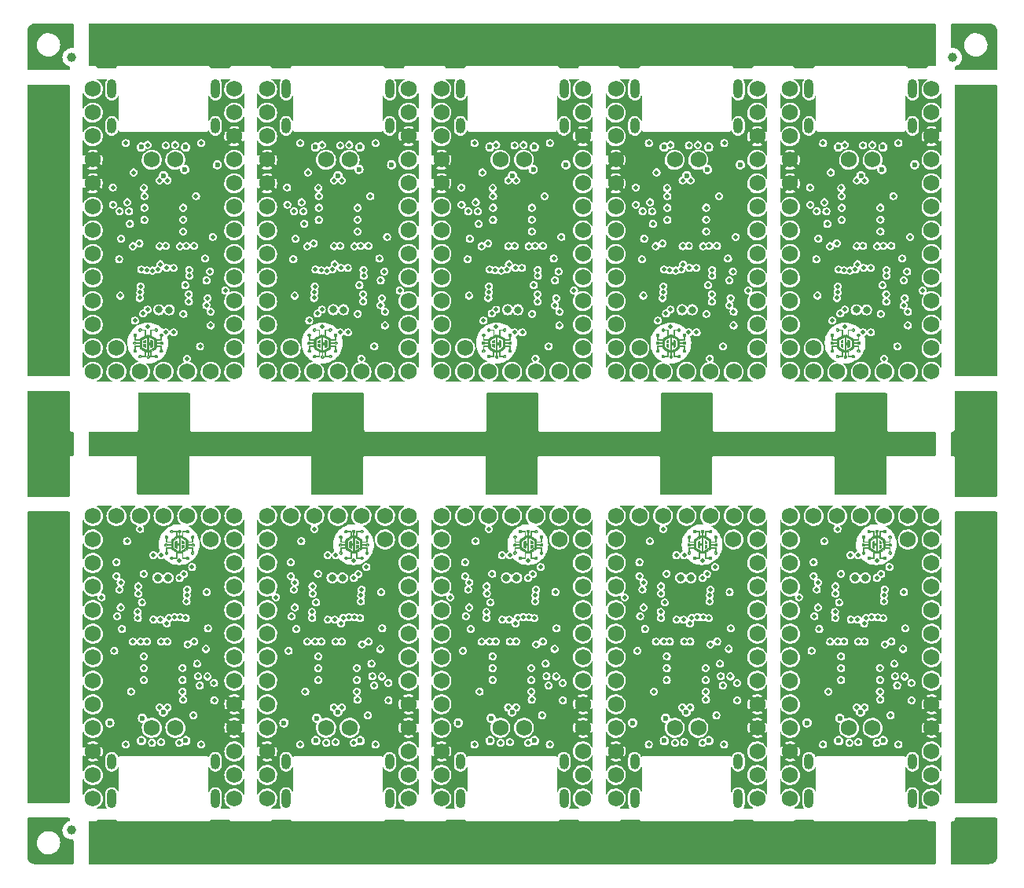
<source format=gbl>
G04 #@! TF.GenerationSoftware,KiCad,Pcbnew,(6.0.7)*
G04 #@! TF.CreationDate,2022-09-20T21:43:31+02:00*
G04 #@! TF.ProjectId,helios-panel,68656c69-6f73-42d7-9061-6e656c2e6b69,rev1.0*
G04 #@! TF.SameCoordinates,Original*
G04 #@! TF.FileFunction,Copper,L4,Bot*
G04 #@! TF.FilePolarity,Positive*
%FSLAX46Y46*%
G04 Gerber Fmt 4.6, Leading zero omitted, Abs format (unit mm)*
G04 Created by KiCad (PCBNEW (6.0.7)) date 2022-09-20 21:43:31*
%MOMM*%
%LPD*%
G01*
G04 APERTURE LIST*
G04 #@! TA.AperFunction,EtchedComponent*
%ADD10C,0.002393*%
G04 #@! TD*
G04 #@! TA.AperFunction,EtchedComponent*
%ADD11C,0.000120*%
G04 #@! TD*
G04 #@! TA.AperFunction,ComponentPad*
%ADD12O,1.000000X1.700000*%
G04 #@! TD*
G04 #@! TA.AperFunction,ComponentPad*
%ADD13O,1.000000X2.100000*%
G04 #@! TD*
G04 #@! TA.AperFunction,ComponentPad*
%ADD14C,1.752600*%
G04 #@! TD*
G04 #@! TA.AperFunction,SMDPad,CuDef*
%ADD15C,1.000000*%
G04 #@! TD*
G04 #@! TA.AperFunction,SMDPad,CuDef*
%ADD16C,0.800000*%
G04 #@! TD*
G04 #@! TA.AperFunction,ViaPad*
%ADD17C,0.460000*%
G04 #@! TD*
G04 #@! TA.AperFunction,ViaPad*
%ADD18C,0.600000*%
G04 #@! TD*
G04 APERTURE END LIST*
D10*
G04 #@! TO.C,REF\u002A\u002A*
X91393617Y34311483D02*
X91388877Y34312511D01*
X91366553Y35069557D02*
X91372653Y35072278D01*
X92387464Y35084946D02*
X92388729Y35081613D01*
X91597475Y33959969D02*
X91600330Y33960012D01*
X91636477Y33974458D02*
X91638581Y33976420D01*
X91649120Y33990582D02*
X91649120Y33990582D01*
X91756112Y35377373D02*
X91756112Y35377373D01*
X91430461Y34323285D02*
X91428982Y34321299D01*
X91024646Y35083723D02*
X91022405Y35078872D01*
X91423384Y34316016D02*
X91421094Y34314555D01*
X91802671Y33959481D02*
X91799418Y33959891D01*
X91388828Y35077822D02*
X91393548Y35078869D01*
X91594611Y33960065D02*
X91597475Y33959969D01*
X91647560Y35403069D02*
X91645890Y35405532D01*
X91781263Y33966458D02*
X91778547Y33968189D01*
X91658701Y34789641D02*
X91658701Y34789641D01*
X91588584Y35429472D02*
X91585761Y35428954D01*
X91653106Y33998991D02*
X91654210Y34002107D01*
X91634286Y33972614D02*
X91636477Y33974458D01*
X91766341Y35409809D02*
X91768368Y35412390D01*
X91763148Y33984700D02*
X91761571Y33987624D01*
X92390936Y35074583D02*
X92391885Y35070872D01*
X91773457Y33972147D02*
X91771102Y33974364D01*
X92381242Y35097226D02*
X92382978Y35094300D01*
X91974089Y34605427D02*
X91974089Y34605427D01*
X91405989Y34310505D02*
X91402162Y34310502D01*
X91371260Y34077505D02*
X91371260Y34077505D01*
X91051181Y34270691D02*
X91058417Y34263454D01*
X91642512Y33980691D02*
X91644329Y33982997D01*
X91812644Y33959531D02*
X91809293Y33959296D01*
X91435423Y34333903D02*
X91433881Y34329608D01*
X91775942Y33970087D02*
X91773457Y33972147D01*
X91659001Y35359455D02*
X91658795Y35363308D01*
X91656849Y35378206D02*
X91656081Y35381743D01*
X91582951Y35428294D02*
X91580160Y35427492D01*
X92342174Y35132551D02*
X92349617Y35127785D01*
X91007167Y34419618D02*
X91007167Y34419618D01*
X91793033Y35428460D02*
X91796376Y35429342D01*
X91431412Y35065287D02*
X91433527Y35061029D01*
X91431763Y34325347D02*
X91430461Y34323285D01*
X91653106Y35391720D02*
X91651890Y35394795D01*
X91569275Y33967455D02*
X91569275Y33967455D01*
X91656849Y34012220D02*
X91657504Y34015801D01*
X91032094Y34296757D02*
X91037982Y34287319D01*
X91037912Y35105389D02*
X91034993Y35101375D01*
X91435086Y35056717D02*
X91436177Y35052527D01*
X91770554Y35414829D02*
X91772893Y35417117D01*
X91829452Y33964194D02*
X91826113Y33962779D01*
X91437531Y34789641D02*
X91658701Y34789641D01*
X91805965Y33959281D02*
X91802671Y33959481D01*
X91757845Y35391627D02*
X91758794Y35394949D01*
X91569275Y35422828D02*
X91569275Y35422828D01*
X91633850Y35417983D02*
X91631552Y35419658D01*
X91402162Y34310502D02*
X91398042Y34310821D01*
X91372653Y35072278D02*
X91378391Y35074548D01*
X91032204Y35097210D02*
X91029548Y35092884D01*
X91762787Y35404237D02*
X91764479Y35407089D01*
X91037982Y34287319D02*
X91044357Y34278638D01*
X91758970Y33993844D02*
X91757965Y33997129D01*
X91766814Y33979250D02*
X91764899Y33981907D01*
X92338980Y34248163D02*
X91832763Y33965860D01*
X91360880Y35304803D02*
X91082221Y35144513D01*
X91594249Y35430090D02*
X91591415Y35429850D01*
X91011259Y34356119D02*
X91014153Y34342546D01*
X91974089Y34295213D02*
X91974089Y34295213D01*
X92396468Y35024893D02*
X92396468Y35024893D01*
X91783653Y35424660D02*
X91786665Y35426113D01*
X91650561Y35397725D02*
X91649120Y35400499D01*
X92338980Y34248163D02*
X92338980Y34248163D01*
X91010857Y35039142D02*
X91009828Y35032549D01*
X91591415Y35429850D02*
X91588584Y35429472D01*
X91642243Y35410130D02*
X91640274Y35412264D01*
X91007731Y35011222D02*
X91007370Y35003572D01*
X91830192Y35427487D02*
X91834253Y35426085D01*
X91569275Y33967455D02*
X91571990Y33966037D01*
X91398042Y34310821D02*
X91393617Y34311483D01*
X91814456Y35430605D02*
X91818302Y35430187D01*
X91611056Y35428693D02*
X91608303Y35429256D01*
X91423104Y35074547D02*
X91425155Y35072941D01*
X92392733Y35067021D02*
X92393487Y35063022D01*
X91580336Y33962692D02*
X91583169Y33961876D01*
X91658701Y34789641D02*
X91658701Y35343879D01*
X91608303Y35429256D02*
X91605525Y35429689D01*
X91569275Y35422828D02*
X91371260Y35312778D01*
X91638216Y35414284D02*
X91636073Y35416191D01*
X91574742Y33964771D02*
X91577526Y33963657D01*
X91571944Y35424215D02*
X91569275Y35422828D01*
X91599910Y35430159D02*
X91597083Y35430192D01*
X91832763Y33965860D02*
X91829452Y33964194D01*
X91006993Y34402316D02*
X91007641Y34385981D01*
X91822754Y33961610D02*
X91819383Y33960683D01*
X91397952Y35079552D02*
X91402050Y35079893D01*
X91636073Y35416191D02*
X91633850Y35417983D01*
X91658701Y34600642D02*
X91658701Y34600642D01*
X92401181Y34337239D02*
X92400068Y34330011D01*
X92402058Y34351833D02*
X92402058Y34351833D01*
X91771102Y33974364D02*
X91768885Y33976734D01*
X92398490Y34322850D02*
X92396434Y34315774D01*
X92389886Y35078161D02*
X92390936Y35074583D01*
X92383205Y34288637D02*
X92378588Y34282226D01*
X91632015Y33970889D02*
X91634286Y33972614D01*
X92362534Y35118197D02*
X92365372Y35115747D01*
X91574652Y35425454D02*
X91571944Y35424215D01*
X91585761Y35428954D02*
X91582951Y35428294D01*
X91624257Y35423969D02*
X91621708Y35425164D01*
X91065667Y35132955D02*
X91058030Y35126712D01*
X91082221Y35144513D02*
X91082221Y35144513D01*
X92365372Y35115747D02*
X92368061Y35113262D01*
X91360081Y35066361D02*
X91366553Y35069557D01*
X91009828Y35032549D02*
X91008963Y35025703D01*
X92373004Y35108160D02*
X92375264Y35105528D01*
X91761271Y35401259D02*
X91762787Y35404237D01*
X91073738Y35138868D02*
X91065667Y35132955D01*
X91437531Y34600642D02*
X91437531Y34600642D01*
X91819383Y33960683D02*
X91816010Y33959992D01*
X91756112Y35377373D02*
X91756223Y35381070D01*
X91425155Y35072941D02*
X91427000Y35071190D01*
X91034993Y35101375D02*
X91032204Y35097210D01*
X91818302Y35430187D02*
X91822210Y35429532D01*
X91786997Y33963522D02*
X91784083Y33964901D01*
X91029548Y35092884D02*
X91027028Y35088391D01*
X91605991Y33960512D02*
X91608788Y33960965D01*
X92402058Y34351833D02*
X92401840Y34344519D01*
X91047428Y35116595D02*
X91044132Y35112991D01*
X91018353Y35068590D02*
X91016548Y35063144D01*
X91627251Y33967802D02*
X91629668Y33969284D01*
X92356395Y35123019D02*
X92359542Y35120618D01*
X91020306Y35073831D02*
X91018353Y35068590D01*
X91432899Y34327462D02*
X91431763Y34325347D01*
X91631552Y35419658D02*
X91629184Y35421215D01*
X91022405Y35078872D02*
X91020306Y35073831D01*
X91421094Y34314555D02*
X91418575Y34313281D01*
X91007167Y34419618D02*
X91006993Y34402316D01*
X91412805Y34311384D02*
X91409533Y34310806D01*
X92396434Y34315774D02*
X92393889Y34308798D01*
X91571990Y33966037D02*
X91574742Y33964771D01*
X91050845Y35120078D02*
X91047428Y35116595D01*
X92194461Y34397288D02*
X92194461Y34397288D01*
X91040959Y35109258D02*
X91037912Y35105389D01*
X91621708Y35425164D02*
X91619109Y35426235D01*
X91796215Y33960505D02*
X91793072Y33961318D01*
X91437442Y34345203D02*
X91437118Y34341879D01*
X91603170Y33960194D02*
X91605991Y33960512D01*
X91437118Y34341879D02*
X91436473Y34338052D01*
X92354528Y34258570D02*
X92347057Y34253234D01*
X91629668Y33969284D02*
X91632015Y33970889D01*
X91082221Y34245770D02*
X91360880Y34085480D01*
X91360880Y34085480D02*
X91371260Y34077505D01*
X91659076Y35351676D02*
X91659094Y35355574D01*
X91371260Y35312778D02*
X91360880Y35304803D01*
X91758794Y35394949D02*
X91759938Y35398161D01*
X91806976Y35430753D02*
X91810678Y35430792D01*
X92378588Y34282226D02*
X92373423Y34275998D01*
X91007167Y34987413D02*
X91007167Y34419618D01*
X91014893Y35057484D02*
X91013391Y35051602D01*
X92377388Y35102833D02*
X92379380Y35100068D01*
X91655202Y35385183D02*
X91654210Y35388512D01*
X91659076Y34038609D02*
X91658945Y34042509D01*
X91415605Y35078277D02*
X91418340Y35077237D01*
X91796376Y35429342D02*
X91799819Y35430022D01*
X91644329Y33982997D02*
X91646039Y33985416D01*
X92384591Y35091282D02*
X92386086Y35088167D01*
X91974089Y35099855D02*
X91974089Y35099855D01*
X91428982Y34321299D02*
X91427317Y34319410D01*
X91826113Y33962779D02*
X91822754Y33961610D01*
X91008963Y35025703D02*
X91008263Y35018596D01*
X91007167Y34987413D02*
X91007167Y34987413D01*
X91756232Y34007623D02*
X91756112Y34011316D01*
X91437531Y34789641D02*
X91437531Y34789641D01*
X91619628Y33964101D02*
X91622226Y33965209D01*
X91017722Y34329847D02*
X91021926Y34317998D01*
X91583169Y33961876D02*
X91586017Y33961207D01*
X91433527Y35061029D02*
X91435086Y35056717D01*
X91619109Y35426235D02*
X91616463Y35427181D01*
X91622226Y33965209D02*
X91624769Y33966443D01*
X91768885Y33976734D02*
X91766814Y33979250D01*
X92359542Y35120618D02*
X92362534Y35118197D01*
X91044357Y34278638D02*
X91051181Y34270691D01*
X91659094Y34034715D02*
X91659076Y34038609D01*
X91657504Y34015801D02*
X91658046Y34019467D01*
X91014153Y34342546D02*
X91017722Y34329847D01*
X92396183Y35035547D02*
X92396468Y35024893D01*
X91645890Y35405532D02*
X91644116Y35407886D01*
X91624769Y33966443D02*
X91627251Y33967802D01*
X92375264Y35105528D02*
X92377388Y35102833D01*
X91436889Y35048633D02*
X91437531Y35042437D01*
X91809293Y33959296D02*
X91805965Y33959281D01*
X91659001Y34030841D02*
X91659094Y34034715D01*
X91437531Y34347846D02*
X91437531Y34347846D01*
X91007181Y34995638D02*
X91007167Y34987413D01*
X92400068Y34330011D02*
X92398490Y34322850D01*
X91656081Y35381743D02*
X91655202Y35385183D01*
X91360880Y34085480D02*
X91360880Y34085480D01*
X91616980Y33963122D02*
X91619628Y33964101D01*
X91822210Y35429532D02*
X91826176Y35428634D01*
X91013391Y35051602D02*
X91012045Y35045490D01*
X91409372Y35079638D02*
X91412619Y35079084D01*
X91613778Y35428001D02*
X91611056Y35428693D01*
X91437531Y34600642D02*
X91437531Y34347846D01*
X91425455Y34317642D02*
X91423384Y34316016D01*
X91646039Y33985416D02*
X91647638Y33987944D01*
X91378391Y35074548D02*
X91383779Y35076389D01*
X91012045Y35045490D02*
X91010857Y35039142D01*
X91756112Y34011316D02*
X91756112Y34011316D01*
X91658795Y35363308D02*
X91658477Y35367121D01*
X91611555Y33961552D02*
X91614288Y33962272D01*
X91756587Y34004024D02*
X91756232Y34007623D01*
X91784083Y33964901D02*
X91781263Y33966458D01*
X92361405Y34264154D02*
X92354528Y34258570D01*
X91437531Y35042437D02*
X91437531Y35042437D01*
X91757096Y35388203D02*
X91757845Y35391627D01*
X91393548Y35078869D02*
X91397952Y35079552D01*
X91658477Y34023205D02*
X91658795Y34027000D01*
X92394719Y35054555D02*
X92395609Y35045416D01*
X91651890Y33996022D02*
X91653106Y33998991D01*
X91420836Y35075986D02*
X91423104Y35074547D01*
X91778004Y35421223D02*
X91780764Y35423028D01*
X91383779Y35076389D02*
X91388828Y35077822D01*
X91629184Y35421215D02*
X91626751Y35422652D01*
X91974089Y34788046D02*
X91974089Y34788046D01*
X91651890Y35394795D02*
X91650561Y35397725D01*
X91775378Y35419250D02*
X91778004Y35421223D01*
X91371260Y35312778D02*
X91371260Y35312778D01*
X91009076Y34370590D02*
X91011259Y34356119D01*
X91759938Y35398161D02*
X91761271Y35401259D01*
X91761571Y33987624D02*
X91760175Y33990674D01*
X91658945Y34042509D02*
X91658701Y34046404D01*
X91602725Y35429991D02*
X91599910Y35430159D01*
X91082221Y34245770D02*
X91082221Y34245770D01*
X91021926Y34317998D02*
X91026729Y34306976D01*
X91760175Y33990674D02*
X91758970Y33993844D01*
X91437531Y35042437D02*
X91437531Y34789641D01*
X92349617Y35127785D02*
X92356395Y35123019D01*
X91626751Y35422652D02*
X91624257Y35423969D01*
X91008263Y35018596D02*
X91007731Y35011222D01*
X91418340Y35077237D02*
X91420836Y35075986D01*
X91600330Y33960012D02*
X91603170Y33960194D01*
X91647638Y33987944D02*
X91649120Y33990582D01*
X91654210Y35388512D02*
X91653106Y35391720D01*
X91608788Y33960965D02*
X91611555Y33961552D01*
X91826176Y35428634D02*
X91830192Y35427487D01*
X91082221Y35144513D02*
X91073738Y35138868D01*
X92194461Y34788046D02*
X92194461Y34788046D01*
X91405853Y35079915D02*
X91409372Y35079638D01*
X92393889Y34308798D02*
X92390844Y34301939D01*
X91366556Y34320729D02*
X91360081Y34323922D01*
X91588877Y33960683D02*
X91591744Y33960303D01*
X91772893Y35417117D02*
X91775378Y35419250D01*
X91658701Y34046404D02*
X91658701Y34600642D01*
X91597083Y35430192D02*
X91594249Y35430090D01*
X91360880Y35304803D02*
X91360880Y35304803D01*
X91214764Y34987413D02*
X91214764Y34987413D01*
X91433881Y34329608D02*
X91432899Y34327462D01*
X91058030Y35126712D02*
X91054379Y35123448D01*
X92367699Y34269968D02*
X92361405Y34264154D01*
X91378410Y34315754D02*
X91372662Y34318014D01*
X91838352Y35424423D02*
X91838352Y35424423D01*
X91649120Y35400499D02*
X91649120Y35400499D01*
X91044132Y35112991D02*
X91040959Y35109258D01*
X91658477Y35367121D02*
X91658046Y35370883D01*
X91058417Y34263454D02*
X91066028Y34256904D01*
X91780764Y35423028D02*
X91783653Y35424660D01*
X91428651Y35069316D02*
X91430117Y35067341D01*
X91427000Y35071190D02*
X91428651Y35069316D01*
X91649120Y35400499D02*
X91647560Y35403069D01*
X91658701Y34600642D02*
X91437531Y34600642D01*
X92387286Y34295213D02*
X92383205Y34288637D01*
X91580160Y35427492D02*
X91577392Y35426546D01*
X91577526Y33963657D02*
X91580336Y33962692D01*
X91786665Y35426113D02*
X91789793Y35427382D01*
X92370604Y35110736D02*
X92373004Y35108160D01*
X92347057Y34253234D02*
X92338980Y34248163D01*
X91066028Y34256904D02*
X91073975Y34251017D01*
X91832763Y33965860D02*
X91832763Y33965860D01*
X91654210Y34002107D02*
X91655202Y34005360D01*
X91616463Y35427181D02*
X91613778Y35428001D01*
X91834253Y35426085D02*
X91838352Y35424423D01*
X91415816Y34312217D02*
X91412805Y34311384D01*
X91816010Y33959992D02*
X91812644Y33959531D01*
X91073975Y34251017D02*
X91082221Y34245770D01*
X92373423Y34275998D02*
X92367699Y34269968D01*
X91810678Y35430792D02*
X91814456Y35430605D01*
X91412619Y35079084D02*
X91415605Y35078277D01*
X91591744Y33960303D02*
X91594611Y33960065D01*
X91437531Y34347846D02*
X91437442Y34345203D01*
X91655202Y34005360D02*
X91656081Y34008735D01*
X91764899Y33981907D02*
X91763148Y33984700D01*
X91371260Y34077505D02*
X91569275Y33967455D01*
X91658046Y35370883D02*
X91657504Y35374582D01*
X91614288Y33962272D02*
X91616980Y33963122D01*
X91640595Y33978498D02*
X91642512Y33980691D01*
X92368061Y35113262D02*
X92370604Y35110736D01*
X91656081Y34008735D02*
X91656849Y34012220D01*
X91418575Y34313281D02*
X91415816Y34312217D01*
X91649120Y33990582D02*
X91650561Y33993215D01*
X91756553Y35384682D02*
X91757096Y35388203D01*
X91430117Y35067341D02*
X91431412Y35065287D01*
X91658701Y35343879D02*
X91658945Y35347774D01*
X92386086Y35088167D02*
X92387464Y35084946D01*
X92395609Y35045416D02*
X92396183Y35035547D01*
X91644116Y35407886D02*
X91642243Y35410130D01*
X91007641Y34385981D02*
X91009076Y34370590D01*
X91764479Y35407089D02*
X91766341Y35409809D01*
X92382978Y35094300D02*
X92384591Y35091282D01*
X91756112Y34011316D02*
X91756112Y35377373D01*
X91658701Y34046404D02*
X91658701Y34046404D01*
X91756223Y35381070D02*
X91756553Y35384682D01*
X91778547Y33968189D02*
X91775942Y33970087D01*
X91214764Y34404466D02*
X91214764Y34987413D01*
X91803354Y35430495D02*
X91806976Y35430753D01*
X92338980Y34248163D02*
X92338980Y34248163D01*
X91757167Y34000524D02*
X91756587Y34004024D01*
X92390844Y34301939D02*
X92387286Y34295213D01*
X91054379Y35123448D02*
X91050845Y35120078D01*
X91799418Y33959891D02*
X91796215Y33960505D01*
X92388729Y35081613D02*
X92389886Y35078161D01*
X91409533Y34310806D02*
X91405989Y34310505D01*
X91436473Y34338052D02*
X91435423Y34333903D01*
X91007370Y35003572D02*
X91007181Y34995638D01*
X91214764Y34404466D02*
X91214764Y34404466D01*
X92379380Y35100068D02*
X92381242Y35097226D01*
X91360081Y35066361D02*
X91360081Y35066361D01*
X91402050Y35079893D02*
X91405853Y35079915D01*
X91650561Y33993215D02*
X91651890Y33996022D01*
X91658046Y34019467D02*
X91658477Y34023205D01*
X91757965Y33997129D02*
X91757167Y34000524D01*
X91659094Y35355574D02*
X91659001Y35359455D01*
X91427317Y34319410D02*
X91425455Y34317642D01*
X91026729Y34306976D02*
X91032094Y34296757D01*
X91640274Y35412264D02*
X91638216Y35414284D01*
X92394147Y35058869D02*
X92394719Y35054555D01*
X91372662Y34318014D02*
X91366556Y34320729D01*
X91793072Y33961318D02*
X91789996Y33962326D01*
X91658945Y35347774D02*
X91659076Y35351676D01*
X91657504Y35374582D02*
X91656849Y35378206D01*
X91388877Y34312511D02*
X91383812Y34313927D01*
X91605525Y35429689D02*
X91602725Y35429991D01*
X91838352Y35424423D02*
X92342174Y35132551D01*
X91016548Y35063144D02*
X91014893Y35057484D01*
X92401840Y34344519D02*
X92401181Y34337239D01*
X91383812Y34313927D02*
X91378410Y34315754D01*
X91638581Y33976420D02*
X91640595Y33978498D01*
X92342174Y35132551D02*
X92342174Y35132551D01*
X91586017Y33961207D02*
X91588877Y33960683D01*
X91658795Y34027000D02*
X91659001Y34030841D01*
X91214764Y34987413D02*
X91360081Y35066361D01*
X92396468Y35024893D02*
X92402058Y34351833D01*
X92391885Y35070872D02*
X92392733Y35067021D01*
X91789996Y33962326D02*
X91786997Y33963522D01*
X91789793Y35427382D02*
X91793033Y35428460D01*
X91768368Y35412390D02*
X91770554Y35414829D01*
X91360081Y34323922D02*
X91360081Y34323922D01*
X91577392Y35426546D02*
X91574652Y35425454D01*
X91360081Y34323922D02*
X91214764Y34404466D01*
X92393487Y35063022D02*
X92394147Y35058869D01*
X91027028Y35088391D02*
X91024646Y35083723D01*
X91799819Y35430022D02*
X91803354Y35430495D01*
X91436177Y35052527D02*
X91436889Y35048633D01*
G36*
X91998358Y36084170D02*
G01*
X91998681Y36085849D01*
X91999072Y36087497D01*
X91999532Y36089113D01*
X92000057Y36090694D01*
X92000647Y36092237D01*
X92001302Y36093741D01*
X92002019Y36095204D01*
X92002798Y36096622D01*
X92003637Y36097994D01*
X92004536Y36099316D01*
X92005492Y36100588D01*
X92006506Y36101806D01*
X92007576Y36102968D01*
X92008700Y36104073D01*
X92009877Y36105116D01*
X92011107Y36106097D01*
X92012389Y36107013D01*
X92013720Y36107861D01*
X92015100Y36108640D01*
X92016527Y36109347D01*
X92018001Y36109979D01*
X92019521Y36110534D01*
X92021085Y36111010D01*
X92022691Y36111405D01*
X92024340Y36111717D01*
X92026029Y36111942D01*
X92027758Y36112079D01*
X92029525Y36112125D01*
X92426400Y36112125D01*
X92428055Y36118536D01*
X92429991Y36124806D01*
X92432199Y36130929D01*
X92434671Y36136900D01*
X92437400Y36142713D01*
X92440377Y36148363D01*
X92443594Y36153843D01*
X92447044Y36159148D01*
X92450717Y36164272D01*
X92454606Y36169210D01*
X92458703Y36173956D01*
X92462999Y36178504D01*
X92467487Y36182848D01*
X92472159Y36186984D01*
X92477006Y36190904D01*
X92482021Y36194604D01*
X92487195Y36198077D01*
X92492520Y36201319D01*
X92497988Y36204323D01*
X92503592Y36207083D01*
X92509322Y36209595D01*
X92515171Y36211851D01*
X92521131Y36213848D01*
X92527194Y36215578D01*
X92533351Y36217037D01*
X92539595Y36218218D01*
X92545918Y36219115D01*
X92552310Y36219724D01*
X92558765Y36220039D01*
X92565275Y36220053D01*
X92571830Y36219761D01*
X92578424Y36219158D01*
X92584982Y36218247D01*
X92591432Y36217041D01*
X92597768Y36215548D01*
X92603983Y36213775D01*
X92610070Y36211729D01*
X92616023Y36209417D01*
X92621835Y36206848D01*
X92627500Y36204028D01*
X92633011Y36200966D01*
X92638361Y36197667D01*
X92643544Y36194140D01*
X92648554Y36190392D01*
X92653383Y36186430D01*
X92658026Y36182262D01*
X92662475Y36177895D01*
X92666724Y36173336D01*
X92670766Y36168594D01*
X92674596Y36163674D01*
X92678205Y36158586D01*
X92681589Y36153335D01*
X92684739Y36147929D01*
X92687650Y36142377D01*
X92690315Y36136684D01*
X92692728Y36130859D01*
X92694881Y36124909D01*
X92696768Y36118841D01*
X92698384Y36112663D01*
X92699720Y36106382D01*
X92700771Y36100005D01*
X92701529Y36093540D01*
X92701989Y36086994D01*
X92702144Y36080375D01*
X92701989Y36073755D01*
X92701529Y36067210D01*
X92700771Y36060745D01*
X92699720Y36054368D01*
X92698384Y36048087D01*
X92696768Y36041908D01*
X92694881Y36035841D01*
X92692728Y36029890D01*
X92690315Y36024065D01*
X92687650Y36018373D01*
X92684739Y36012820D01*
X92681589Y36007415D01*
X92678205Y36002164D01*
X92674596Y35997075D01*
X92670766Y35992156D01*
X92666724Y35987413D01*
X92662475Y35982855D01*
X92658026Y35978488D01*
X92653383Y35974320D01*
X92648554Y35970358D01*
X92643544Y35966610D01*
X92638361Y35963083D01*
X92633011Y35959784D01*
X92627500Y35956721D01*
X92621835Y35953901D01*
X92616023Y35951332D01*
X92610070Y35949021D01*
X92603983Y35946975D01*
X92597768Y35945202D01*
X92591432Y35943709D01*
X92584982Y35942503D01*
X92578424Y35941592D01*
X92571830Y35940988D01*
X92565275Y35940697D01*
X92558765Y35940711D01*
X92552310Y35941025D01*
X92545918Y35941634D01*
X92539595Y35942532D01*
X92533351Y35943713D01*
X92527194Y35945172D01*
X92521131Y35946902D01*
X92515171Y35948898D01*
X92509322Y35951155D01*
X92503592Y35953667D01*
X92497988Y35956427D01*
X92492520Y35959431D01*
X92487195Y35962673D01*
X92482021Y35966146D01*
X92477006Y35969846D01*
X92472159Y35973766D01*
X92467487Y35977901D01*
X92462999Y35982246D01*
X92458703Y35986794D01*
X92454606Y35991539D01*
X92450717Y35996477D01*
X92447044Y36001602D01*
X92443594Y36006907D01*
X92440377Y36012387D01*
X92437400Y36018036D01*
X92434671Y36023849D01*
X92432199Y36029821D01*
X92429991Y36035944D01*
X92428055Y36042214D01*
X92426400Y36048625D01*
X92061275Y36048625D01*
X92061275Y35518400D01*
X92426400Y35305675D01*
X92444439Y35295247D01*
X92461623Y35284163D01*
X92477913Y35272363D01*
X92493273Y35259786D01*
X92500593Y35253188D01*
X92507666Y35246372D01*
X92514488Y35239333D01*
X92521055Y35232061D01*
X92527360Y35224550D01*
X92533401Y35216791D01*
X92539172Y35208778D01*
X92544669Y35200503D01*
X92549886Y35191958D01*
X92554820Y35183136D01*
X92559465Y35174029D01*
X92563818Y35164629D01*
X92567873Y35154930D01*
X92571625Y35144923D01*
X92575071Y35134601D01*
X92578205Y35123956D01*
X92581022Y35112981D01*
X92583519Y35101668D01*
X92585690Y35090010D01*
X92587531Y35077999D01*
X92589037Y35065627D01*
X92590204Y35052888D01*
X92591026Y35039773D01*
X92591500Y35026275D01*
X92591500Y34981825D01*
X93083625Y34981825D01*
X93083625Y35356475D01*
X93077306Y35358450D01*
X93071142Y35360698D01*
X93065137Y35363210D01*
X93059299Y35365979D01*
X93053630Y35368996D01*
X93048138Y35372253D01*
X93042827Y35375740D01*
X93037702Y35379451D01*
X93032769Y35383377D01*
X93028033Y35387508D01*
X93023499Y35391838D01*
X93019173Y35396356D01*
X93015060Y35401056D01*
X93011165Y35405929D01*
X93007493Y35410967D01*
X93004049Y35416160D01*
X93000840Y35421501D01*
X92997870Y35426982D01*
X92995144Y35432593D01*
X92992668Y35438327D01*
X92990448Y35444176D01*
X92988487Y35450130D01*
X92986792Y35456182D01*
X92985368Y35462323D01*
X92984220Y35468545D01*
X92983354Y35474840D01*
X92982774Y35481199D01*
X92982486Y35487613D01*
X92982489Y35489825D01*
X93036000Y35489825D01*
X93036173Y35484483D01*
X93036691Y35479159D01*
X93037555Y35473869D01*
X93038765Y35468632D01*
X93040320Y35463464D01*
X93042221Y35458382D01*
X93044467Y35453405D01*
X93047059Y35448550D01*
X93048478Y35446184D01*
X93049968Y35443877D01*
X93051528Y35441630D01*
X93053155Y35439443D01*
X93054849Y35437318D01*
X93056605Y35435256D01*
X93058424Y35433258D01*
X93060304Y35431325D01*
X93062241Y35429459D01*
X93064235Y35427659D01*
X93066283Y35425928D01*
X93068383Y35424266D01*
X93070535Y35422675D01*
X93072735Y35421155D01*
X93074983Y35419708D01*
X93077275Y35418334D01*
X93079610Y35417036D01*
X93081987Y35415813D01*
X93084404Y35414668D01*
X93086858Y35413600D01*
X93089347Y35412612D01*
X93091870Y35411704D01*
X93094426Y35410877D01*
X93097011Y35410132D01*
X93099625Y35409472D01*
X93102264Y35408895D01*
X93104929Y35408405D01*
X93107615Y35408001D01*
X93110323Y35407685D01*
X93113049Y35407458D01*
X93115792Y35407321D01*
X93118550Y35407275D01*
X93124051Y35407458D01*
X93129484Y35408001D01*
X93134835Y35408895D01*
X93140089Y35410132D01*
X93145229Y35411704D01*
X93150242Y35413600D01*
X93155112Y35415813D01*
X93159825Y35418334D01*
X93164364Y35421155D01*
X93168716Y35424266D01*
X93172865Y35427659D01*
X93176796Y35431325D01*
X93180494Y35435256D01*
X93183944Y35439443D01*
X93187131Y35443877D01*
X93190040Y35448550D01*
X93192632Y35453405D01*
X93194879Y35458382D01*
X93196780Y35463464D01*
X93198335Y35468632D01*
X93199545Y35473869D01*
X93200409Y35479159D01*
X93200927Y35484483D01*
X93201100Y35489825D01*
X93200927Y35495167D01*
X93200409Y35500491D01*
X93199545Y35505780D01*
X93198335Y35511018D01*
X93196780Y35516186D01*
X93194879Y35521267D01*
X93192632Y35526244D01*
X93190040Y35531100D01*
X93188621Y35533465D01*
X93187131Y35535772D01*
X93185572Y35538020D01*
X93183944Y35540206D01*
X93182251Y35542331D01*
X93180494Y35544393D01*
X93178675Y35546391D01*
X93176796Y35548324D01*
X93174859Y35550191D01*
X93172865Y35551991D01*
X93170817Y35553722D01*
X93168716Y35555384D01*
X93166565Y35556975D01*
X93164364Y35558495D01*
X93162117Y35559942D01*
X93159825Y35561315D01*
X93157489Y35562614D01*
X93155112Y35563836D01*
X93152696Y35564982D01*
X93150242Y35566050D01*
X93147753Y35567038D01*
X93145229Y35567946D01*
X93142674Y35568773D01*
X93140089Y35569517D01*
X93137475Y35570178D01*
X93134835Y35570755D01*
X93132171Y35571245D01*
X93129484Y35571649D01*
X93126777Y35571965D01*
X93124051Y35572192D01*
X93121308Y35572329D01*
X93118550Y35572375D01*
X93113049Y35572192D01*
X93107615Y35571649D01*
X93102264Y35570755D01*
X93097011Y35569517D01*
X93091870Y35567946D01*
X93086858Y35566050D01*
X93081987Y35563836D01*
X93077275Y35561315D01*
X93072735Y35558495D01*
X93068383Y35555384D01*
X93064235Y35551991D01*
X93060304Y35548324D01*
X93056605Y35544393D01*
X93053155Y35540206D01*
X93049968Y35535772D01*
X93047059Y35531100D01*
X93044467Y35526244D01*
X93042221Y35521267D01*
X93040320Y35516186D01*
X93038765Y35511018D01*
X93037555Y35505780D01*
X93036691Y35500491D01*
X93036173Y35495167D01*
X93036000Y35489825D01*
X92982489Y35489825D01*
X92982495Y35494076D01*
X92982807Y35500577D01*
X92983427Y35507109D01*
X92984360Y35513663D01*
X92985598Y35520167D01*
X92987125Y35526548D01*
X92988933Y35532800D01*
X92991015Y35538918D01*
X92993363Y35544894D01*
X92995969Y35550724D01*
X92998826Y35556399D01*
X93001925Y35561915D01*
X93005260Y35567265D01*
X93008821Y35572443D01*
X93012603Y35577443D01*
X93016597Y35582258D01*
X93020795Y35586883D01*
X93025189Y35591311D01*
X93029773Y35595535D01*
X93034538Y35599551D01*
X93039476Y35603351D01*
X93044580Y35606929D01*
X93049843Y35610279D01*
X93055256Y35613396D01*
X93060811Y35616272D01*
X93066502Y35618901D01*
X93072320Y35621278D01*
X93078258Y35623396D01*
X93084307Y35625249D01*
X93090461Y35626831D01*
X93096712Y35628136D01*
X93103051Y35629156D01*
X93109472Y35629887D01*
X93115966Y35630322D01*
X93122526Y35630454D01*
X93129144Y35630278D01*
X93135747Y35629793D01*
X93142261Y35629007D01*
X93148679Y35627927D01*
X93154995Y35626559D01*
X93161201Y35624911D01*
X93167290Y35622990D01*
X93173256Y35620802D01*
X93179091Y35618355D01*
X93184787Y35615655D01*
X93190339Y35612709D01*
X93195739Y35609525D01*
X93200980Y35606109D01*
X93206055Y35602469D01*
X93210957Y35598610D01*
X93215679Y35594541D01*
X93220214Y35590267D01*
X93224554Y35585796D01*
X93228694Y35581136D01*
X93232625Y35576291D01*
X93236341Y35571271D01*
X93239834Y35566082D01*
X93243098Y35560729D01*
X93246126Y35555222D01*
X93248910Y35549566D01*
X93251444Y35543768D01*
X93253720Y35537836D01*
X93255731Y35531776D01*
X93257471Y35525595D01*
X93258933Y35519300D01*
X93260108Y35512899D01*
X93260991Y35506397D01*
X93261574Y35499802D01*
X93261849Y35493188D01*
X93261814Y35486626D01*
X93261476Y35480126D01*
X93260840Y35473696D01*
X93259914Y35467342D01*
X93258703Y35461072D01*
X93257213Y35454896D01*
X93255450Y35448819D01*
X93253420Y35442851D01*
X93251130Y35436998D01*
X93248585Y35431269D01*
X93245792Y35425671D01*
X93242757Y35420212D01*
X93239485Y35414901D01*
X93235983Y35409744D01*
X93232257Y35404750D01*
X93228313Y35399926D01*
X93224157Y35395280D01*
X93219795Y35390820D01*
X93215233Y35386553D01*
X93210478Y35382489D01*
X93205535Y35378633D01*
X93200410Y35374994D01*
X93195110Y35371581D01*
X93189641Y35368400D01*
X93184008Y35365459D01*
X93178218Y35362767D01*
X93172278Y35360330D01*
X93166192Y35358157D01*
X93159967Y35356256D01*
X93153609Y35354634D01*
X93147125Y35353300D01*
X93147125Y34950075D01*
X93147079Y34948308D01*
X93146942Y34946579D01*
X93146717Y34944890D01*
X93146405Y34943241D01*
X93146010Y34941634D01*
X93145534Y34940071D01*
X93144979Y34938551D01*
X93144347Y34937077D01*
X93143640Y34935650D01*
X93142861Y34934270D01*
X93142013Y34932939D01*
X93141097Y34931657D01*
X93140116Y34930427D01*
X93139073Y34929250D01*
X93137968Y34928126D01*
X93136806Y34927056D01*
X93135588Y34926042D01*
X93134316Y34925086D01*
X93132994Y34924187D01*
X93131622Y34923348D01*
X93130204Y34922569D01*
X93128741Y34921852D01*
X93127237Y34921197D01*
X93125694Y34920607D01*
X93124113Y34920082D01*
X93122497Y34919622D01*
X93120848Y34919231D01*
X93119170Y34918908D01*
X93117463Y34918655D01*
X93115731Y34918472D01*
X93113976Y34918362D01*
X93112200Y34918325D01*
X92591500Y34918325D01*
X92594675Y34670675D01*
X93013775Y34670675D01*
X93015750Y34676994D01*
X93017998Y34683158D01*
X93020510Y34689162D01*
X93023279Y34695001D01*
X93026296Y34700669D01*
X93029553Y34706162D01*
X93033040Y34711473D01*
X93036751Y34716598D01*
X93040677Y34721531D01*
X93044808Y34726267D01*
X93049138Y34730800D01*
X93053656Y34735127D01*
X93058356Y34739240D01*
X93063229Y34743135D01*
X93068267Y34746807D01*
X93073460Y34750250D01*
X93078801Y34753460D01*
X93084281Y34756430D01*
X93089893Y34759155D01*
X93095627Y34761631D01*
X93101476Y34763852D01*
X93107430Y34765813D01*
X93113482Y34767508D01*
X93119623Y34768932D01*
X93125845Y34770080D01*
X93132140Y34770946D01*
X93138499Y34771526D01*
X93144913Y34771814D01*
X93151376Y34771805D01*
X93157877Y34771493D01*
X93164409Y34770873D01*
X93170963Y34769940D01*
X93177467Y34768702D01*
X93183848Y34767175D01*
X93190100Y34765367D01*
X93196218Y34763285D01*
X93202194Y34760937D01*
X93208023Y34758331D01*
X93213699Y34755474D01*
X93219215Y34752375D01*
X93224565Y34749040D01*
X93229743Y34745478D01*
X93234743Y34741697D01*
X93239558Y34737703D01*
X93244183Y34733505D01*
X93248611Y34729110D01*
X93252835Y34724527D01*
X93256851Y34719762D01*
X93260651Y34714823D01*
X93264229Y34709719D01*
X93267579Y34704457D01*
X93270696Y34699044D01*
X93273572Y34693488D01*
X93276201Y34687798D01*
X93278578Y34681980D01*
X93280696Y34676042D01*
X93282550Y34669992D01*
X93284131Y34663838D01*
X93285436Y34657588D01*
X93286456Y34651248D01*
X93287187Y34644827D01*
X93287622Y34638333D01*
X93287754Y34631773D01*
X93287578Y34625155D01*
X93287093Y34618553D01*
X93286307Y34612039D01*
X93285227Y34605620D01*
X93283859Y34599305D01*
X93282211Y34593098D01*
X93280290Y34587009D01*
X93278102Y34581044D01*
X93275655Y34575209D01*
X93272955Y34569512D01*
X93270010Y34563960D01*
X93266825Y34558560D01*
X93263409Y34553319D01*
X93259769Y34548244D01*
X93255910Y34543342D01*
X93251841Y34538621D01*
X93247567Y34534086D01*
X93243096Y34529745D01*
X93238435Y34525606D01*
X93233591Y34521675D01*
X93228571Y34517959D01*
X93223381Y34514466D01*
X93218029Y34511202D01*
X93212522Y34508174D01*
X93206866Y34505390D01*
X93201068Y34502856D01*
X93195136Y34500580D01*
X93189076Y34498568D01*
X93182895Y34496828D01*
X93176600Y34495367D01*
X93170199Y34494191D01*
X93163697Y34493308D01*
X93157102Y34492725D01*
X93150488Y34492451D01*
X93143926Y34492486D01*
X93137426Y34492824D01*
X93130996Y34493459D01*
X93124642Y34494386D01*
X93118372Y34495597D01*
X93112196Y34497087D01*
X93106119Y34498850D01*
X93100150Y34500879D01*
X93094298Y34503170D01*
X93088569Y34505714D01*
X93082971Y34508507D01*
X93077512Y34511543D01*
X93072201Y34514815D01*
X93067044Y34518317D01*
X93062049Y34522043D01*
X93057225Y34525987D01*
X93052580Y34530143D01*
X93048120Y34534505D01*
X93043853Y34539067D01*
X93039789Y34543822D01*
X93035933Y34548765D01*
X93032294Y34553889D01*
X93028881Y34559189D01*
X93025700Y34564659D01*
X93022759Y34570291D01*
X93020067Y34576081D01*
X93017630Y34582022D01*
X93015457Y34588108D01*
X93013556Y34594333D01*
X93011935Y34600690D01*
X93010600Y34607175D01*
X92594675Y34607175D01*
X92597850Y34384925D01*
X92594675Y34340475D01*
X93112200Y34340475D01*
X93113976Y34340438D01*
X93115731Y34340328D01*
X93117463Y34340145D01*
X93119170Y34339892D01*
X93120848Y34339569D01*
X93122497Y34339177D01*
X93124113Y34338718D01*
X93125694Y34338193D01*
X93127237Y34337602D01*
X93128741Y34336948D01*
X93130204Y34336231D01*
X93131622Y34335452D01*
X93132994Y34334613D01*
X93134316Y34333714D01*
X93135588Y34332757D01*
X93136806Y34331744D01*
X93137968Y34330674D01*
X93139073Y34329550D01*
X93140116Y34328372D01*
X93141097Y34327142D01*
X93142013Y34325861D01*
X93142861Y34324530D01*
X93143640Y34323150D01*
X93144347Y34321723D01*
X93144979Y34320248D01*
X93145534Y34318729D01*
X93146010Y34317165D01*
X93146405Y34315559D01*
X93146717Y34313910D01*
X93146942Y34312221D01*
X93147079Y34310492D01*
X93147125Y34308725D01*
X93147125Y33915025D01*
X93153609Y33913690D01*
X93159967Y33912068D01*
X93166192Y33910167D01*
X93172278Y33907995D01*
X93178219Y33905558D01*
X93184008Y33902866D01*
X93189641Y33899925D01*
X93195110Y33896744D01*
X93200410Y33893330D01*
X93205535Y33889692D01*
X93210478Y33885836D01*
X93215233Y33881771D01*
X93219795Y33877505D01*
X93224157Y33873045D01*
X93228313Y33868399D01*
X93232257Y33863575D01*
X93235983Y33858581D01*
X93239485Y33853424D01*
X93242757Y33848112D01*
X93245792Y33842654D01*
X93248585Y33837056D01*
X93251130Y33831327D01*
X93253420Y33825474D01*
X93255450Y33819506D01*
X93257213Y33813429D01*
X93258703Y33807252D01*
X93259914Y33800983D01*
X93260840Y33794629D01*
X93261476Y33788198D01*
X93261814Y33781698D01*
X93261849Y33775137D01*
X93261574Y33768522D01*
X93260991Y33761928D01*
X93260108Y33755426D01*
X93258933Y33749025D01*
X93257471Y33742730D01*
X93255731Y33736549D01*
X93253720Y33730489D01*
X93251444Y33724557D01*
X93248910Y33718759D01*
X93246126Y33713103D01*
X93243098Y33707595D01*
X93239834Y33702243D01*
X93236341Y33697054D01*
X93232625Y33692033D01*
X93228694Y33687189D01*
X93224554Y33682529D01*
X93220214Y33678058D01*
X93215679Y33673784D01*
X93210957Y33669715D01*
X93206055Y33665856D01*
X93200980Y33662215D01*
X93195739Y33658800D01*
X93190339Y33655615D01*
X93184787Y33652670D01*
X93179091Y33649970D01*
X93173256Y33647523D01*
X93167290Y33645335D01*
X93161201Y33643414D01*
X93154995Y33641766D01*
X93148679Y33640398D01*
X93142261Y33639318D01*
X93135747Y33638532D01*
X93129144Y33638047D01*
X93122526Y33637871D01*
X93115966Y33638003D01*
X93109472Y33638438D01*
X93103051Y33639169D01*
X93096712Y33640189D01*
X93090461Y33641494D01*
X93084307Y33643075D01*
X93078258Y33644928D01*
X93072320Y33647047D01*
X93066502Y33649424D01*
X93060811Y33652053D01*
X93055256Y33654929D01*
X93049843Y33658045D01*
X93044580Y33661396D01*
X93039476Y33664974D01*
X93034538Y33668774D01*
X93029773Y33672789D01*
X93025189Y33677014D01*
X93020795Y33681442D01*
X93016597Y33686066D01*
X93012603Y33690882D01*
X93008821Y33695882D01*
X93005260Y33701060D01*
X93001925Y33706410D01*
X92998826Y33711926D01*
X92995969Y33717601D01*
X92993363Y33723431D01*
X92991015Y33729407D01*
X92988933Y33735525D01*
X92987125Y33741777D01*
X92985598Y33748158D01*
X92984360Y33754662D01*
X92983427Y33761216D01*
X92982807Y33767748D01*
X92982495Y33774249D01*
X92982489Y33778500D01*
X93032825Y33778500D01*
X93033011Y33772893D01*
X93033565Y33767355D01*
X93034476Y33761901D01*
X93035737Y33756547D01*
X93037339Y33751308D01*
X93039272Y33746198D01*
X93041527Y33741234D01*
X93044097Y33736431D01*
X93046972Y33731804D01*
X93050143Y33727369D01*
X93053601Y33723140D01*
X93057338Y33719133D01*
X93061345Y33715364D01*
X93065612Y33711848D01*
X93070131Y33708600D01*
X93074894Y33705635D01*
X93079843Y33702993D01*
X93084915Y33700703D01*
X93090094Y33698766D01*
X93095362Y33697181D01*
X93100700Y33695948D01*
X93106091Y33695067D01*
X93111518Y33694539D01*
X93116962Y33694362D01*
X93122407Y33694539D01*
X93127833Y33695067D01*
X93133225Y33695948D01*
X93138563Y33697181D01*
X93143830Y33698766D01*
X93149009Y33700703D01*
X93154082Y33702993D01*
X93159031Y33705635D01*
X93161442Y33707081D01*
X93163793Y33708600D01*
X93166084Y33710189D01*
X93168313Y33711848D01*
X93170479Y33713574D01*
X93172580Y33715364D01*
X93174617Y33717218D01*
X93176587Y33719133D01*
X93178489Y33721108D01*
X93180324Y33723140D01*
X93182088Y33725228D01*
X93183782Y33727369D01*
X93185404Y33729562D01*
X93186953Y33731804D01*
X93188428Y33734095D01*
X93189828Y33736431D01*
X93191151Y33738812D01*
X93192397Y33741234D01*
X93193565Y33743697D01*
X93194653Y33746198D01*
X93195660Y33748736D01*
X93196586Y33751308D01*
X93197429Y33753912D01*
X93198187Y33756547D01*
X93198861Y33759211D01*
X93199448Y33761901D01*
X93199948Y33764617D01*
X93200360Y33767355D01*
X93200682Y33770115D01*
X93200913Y33772893D01*
X93201053Y33775689D01*
X93201100Y33778500D01*
X93200913Y33784107D01*
X93200360Y33789645D01*
X93199448Y33795099D01*
X93198187Y33800453D01*
X93196586Y33805692D01*
X93194653Y33810802D01*
X93192397Y33815766D01*
X93189828Y33820569D01*
X93186953Y33825196D01*
X93183782Y33829631D01*
X93180324Y33833860D01*
X93176587Y33837866D01*
X93172580Y33841636D01*
X93168313Y33845152D01*
X93163793Y33848400D01*
X93159031Y33851365D01*
X93154082Y33854007D01*
X93149009Y33856297D01*
X93143830Y33858234D01*
X93138563Y33859819D01*
X93133225Y33861052D01*
X93127833Y33861933D01*
X93122407Y33862461D01*
X93116962Y33862637D01*
X93111518Y33862461D01*
X93106091Y33861933D01*
X93100700Y33861052D01*
X93095362Y33859819D01*
X93090094Y33858234D01*
X93084915Y33856297D01*
X93079843Y33854007D01*
X93074894Y33851365D01*
X93072483Y33849919D01*
X93070131Y33848400D01*
X93067841Y33846811D01*
X93065612Y33845152D01*
X93063446Y33843426D01*
X93061345Y33841636D01*
X93059308Y33839782D01*
X93057338Y33837866D01*
X93055435Y33835892D01*
X93053601Y33833860D01*
X93051837Y33831772D01*
X93050143Y33829631D01*
X93048521Y33827438D01*
X93046972Y33825196D01*
X93045497Y33822905D01*
X93044097Y33820569D01*
X93042774Y33818188D01*
X93041527Y33815766D01*
X93040360Y33813303D01*
X93039272Y33810802D01*
X93038264Y33808264D01*
X93037339Y33805692D01*
X93036496Y33803088D01*
X93035737Y33800453D01*
X93035064Y33797789D01*
X93034476Y33795099D01*
X93033976Y33792383D01*
X93033565Y33789645D01*
X93033243Y33786885D01*
X93033011Y33784107D01*
X93032872Y33781311D01*
X93032825Y33778500D01*
X92982489Y33778500D01*
X92982486Y33780711D01*
X92982774Y33787126D01*
X92983354Y33793485D01*
X92984220Y33799780D01*
X92985368Y33806002D01*
X92986792Y33812143D01*
X92988487Y33818195D01*
X92990448Y33824149D01*
X92992668Y33829998D01*
X92995144Y33835732D01*
X92997870Y33841343D01*
X93000840Y33846824D01*
X93004049Y33852165D01*
X93007493Y33857358D01*
X93011165Y33862396D01*
X93015060Y33867268D01*
X93019173Y33871968D01*
X93023499Y33876487D01*
X93028033Y33880817D01*
X93032769Y33884948D01*
X93037702Y33888874D01*
X93042827Y33892584D01*
X93048138Y33896072D01*
X93053630Y33899329D01*
X93059299Y33902346D01*
X93065137Y33905115D01*
X93071142Y33907627D01*
X93077306Y33909875D01*
X93083625Y33911850D01*
X93083625Y34280150D01*
X92581975Y34280150D01*
X92576322Y34263778D01*
X92570087Y34247997D01*
X92563285Y34232802D01*
X92555930Y34218188D01*
X92548035Y34204151D01*
X92539615Y34190686D01*
X92530683Y34177788D01*
X92521253Y34165453D01*
X92511340Y34153676D01*
X92500957Y34142453D01*
X92490118Y34131778D01*
X92478837Y34121648D01*
X92467128Y34112057D01*
X92455006Y34103001D01*
X92442483Y34094475D01*
X92429575Y34086475D01*
X92058100Y33870575D01*
X92058100Y33254625D01*
X92426400Y33254625D01*
X92428327Y33260989D01*
X92430530Y33267199D01*
X92433001Y33273249D01*
X92435733Y33279135D01*
X92438716Y33284851D01*
X92441941Y33290391D01*
X92445402Y33295750D01*
X92449088Y33300923D01*
X92452992Y33305905D01*
X92457105Y33310689D01*
X92461419Y33315271D01*
X92465926Y33319645D01*
X92470616Y33323806D01*
X92475482Y33327748D01*
X92480515Y33331466D01*
X92485707Y33334955D01*
X92491049Y33338209D01*
X92496534Y33341222D01*
X92502151Y33343991D01*
X92507894Y33346508D01*
X92513753Y33348769D01*
X92519720Y33350768D01*
X92525787Y33352499D01*
X92531945Y33353959D01*
X92538187Y33355140D01*
X92544503Y33356038D01*
X92550884Y33356648D01*
X92557324Y33356963D01*
X92563813Y33356978D01*
X92570342Y33356689D01*
X92576904Y33356090D01*
X92583490Y33355175D01*
X92590025Y33353952D01*
X92596438Y33352437D01*
X92602721Y33350638D01*
X92608869Y33348563D01*
X92614876Y33346219D01*
X92620734Y33343615D01*
X92626438Y33340758D01*
X92631981Y33337656D01*
X92637357Y33334317D01*
X92642561Y33330749D01*
X92647584Y33326958D01*
X92652423Y33322954D01*
X92657069Y33318744D01*
X92661517Y33314336D01*
X92665760Y33309737D01*
X92669793Y33304955D01*
X92673608Y33299998D01*
X92677201Y33294874D01*
X92680563Y33289591D01*
X92683690Y33284157D01*
X92686574Y33278578D01*
X92689211Y33272863D01*
X92691592Y33267021D01*
X92693712Y33261058D01*
X92695565Y33254982D01*
X92697145Y33248801D01*
X92698445Y33242523D01*
X92699458Y33236156D01*
X92700180Y33229708D01*
X92700602Y33223186D01*
X92700720Y33216598D01*
X92700526Y33209951D01*
X92700021Y33203321D01*
X92699213Y33196782D01*
X92698108Y33190340D01*
X92696714Y33184003D01*
X92695037Y33177778D01*
X92693086Y33171671D01*
X92690866Y33165690D01*
X92688385Y33159843D01*
X92685651Y33154135D01*
X92682669Y33148574D01*
X92679448Y33143168D01*
X92675994Y33137923D01*
X92672314Y33132847D01*
X92668415Y33127946D01*
X92664305Y33123227D01*
X92659990Y33118699D01*
X92655478Y33114367D01*
X92650775Y33110239D01*
X92645889Y33106321D01*
X92640826Y33102622D01*
X92635595Y33099148D01*
X92630201Y33095906D01*
X92624651Y33092903D01*
X92618954Y33090147D01*
X92613116Y33087644D01*
X92607144Y33085402D01*
X92601045Y33083427D01*
X92594826Y33081727D01*
X92588494Y33080309D01*
X92582056Y33079180D01*
X92575520Y33078346D01*
X92568892Y33077816D01*
X92562246Y33077597D01*
X92555658Y33077690D01*
X92549134Y33078087D01*
X92542683Y33078784D01*
X92536312Y33079774D01*
X92530030Y33081050D01*
X92523843Y33082606D01*
X92517760Y33084436D01*
X92511789Y33086533D01*
X92505937Y33088893D01*
X92500213Y33091507D01*
X92494623Y33094370D01*
X92489177Y33097476D01*
X92483881Y33100819D01*
X92478743Y33104392D01*
X92473772Y33108188D01*
X92468975Y33112203D01*
X92464360Y33116429D01*
X92459935Y33120860D01*
X92455707Y33125490D01*
X92451685Y33130313D01*
X92447875Y33135322D01*
X92444287Y33140512D01*
X92440927Y33145876D01*
X92437804Y33151407D01*
X92434926Y33157100D01*
X92432300Y33162948D01*
X92429933Y33168946D01*
X92427835Y33175086D01*
X92426012Y33181362D01*
X92424473Y33187769D01*
X92423225Y33194300D01*
X92029525Y33194300D01*
X92027758Y33194337D01*
X92026029Y33194448D01*
X92024340Y33194632D01*
X92022691Y33194889D01*
X92021085Y33195218D01*
X92019521Y33195619D01*
X92018001Y33196090D01*
X92016527Y33196632D01*
X92015100Y33197243D01*
X92013720Y33197924D01*
X92012389Y33198673D01*
X92011107Y33199490D01*
X92009877Y33200375D01*
X92008700Y33201327D01*
X92007576Y33202345D01*
X92006506Y33203428D01*
X92005492Y33204577D01*
X92004536Y33205790D01*
X92003637Y33207067D01*
X92002798Y33208408D01*
X92002019Y33209811D01*
X92001302Y33211276D01*
X92000647Y33212804D01*
X92000057Y33214392D01*
X91999532Y33216040D01*
X91999072Y33217749D01*
X91998681Y33219517D01*
X91998358Y33221343D01*
X91998152Y33222875D01*
X92477200Y33222875D01*
X92477373Y33217533D01*
X92477891Y33212209D01*
X92478755Y33206919D01*
X92479965Y33201682D01*
X92481520Y33196514D01*
X92483421Y33191433D01*
X92485667Y33186455D01*
X92488259Y33181600D01*
X92489678Y33179234D01*
X92491168Y33176927D01*
X92492728Y33174680D01*
X92494355Y33172493D01*
X92496049Y33170369D01*
X92497806Y33168307D01*
X92499624Y33166309D01*
X92501504Y33164376D01*
X92503441Y33162509D01*
X92505435Y33160709D01*
X92507483Y33158978D01*
X92509583Y33157316D01*
X92511735Y33155725D01*
X92513935Y33154205D01*
X92516183Y33152758D01*
X92518475Y33151385D01*
X92520810Y33150086D01*
X92523187Y33148863D01*
X92525604Y33147718D01*
X92528058Y33146650D01*
X92530547Y33145662D01*
X92533071Y33144754D01*
X92535626Y33143927D01*
X92538211Y33143182D01*
X92540825Y33142522D01*
X92543464Y33141945D01*
X92546129Y33141455D01*
X92548815Y33141051D01*
X92551523Y33140735D01*
X92554249Y33140508D01*
X92556992Y33140371D01*
X92559750Y33140325D01*
X92565251Y33140508D01*
X92570684Y33141051D01*
X92576035Y33141945D01*
X92581289Y33143183D01*
X92586429Y33144754D01*
X92591442Y33146650D01*
X92596312Y33148863D01*
X92601025Y33151385D01*
X92605564Y33154205D01*
X92609916Y33157316D01*
X92614065Y33160709D01*
X92617996Y33164376D01*
X92621694Y33168307D01*
X92625144Y33172493D01*
X92628331Y33176927D01*
X92631240Y33181600D01*
X92633832Y33186456D01*
X92636079Y33191433D01*
X92637980Y33196514D01*
X92639535Y33201682D01*
X92640745Y33206919D01*
X92641609Y33212209D01*
X92642127Y33217533D01*
X92642300Y33222875D01*
X92642127Y33228217D01*
X92641609Y33233541D01*
X92640745Y33238831D01*
X92639535Y33244068D01*
X92637980Y33249236D01*
X92636079Y33254317D01*
X92633832Y33259294D01*
X92631240Y33264150D01*
X92629822Y33266516D01*
X92628331Y33268823D01*
X92626772Y33271070D01*
X92625144Y33273257D01*
X92623451Y33275381D01*
X92621694Y33277443D01*
X92619875Y33279441D01*
X92617996Y33281374D01*
X92616059Y33283241D01*
X92614065Y33285041D01*
X92612017Y33286772D01*
X92609916Y33288434D01*
X92607765Y33290025D01*
X92605564Y33291545D01*
X92603317Y33292992D01*
X92601025Y33294365D01*
X92598689Y33295664D01*
X92596312Y33296887D01*
X92593896Y33298032D01*
X92591442Y33299100D01*
X92588953Y33300088D01*
X92586429Y33300996D01*
X92583874Y33301823D01*
X92581289Y33302567D01*
X92578675Y33303228D01*
X92576035Y33303805D01*
X92573371Y33304295D01*
X92570684Y33304699D01*
X92567977Y33305015D01*
X92565251Y33305242D01*
X92562508Y33305379D01*
X92559750Y33305425D01*
X92554249Y33305242D01*
X92548815Y33304699D01*
X92543464Y33303805D01*
X92538211Y33302567D01*
X92533071Y33300996D01*
X92528058Y33299100D01*
X92523187Y33296887D01*
X92518475Y33294365D01*
X92513935Y33291545D01*
X92509583Y33288434D01*
X92505435Y33285041D01*
X92501504Y33281374D01*
X92497806Y33277443D01*
X92494355Y33273257D01*
X92491168Y33268823D01*
X92488259Y33264150D01*
X92485667Y33259294D01*
X92483421Y33254317D01*
X92481520Y33249236D01*
X92479965Y33244068D01*
X92478755Y33238831D01*
X92477891Y33233541D01*
X92477373Y33228217D01*
X92477200Y33222875D01*
X91998152Y33222875D01*
X91998104Y33223228D01*
X91997922Y33225170D01*
X91997812Y33227169D01*
X91997775Y33229225D01*
X91997775Y33832475D01*
X91981900Y33826125D01*
X91969996Y33819205D01*
X91958106Y33812737D01*
X91946244Y33806724D01*
X91934424Y33801171D01*
X91922659Y33796084D01*
X91910965Y33791467D01*
X91899354Y33787323D01*
X91887841Y33783659D01*
X91876439Y33780479D01*
X91865163Y33777787D01*
X91854026Y33775588D01*
X91843043Y33773886D01*
X91832228Y33772687D01*
X91821593Y33771995D01*
X91811155Y33771814D01*
X91800925Y33772150D01*
X91790543Y33772434D01*
X91780821Y33773235D01*
X91771750Y33774473D01*
X91763321Y33776069D01*
X91755525Y33777944D01*
X91748351Y33780019D01*
X91741792Y33782215D01*
X91735837Y33784453D01*
X91725705Y33788738D01*
X91717879Y33792242D01*
X91714808Y33793503D01*
X91712285Y33794332D01*
X91710303Y33794649D01*
X91709511Y33794591D01*
X91708850Y33794375D01*
X91699548Y33790685D01*
X91688609Y33786884D01*
X91676480Y33783157D01*
X91663606Y33779691D01*
X91657030Y33778113D01*
X91650435Y33776671D01*
X91643877Y33775386D01*
X91637412Y33774283D01*
X91631097Y33773385D01*
X91624985Y33772714D01*
X91619134Y33772295D01*
X91613600Y33772150D01*
X91602846Y33772302D01*
X91592014Y33772770D01*
X91581097Y33773573D01*
X91570092Y33774730D01*
X91558995Y33776258D01*
X91547799Y33778178D01*
X91536502Y33780506D01*
X91525097Y33783262D01*
X91513580Y33786465D01*
X91501948Y33790133D01*
X91490194Y33794285D01*
X91478315Y33798939D01*
X91466306Y33804114D01*
X91454162Y33809828D01*
X91441878Y33816101D01*
X91429450Y33822950D01*
X91419925Y33829300D01*
X91419925Y33229225D01*
X91419879Y33227169D01*
X91419742Y33225170D01*
X91419517Y33223228D01*
X91419206Y33221343D01*
X91418811Y33219517D01*
X91418334Y33217749D01*
X91417779Y33216040D01*
X91417147Y33214392D01*
X91416440Y33212804D01*
X91415662Y33211276D01*
X91414813Y33209811D01*
X91413897Y33208408D01*
X91412916Y33207067D01*
X91411873Y33205790D01*
X91410769Y33204577D01*
X91409606Y33203428D01*
X91408388Y33202345D01*
X91407116Y33201327D01*
X91405794Y33200375D01*
X91404422Y33199490D01*
X91403004Y33198673D01*
X91401542Y33197924D01*
X91400037Y33197243D01*
X91398494Y33196632D01*
X91396913Y33196090D01*
X91395297Y33195619D01*
X91393649Y33195218D01*
X91391970Y33194889D01*
X91390264Y33194632D01*
X91388532Y33194448D01*
X91386776Y33194337D01*
X91385000Y33194300D01*
X90991300Y33194300D01*
X90990052Y33187769D01*
X90988513Y33181362D01*
X90986690Y33175086D01*
X90984591Y33168946D01*
X90982225Y33162948D01*
X90979599Y33157100D01*
X90976720Y33151407D01*
X90973597Y33145876D01*
X90970238Y33140512D01*
X90966650Y33135322D01*
X90962840Y33130313D01*
X90958818Y33125490D01*
X90954590Y33120860D01*
X90950165Y33116429D01*
X90945550Y33112203D01*
X90940753Y33108188D01*
X90935782Y33104392D01*
X90930644Y33100819D01*
X90925348Y33097476D01*
X90919902Y33094370D01*
X90914312Y33091507D01*
X90908588Y33088893D01*
X90902736Y33086533D01*
X90896765Y33084436D01*
X90890682Y33082606D01*
X90884495Y33081050D01*
X90878213Y33079774D01*
X90871842Y33078784D01*
X90865391Y33078087D01*
X90858867Y33077690D01*
X90852278Y33077597D01*
X90845633Y33077816D01*
X90839005Y33078346D01*
X90832469Y33079180D01*
X90826031Y33080309D01*
X90819699Y33081727D01*
X90813480Y33083427D01*
X90807381Y33085402D01*
X90801409Y33087644D01*
X90795571Y33090147D01*
X90789874Y33092903D01*
X90784324Y33095906D01*
X90778930Y33099148D01*
X90773699Y33102622D01*
X90768636Y33106321D01*
X90763750Y33110239D01*
X90759047Y33114367D01*
X90754535Y33118699D01*
X90750220Y33123227D01*
X90746110Y33127946D01*
X90742211Y33132847D01*
X90738531Y33137923D01*
X90735077Y33143168D01*
X90731856Y33148574D01*
X90728874Y33154135D01*
X90726140Y33159843D01*
X90723659Y33165690D01*
X90721439Y33171671D01*
X90719488Y33177778D01*
X90717811Y33184003D01*
X90716417Y33190340D01*
X90715312Y33196782D01*
X90714504Y33203321D01*
X90713998Y33209951D01*
X90713805Y33216597D01*
X90713889Y33221287D01*
X90770637Y33221287D01*
X90770814Y33215843D01*
X90771342Y33210416D01*
X90772223Y33205025D01*
X90773456Y33199687D01*
X90775041Y33194419D01*
X90776978Y33189240D01*
X90779268Y33184168D01*
X90781910Y33179219D01*
X90783356Y33176808D01*
X90784875Y33174456D01*
X90786464Y33172166D01*
X90788123Y33169937D01*
X90789849Y33167771D01*
X90791639Y33165670D01*
X90793493Y33163633D01*
X90795408Y33161663D01*
X90797383Y33159760D01*
X90799415Y33157926D01*
X90801503Y33156162D01*
X90803644Y33154468D01*
X90805837Y33152846D01*
X90808079Y33151297D01*
X90810370Y33149822D01*
X90812706Y33148422D01*
X90815087Y33147099D01*
X90817509Y33145853D01*
X90819972Y33144685D01*
X90822473Y33143597D01*
X90825011Y33142589D01*
X90827582Y33141664D01*
X90830187Y33140821D01*
X90832822Y33140062D01*
X90835486Y33139389D01*
X90838176Y33138802D01*
X90840892Y33138302D01*
X90843630Y33137890D01*
X90846390Y33137568D01*
X90849168Y33137336D01*
X90851964Y33137197D01*
X90854775Y33137150D01*
X90860382Y33137336D01*
X90865920Y33137890D01*
X90871374Y33138802D01*
X90876728Y33140062D01*
X90881967Y33141664D01*
X90887077Y33143597D01*
X90892041Y33145853D01*
X90896844Y33148422D01*
X90901471Y33151297D01*
X90905906Y33154468D01*
X90910135Y33157926D01*
X90914141Y33161663D01*
X90917911Y33165670D01*
X90921427Y33169937D01*
X90924675Y33174456D01*
X90927640Y33179219D01*
X90930282Y33184168D01*
X90932572Y33189240D01*
X90934509Y33194419D01*
X90936094Y33199687D01*
X90937327Y33205025D01*
X90938208Y33210416D01*
X90938736Y33215843D01*
X90938912Y33221287D01*
X90938736Y33226732D01*
X90938208Y33232159D01*
X90937327Y33237550D01*
X90936094Y33242888D01*
X90934509Y33248156D01*
X90932572Y33253335D01*
X90930282Y33258407D01*
X90927640Y33263356D01*
X90926194Y33265767D01*
X90924675Y33268119D01*
X90923086Y33270409D01*
X90921427Y33272638D01*
X90919701Y33274804D01*
X90917911Y33276905D01*
X90916057Y33278942D01*
X90914141Y33280912D01*
X90912167Y33282815D01*
X90910135Y33284649D01*
X90908047Y33286413D01*
X90905906Y33288107D01*
X90903713Y33289729D01*
X90901471Y33291278D01*
X90899180Y33292753D01*
X90896844Y33294153D01*
X90894463Y33295476D01*
X90892041Y33296722D01*
X90889578Y33297890D01*
X90887077Y33298978D01*
X90884539Y33299986D01*
X90881967Y33300911D01*
X90879363Y33301754D01*
X90876728Y33302513D01*
X90874064Y33303186D01*
X90871374Y33303773D01*
X90868658Y33304273D01*
X90865920Y33304685D01*
X90863160Y33305007D01*
X90860382Y33305239D01*
X90857586Y33305378D01*
X90854775Y33305425D01*
X90849168Y33305239D01*
X90843630Y33304685D01*
X90838176Y33303773D01*
X90832822Y33302513D01*
X90827582Y33300911D01*
X90822473Y33298978D01*
X90817509Y33296722D01*
X90812706Y33294153D01*
X90808079Y33291278D01*
X90803644Y33288107D01*
X90799415Y33284649D01*
X90795408Y33280912D01*
X90791639Y33276905D01*
X90788123Y33272638D01*
X90784875Y33268119D01*
X90781910Y33263356D01*
X90779268Y33258407D01*
X90776978Y33253335D01*
X90775041Y33248156D01*
X90773456Y33242888D01*
X90772223Y33237550D01*
X90771342Y33232159D01*
X90770814Y33226732D01*
X90770637Y33221287D01*
X90713889Y33221287D01*
X90713923Y33223186D01*
X90714345Y33229708D01*
X90715066Y33236156D01*
X90716080Y33242523D01*
X90717380Y33248801D01*
X90718959Y33254982D01*
X90720813Y33261058D01*
X90722933Y33267021D01*
X90725314Y33272863D01*
X90727950Y33278578D01*
X90730835Y33284157D01*
X90733962Y33289591D01*
X90737324Y33294874D01*
X90740917Y33299998D01*
X90744732Y33304955D01*
X90748765Y33309737D01*
X90753008Y33314336D01*
X90757456Y33318744D01*
X90762102Y33322954D01*
X90766940Y33326958D01*
X90771964Y33330749D01*
X90777168Y33334317D01*
X90782544Y33337656D01*
X90788087Y33340758D01*
X90793791Y33343615D01*
X90799649Y33346219D01*
X90805655Y33348563D01*
X90811803Y33350638D01*
X90818087Y33352437D01*
X90824499Y33353952D01*
X90831035Y33355175D01*
X90837621Y33356090D01*
X90844183Y33356689D01*
X90850712Y33356978D01*
X90857201Y33356963D01*
X90863640Y33356648D01*
X90870022Y33356038D01*
X90876338Y33355140D01*
X90882579Y33353959D01*
X90888738Y33352499D01*
X90894805Y33350768D01*
X90900772Y33348769D01*
X90906631Y33346508D01*
X90912374Y33343991D01*
X90917991Y33341222D01*
X90923475Y33338209D01*
X90928818Y33334955D01*
X90934009Y33331466D01*
X90939043Y33327748D01*
X90943909Y33323806D01*
X90948599Y33319645D01*
X90953106Y33315271D01*
X90957420Y33310689D01*
X90961533Y33305905D01*
X90965437Y33300923D01*
X90969123Y33295750D01*
X90972583Y33290391D01*
X90975809Y33284851D01*
X90978792Y33279135D01*
X90981523Y33273249D01*
X90983995Y33267199D01*
X90986198Y33260989D01*
X90988125Y33254625D01*
X91356425Y33254625D01*
X91356425Y33867400D01*
X90984950Y34086475D01*
X90968762Y34096638D01*
X90953522Y34106908D01*
X90939213Y34117317D01*
X90925816Y34127899D01*
X90913311Y34138685D01*
X90901681Y34149708D01*
X90890906Y34161001D01*
X90880969Y34172597D01*
X90871850Y34184527D01*
X90863531Y34196825D01*
X90855993Y34209522D01*
X90849219Y34222653D01*
X90843188Y34236248D01*
X90837883Y34250341D01*
X90833285Y34264964D01*
X90829375Y34280150D01*
X90321375Y34280150D01*
X90321375Y33911850D01*
X90327694Y33909875D01*
X90333858Y33907627D01*
X90339862Y33905115D01*
X90345701Y33902346D01*
X90351369Y33899329D01*
X90356862Y33896072D01*
X90362173Y33892584D01*
X90367298Y33888874D01*
X90372231Y33884948D01*
X90376967Y33880817D01*
X90381500Y33876487D01*
X90385827Y33871968D01*
X90389940Y33867268D01*
X90393835Y33862396D01*
X90397507Y33857358D01*
X90400950Y33852165D01*
X90404160Y33846824D01*
X90407130Y33841343D01*
X90409855Y33835732D01*
X90412331Y33829998D01*
X90414552Y33824149D01*
X90416513Y33818195D01*
X90418208Y33812143D01*
X90419632Y33806002D01*
X90420780Y33799780D01*
X90421646Y33793485D01*
X90422226Y33787126D01*
X90422514Y33780711D01*
X90422505Y33774249D01*
X90422193Y33767748D01*
X90421573Y33761216D01*
X90420640Y33754662D01*
X90419402Y33748158D01*
X90417875Y33741777D01*
X90416067Y33735525D01*
X90413985Y33729407D01*
X90411637Y33723431D01*
X90409031Y33717601D01*
X90406174Y33711926D01*
X90403075Y33706410D01*
X90399740Y33701060D01*
X90396178Y33695882D01*
X90392397Y33690882D01*
X90388403Y33686066D01*
X90384205Y33681442D01*
X90379810Y33677014D01*
X90375227Y33672789D01*
X90370462Y33668774D01*
X90365523Y33664974D01*
X90360419Y33661396D01*
X90355157Y33658045D01*
X90349744Y33654929D01*
X90344188Y33652053D01*
X90338498Y33649424D01*
X90332680Y33647047D01*
X90326742Y33644928D01*
X90320692Y33643075D01*
X90314538Y33641494D01*
X90308288Y33640189D01*
X90301948Y33639169D01*
X90295528Y33638438D01*
X90289033Y33638003D01*
X90282473Y33637871D01*
X90275855Y33638047D01*
X90269253Y33638532D01*
X90262739Y33639318D01*
X90256320Y33640398D01*
X90250005Y33641766D01*
X90243799Y33643414D01*
X90237709Y33645335D01*
X90231744Y33647523D01*
X90225909Y33649970D01*
X90220212Y33652670D01*
X90214660Y33655615D01*
X90209260Y33658800D01*
X90204019Y33662215D01*
X90198944Y33665856D01*
X90194042Y33669715D01*
X90189321Y33673784D01*
X90184786Y33678058D01*
X90180445Y33682529D01*
X90176306Y33687189D01*
X90172375Y33692033D01*
X90168659Y33697054D01*
X90165166Y33702243D01*
X90161902Y33707595D01*
X90158874Y33713103D01*
X90156090Y33718759D01*
X90153556Y33724557D01*
X90151280Y33730489D01*
X90149268Y33736549D01*
X90147528Y33742730D01*
X90146067Y33749025D01*
X90144891Y33755426D01*
X90144008Y33761928D01*
X90143425Y33768522D01*
X90143151Y33775137D01*
X90143160Y33776912D01*
X90202312Y33776912D01*
X90202489Y33771468D01*
X90203017Y33766041D01*
X90203898Y33760650D01*
X90205131Y33755312D01*
X90206716Y33750044D01*
X90208653Y33744865D01*
X90210943Y33739793D01*
X90213585Y33734844D01*
X90215031Y33732433D01*
X90216550Y33730081D01*
X90218139Y33727791D01*
X90219798Y33725562D01*
X90221524Y33723396D01*
X90223314Y33721295D01*
X90225168Y33719258D01*
X90227084Y33717288D01*
X90229058Y33715385D01*
X90231090Y33713551D01*
X90233178Y33711787D01*
X90235319Y33710093D01*
X90237512Y33708471D01*
X90239754Y33706922D01*
X90242045Y33705447D01*
X90244381Y33704047D01*
X90246762Y33702724D01*
X90249184Y33701478D01*
X90251647Y33700310D01*
X90254148Y33699222D01*
X90256686Y33698214D01*
X90259258Y33697289D01*
X90261862Y33696446D01*
X90264497Y33695687D01*
X90267161Y33695014D01*
X90269851Y33694426D01*
X90272567Y33693926D01*
X90275305Y33693515D01*
X90278065Y33693193D01*
X90280843Y33692961D01*
X90283639Y33692822D01*
X90286450Y33692775D01*
X90292057Y33692961D01*
X90297595Y33693515D01*
X90303049Y33694426D01*
X90308403Y33695687D01*
X90313642Y33697289D01*
X90318752Y33699222D01*
X90323716Y33701478D01*
X90328519Y33704047D01*
X90333146Y33706922D01*
X90337581Y33710093D01*
X90341810Y33713551D01*
X90345816Y33717288D01*
X90349586Y33721295D01*
X90353102Y33725562D01*
X90356350Y33730081D01*
X90359315Y33734844D01*
X90361957Y33739793D01*
X90364247Y33744865D01*
X90366184Y33750044D01*
X90367769Y33755312D01*
X90369002Y33760650D01*
X90369883Y33766041D01*
X90370411Y33771468D01*
X90370587Y33776912D01*
X90370411Y33782357D01*
X90369883Y33787784D01*
X90369002Y33793175D01*
X90367769Y33798513D01*
X90366184Y33803781D01*
X90364247Y33808960D01*
X90361957Y33814032D01*
X90359315Y33818981D01*
X90357869Y33821392D01*
X90356350Y33823744D01*
X90354761Y33826034D01*
X90353102Y33828263D01*
X90351376Y33830429D01*
X90349586Y33832530D01*
X90347732Y33834567D01*
X90345816Y33836537D01*
X90343842Y33838439D01*
X90341810Y33840274D01*
X90339722Y33842038D01*
X90337581Y33843732D01*
X90335388Y33845354D01*
X90333146Y33846903D01*
X90330855Y33848378D01*
X90328519Y33849778D01*
X90326138Y33851101D01*
X90323716Y33852347D01*
X90321253Y33853515D01*
X90318752Y33854603D01*
X90316214Y33855610D01*
X90313642Y33856536D01*
X90311038Y33857379D01*
X90308403Y33858137D01*
X90305739Y33858811D01*
X90303049Y33859398D01*
X90300333Y33859898D01*
X90297595Y33860310D01*
X90294835Y33860632D01*
X90292057Y33860863D01*
X90289261Y33861003D01*
X90286450Y33861050D01*
X90280843Y33860863D01*
X90275305Y33860310D01*
X90269851Y33859398D01*
X90264497Y33858137D01*
X90259258Y33856536D01*
X90254148Y33854603D01*
X90249184Y33852347D01*
X90244381Y33849778D01*
X90239754Y33846903D01*
X90235319Y33843732D01*
X90231090Y33840274D01*
X90227084Y33836537D01*
X90223314Y33832530D01*
X90219798Y33828263D01*
X90216550Y33823744D01*
X90213585Y33818981D01*
X90210943Y33814032D01*
X90208653Y33808960D01*
X90206716Y33803781D01*
X90205131Y33798513D01*
X90203898Y33793175D01*
X90203017Y33787784D01*
X90202489Y33782357D01*
X90202312Y33776912D01*
X90143160Y33776912D01*
X90143186Y33781698D01*
X90143524Y33788198D01*
X90144159Y33794629D01*
X90145086Y33800983D01*
X90146297Y33807252D01*
X90147787Y33813429D01*
X90149550Y33819506D01*
X90151579Y33825474D01*
X90153870Y33831327D01*
X90156414Y33837056D01*
X90159207Y33842654D01*
X90162243Y33848112D01*
X90165515Y33853424D01*
X90169017Y33858581D01*
X90172743Y33863575D01*
X90176687Y33868399D01*
X90180843Y33873045D01*
X90185205Y33877505D01*
X90189767Y33881771D01*
X90194522Y33885836D01*
X90199465Y33889692D01*
X90204590Y33893330D01*
X90209889Y33896744D01*
X90215359Y33899925D01*
X90220991Y33902866D01*
X90226781Y33905558D01*
X90232722Y33907995D01*
X90238808Y33910167D01*
X90245033Y33912068D01*
X90251391Y33913690D01*
X90257875Y33915025D01*
X90257875Y34308725D01*
X90257921Y34310492D01*
X90258058Y34312221D01*
X90258283Y34313910D01*
X90258594Y34315559D01*
X90258989Y34317165D01*
X90259466Y34318729D01*
X90260021Y34320248D01*
X90260653Y34321723D01*
X90261360Y34323150D01*
X90262138Y34324530D01*
X90262987Y34325861D01*
X90263903Y34327142D01*
X90264883Y34328372D01*
X90265927Y34329550D01*
X90267031Y34330674D01*
X90268194Y34331744D01*
X90269412Y34332757D01*
X90270684Y34333714D01*
X90272006Y34334613D01*
X90273378Y34335452D01*
X90274796Y34336231D01*
X90276258Y34336948D01*
X90277763Y34337602D01*
X90279306Y34338193D01*
X90280887Y34338718D01*
X90282503Y34339177D01*
X90284151Y34339569D01*
X90285830Y34339892D01*
X90287536Y34340145D01*
X90289268Y34340328D01*
X90291024Y34340438D01*
X90292800Y34340475D01*
X90819850Y34340475D01*
X90819850Y34607175D01*
X90394400Y34607175D01*
X90393065Y34600690D01*
X90391444Y34594333D01*
X90389542Y34588108D01*
X90387370Y34582022D01*
X90384933Y34576081D01*
X90382241Y34570291D01*
X90379300Y34564659D01*
X90376119Y34559189D01*
X90372705Y34553889D01*
X90369067Y34548765D01*
X90365211Y34543822D01*
X90361146Y34539067D01*
X90356880Y34534505D01*
X90352420Y34530143D01*
X90347774Y34525987D01*
X90342950Y34522043D01*
X90337956Y34518317D01*
X90332799Y34514815D01*
X90327487Y34511543D01*
X90322029Y34508507D01*
X90316431Y34505714D01*
X90310702Y34503170D01*
X90304849Y34500879D01*
X90298881Y34498850D01*
X90292804Y34497087D01*
X90286627Y34495597D01*
X90280358Y34494386D01*
X90274004Y34493459D01*
X90267573Y34492824D01*
X90261073Y34492486D01*
X90254512Y34492451D01*
X90247897Y34492725D01*
X90241303Y34493308D01*
X90234801Y34494191D01*
X90228400Y34495367D01*
X90222105Y34496828D01*
X90215924Y34498568D01*
X90209864Y34500580D01*
X90203932Y34502856D01*
X90198134Y34505390D01*
X90192478Y34508174D01*
X90186970Y34511202D01*
X90181618Y34514466D01*
X90176429Y34517959D01*
X90171408Y34521675D01*
X90166564Y34525606D01*
X90161904Y34529745D01*
X90157433Y34534086D01*
X90153159Y34538621D01*
X90149090Y34543342D01*
X90145231Y34548244D01*
X90141590Y34553319D01*
X90138175Y34558560D01*
X90134990Y34563960D01*
X90132045Y34569512D01*
X90129345Y34575209D01*
X90126898Y34581044D01*
X90124710Y34587009D01*
X90122789Y34593099D01*
X90121141Y34599305D01*
X90119773Y34605620D01*
X90118693Y34612039D01*
X90117907Y34618553D01*
X90117422Y34625155D01*
X90117246Y34631774D01*
X90117358Y34637337D01*
X90173738Y34637337D01*
X90173914Y34631893D01*
X90174442Y34626466D01*
X90175323Y34621075D01*
X90176556Y34615737D01*
X90178141Y34610469D01*
X90180078Y34605290D01*
X90182368Y34600218D01*
X90185010Y34595269D01*
X90186456Y34592858D01*
X90187975Y34590506D01*
X90189564Y34588216D01*
X90191223Y34585987D01*
X90192949Y34583821D01*
X90194739Y34581720D01*
X90196593Y34579683D01*
X90198509Y34577713D01*
X90200483Y34575810D01*
X90202515Y34573976D01*
X90204603Y34572212D01*
X90206744Y34570518D01*
X90208937Y34568896D01*
X90211179Y34567347D01*
X90213470Y34565872D01*
X90215806Y34564472D01*
X90218187Y34563149D01*
X90220609Y34561903D01*
X90223072Y34560735D01*
X90225573Y34559647D01*
X90228111Y34558639D01*
X90230683Y34557714D01*
X90233287Y34556871D01*
X90235922Y34556112D01*
X90238586Y34555439D01*
X90241276Y34554851D01*
X90243992Y34554351D01*
X90246730Y34553940D01*
X90249490Y34553618D01*
X90252268Y34553386D01*
X90255064Y34553247D01*
X90257875Y34553200D01*
X90263482Y34553386D01*
X90269020Y34553940D01*
X90274474Y34554851D01*
X90279828Y34556112D01*
X90285067Y34557714D01*
X90290177Y34559647D01*
X90295141Y34561903D01*
X90299944Y34564472D01*
X90304571Y34567347D01*
X90309006Y34570518D01*
X90313235Y34573976D01*
X90317241Y34577713D01*
X90321011Y34581720D01*
X90324527Y34585987D01*
X90327775Y34590506D01*
X90330740Y34595269D01*
X90333382Y34600218D01*
X90335672Y34605290D01*
X90337609Y34610469D01*
X90339194Y34615737D01*
X90340427Y34621075D01*
X90341308Y34626466D01*
X90341836Y34631893D01*
X90342012Y34637337D01*
X90341836Y34642782D01*
X90341308Y34648209D01*
X90340427Y34653600D01*
X90339194Y34658938D01*
X90337609Y34664206D01*
X90335672Y34669385D01*
X90333382Y34674457D01*
X90330740Y34679406D01*
X90329294Y34681817D01*
X90327775Y34684169D01*
X90326186Y34686459D01*
X90324527Y34688688D01*
X90322801Y34690854D01*
X90321011Y34692955D01*
X90319157Y34694992D01*
X90317241Y34696962D01*
X90315267Y34698864D01*
X90313235Y34700699D01*
X90311147Y34702463D01*
X90309006Y34704157D01*
X90306813Y34705779D01*
X90304571Y34707328D01*
X90302280Y34708803D01*
X90299944Y34710203D01*
X90297563Y34711526D01*
X90295141Y34712772D01*
X90292678Y34713940D01*
X90290177Y34715028D01*
X90287639Y34716036D01*
X90285067Y34716961D01*
X90282463Y34717804D01*
X90279828Y34718563D01*
X90277164Y34719236D01*
X90274474Y34719823D01*
X90271758Y34720323D01*
X90269020Y34720735D01*
X90266260Y34721057D01*
X90263482Y34721289D01*
X90260686Y34721428D01*
X90257875Y34721475D01*
X90252268Y34721289D01*
X90246730Y34720735D01*
X90241276Y34719823D01*
X90235922Y34718563D01*
X90230683Y34716961D01*
X90225573Y34715028D01*
X90220609Y34712772D01*
X90215806Y34710203D01*
X90211179Y34707328D01*
X90206744Y34704157D01*
X90202515Y34700699D01*
X90198509Y34696962D01*
X90194739Y34692955D01*
X90191223Y34688688D01*
X90187975Y34684169D01*
X90185010Y34679406D01*
X90182368Y34674457D01*
X90180078Y34669385D01*
X90178141Y34664206D01*
X90176556Y34658938D01*
X90175323Y34653600D01*
X90174442Y34648209D01*
X90173914Y34642782D01*
X90173738Y34637337D01*
X90117358Y34637337D01*
X90117378Y34638333D01*
X90117813Y34644828D01*
X90118544Y34651248D01*
X90119564Y34657588D01*
X90120869Y34663838D01*
X90122450Y34669992D01*
X90124303Y34676042D01*
X90126422Y34681980D01*
X90128799Y34687798D01*
X90131428Y34693488D01*
X90134304Y34699044D01*
X90137421Y34704457D01*
X90140771Y34709719D01*
X90144349Y34714823D01*
X90148149Y34719762D01*
X90152164Y34724527D01*
X90156389Y34729110D01*
X90160817Y34733505D01*
X90165442Y34737703D01*
X90170257Y34741697D01*
X90175257Y34745478D01*
X90180435Y34749040D01*
X90185785Y34752375D01*
X90191301Y34755474D01*
X90196976Y34758331D01*
X90202806Y34760937D01*
X90208782Y34763285D01*
X90214900Y34765367D01*
X90221152Y34767175D01*
X90227533Y34768702D01*
X90234037Y34769940D01*
X90240591Y34770873D01*
X90247123Y34771493D01*
X90253624Y34771805D01*
X90260086Y34771814D01*
X90266501Y34771526D01*
X90272860Y34770946D01*
X90279155Y34770080D01*
X90285377Y34768932D01*
X90291518Y34767508D01*
X90297570Y34765813D01*
X90303524Y34763852D01*
X90309373Y34761631D01*
X90315107Y34759155D01*
X90320718Y34756430D01*
X90326199Y34753460D01*
X90331540Y34750250D01*
X90336733Y34746807D01*
X90341771Y34743135D01*
X90346643Y34739240D01*
X90351343Y34735127D01*
X90355862Y34730800D01*
X90360192Y34726267D01*
X90364323Y34721531D01*
X90368249Y34716598D01*
X90371959Y34711473D01*
X90375447Y34706162D01*
X90378704Y34700669D01*
X90381721Y34695001D01*
X90384490Y34689162D01*
X90387002Y34683158D01*
X90389250Y34676994D01*
X90391225Y34670675D01*
X90819850Y34670675D01*
X90819850Y34918325D01*
X90292800Y34918325D01*
X90291024Y34918362D01*
X90289268Y34918472D01*
X90287536Y34918655D01*
X90285830Y34918908D01*
X90284151Y34919231D01*
X90282503Y34919622D01*
X90280887Y34920082D01*
X90279306Y34920607D01*
X90277763Y34921197D01*
X90276258Y34921852D01*
X90274796Y34922569D01*
X90273378Y34923348D01*
X90272006Y34924187D01*
X90270684Y34925086D01*
X90269412Y34926042D01*
X90268194Y34927056D01*
X90267031Y34928126D01*
X90265927Y34929250D01*
X90264883Y34930427D01*
X90263903Y34931657D01*
X90262987Y34932939D01*
X90262138Y34934270D01*
X90261360Y34935650D01*
X90260653Y34937077D01*
X90260021Y34938551D01*
X90259466Y34940071D01*
X90258989Y34941634D01*
X90258594Y34943241D01*
X90258283Y34944890D01*
X90258058Y34946579D01*
X90257921Y34948308D01*
X90257875Y34950075D01*
X90257875Y35353300D01*
X90251391Y35354634D01*
X90245033Y35356256D01*
X90238808Y35358157D01*
X90232722Y35360330D01*
X90226781Y35362767D01*
X90220991Y35365459D01*
X90215359Y35368400D01*
X90209889Y35371581D01*
X90204590Y35374994D01*
X90199465Y35378633D01*
X90194522Y35382489D01*
X90189767Y35386553D01*
X90185205Y35390820D01*
X90180843Y35395280D01*
X90176687Y35399926D01*
X90172743Y35404750D01*
X90169017Y35409744D01*
X90165515Y35414901D01*
X90162243Y35420212D01*
X90159207Y35425671D01*
X90156414Y35431269D01*
X90153870Y35436998D01*
X90151579Y35442851D01*
X90149550Y35448819D01*
X90147787Y35454896D01*
X90146297Y35461072D01*
X90145086Y35467342D01*
X90144159Y35473696D01*
X90143524Y35480126D01*
X90143186Y35486626D01*
X90143169Y35489825D01*
X90203900Y35489825D01*
X90204086Y35484218D01*
X90204640Y35478680D01*
X90205552Y35473226D01*
X90206812Y35467872D01*
X90208414Y35462632D01*
X90210347Y35457523D01*
X90212603Y35452559D01*
X90215172Y35447756D01*
X90218047Y35443129D01*
X90221218Y35438694D01*
X90224676Y35434465D01*
X90228413Y35430458D01*
X90232420Y35426689D01*
X90236687Y35423173D01*
X90241206Y35419925D01*
X90245969Y35416960D01*
X90250918Y35414318D01*
X90255990Y35412028D01*
X90261169Y35410091D01*
X90266437Y35408506D01*
X90271775Y35407273D01*
X90277166Y35406392D01*
X90282593Y35405864D01*
X90288037Y35405687D01*
X90293482Y35405864D01*
X90298909Y35406392D01*
X90304300Y35407273D01*
X90309638Y35408506D01*
X90314906Y35410091D01*
X90320085Y35412028D01*
X90325157Y35414318D01*
X90330106Y35416960D01*
X90332517Y35418406D01*
X90334869Y35419925D01*
X90337159Y35421514D01*
X90339388Y35423173D01*
X90341554Y35424899D01*
X90343655Y35426689D01*
X90345692Y35428543D01*
X90347662Y35430458D01*
X90349565Y35432433D01*
X90351399Y35434465D01*
X90353163Y35436553D01*
X90354857Y35438694D01*
X90356479Y35440887D01*
X90358028Y35443129D01*
X90359503Y35445420D01*
X90360903Y35447756D01*
X90362226Y35450137D01*
X90363472Y35452559D01*
X90364640Y35455022D01*
X90365728Y35457523D01*
X90366736Y35460060D01*
X90367661Y35462632D01*
X90368504Y35465237D01*
X90369263Y35467872D01*
X90369936Y35470536D01*
X90370523Y35473226D01*
X90371023Y35475942D01*
X90371435Y35478680D01*
X90371757Y35481439D01*
X90371989Y35484218D01*
X90372128Y35487014D01*
X90372175Y35489825D01*
X90371989Y35495432D01*
X90371435Y35500970D01*
X90370523Y35506423D01*
X90369263Y35511778D01*
X90367661Y35517017D01*
X90365728Y35522127D01*
X90363472Y35527090D01*
X90360903Y35531894D01*
X90358028Y35536520D01*
X90354857Y35540956D01*
X90351399Y35545185D01*
X90347662Y35549191D01*
X90343655Y35552960D01*
X90339388Y35556477D01*
X90334869Y35559725D01*
X90330106Y35562690D01*
X90325157Y35565332D01*
X90320085Y35567622D01*
X90314906Y35569559D01*
X90309638Y35571144D01*
X90304300Y35572377D01*
X90298909Y35573258D01*
X90293482Y35573786D01*
X90288037Y35573962D01*
X90282593Y35573786D01*
X90277166Y35573258D01*
X90271775Y35572377D01*
X90266437Y35571144D01*
X90261169Y35569559D01*
X90255990Y35567622D01*
X90250918Y35565332D01*
X90245969Y35562690D01*
X90243558Y35561244D01*
X90241206Y35559725D01*
X90238916Y35558135D01*
X90236687Y35556477D01*
X90234521Y35554751D01*
X90232420Y35552960D01*
X90230383Y35551106D01*
X90228413Y35549191D01*
X90226510Y35547217D01*
X90224676Y35545185D01*
X90222912Y35543097D01*
X90221218Y35540956D01*
X90219596Y35538763D01*
X90218047Y35536520D01*
X90216572Y35534230D01*
X90215172Y35531894D01*
X90213849Y35529513D01*
X90212603Y35527090D01*
X90211435Y35524628D01*
X90210347Y35522127D01*
X90209339Y35519589D01*
X90208414Y35517017D01*
X90207571Y35514413D01*
X90206812Y35511778D01*
X90206139Y35509114D01*
X90205552Y35506423D01*
X90205052Y35503708D01*
X90204640Y35500970D01*
X90204318Y35498210D01*
X90204086Y35495432D01*
X90203947Y35492636D01*
X90203900Y35489825D01*
X90143169Y35489825D01*
X90143151Y35493188D01*
X90143425Y35499802D01*
X90144008Y35506397D01*
X90144891Y35512899D01*
X90146067Y35519300D01*
X90147528Y35525595D01*
X90149268Y35531776D01*
X90151280Y35537836D01*
X90153556Y35543768D01*
X90156090Y35549566D01*
X90158874Y35555222D01*
X90161902Y35560729D01*
X90165166Y35566082D01*
X90168659Y35571271D01*
X90172375Y35576291D01*
X90176306Y35581136D01*
X90180445Y35585796D01*
X90184786Y35590267D01*
X90189321Y35594541D01*
X90194042Y35598610D01*
X90198944Y35602469D01*
X90204019Y35606109D01*
X90209260Y35609525D01*
X90214660Y35612709D01*
X90220212Y35615655D01*
X90225909Y35618355D01*
X90231744Y35620802D01*
X90237709Y35622990D01*
X90243799Y35624911D01*
X90250005Y35626559D01*
X90256320Y35627927D01*
X90262739Y35629007D01*
X90269253Y35629793D01*
X90275855Y35630278D01*
X90282474Y35630454D01*
X90289034Y35630322D01*
X90295528Y35629887D01*
X90301948Y35629156D01*
X90308288Y35628136D01*
X90314538Y35626831D01*
X90320692Y35625249D01*
X90326742Y35623396D01*
X90332680Y35621278D01*
X90338498Y35618901D01*
X90344188Y35616272D01*
X90349744Y35613396D01*
X90355157Y35610279D01*
X90360419Y35606929D01*
X90365524Y35603351D01*
X90370462Y35599551D01*
X90375227Y35595535D01*
X90379810Y35591311D01*
X90384205Y35586883D01*
X90388403Y35582258D01*
X90392397Y35577443D01*
X90396178Y35572443D01*
X90399740Y35567265D01*
X90403075Y35561915D01*
X90406174Y35556399D01*
X90409031Y35550724D01*
X90411637Y35544894D01*
X90413985Y35538918D01*
X90416067Y35532800D01*
X90417875Y35526548D01*
X90419402Y35520167D01*
X90420640Y35513663D01*
X90421573Y35507109D01*
X90422193Y35500577D01*
X90422505Y35494076D01*
X90422514Y35487613D01*
X90422226Y35481199D01*
X90421646Y35474840D01*
X90420780Y35468545D01*
X90419632Y35462323D01*
X90418208Y35456182D01*
X90416513Y35450130D01*
X90414552Y35444176D01*
X90412331Y35438327D01*
X90409855Y35432593D01*
X90407130Y35426981D01*
X90404160Y35421501D01*
X90400950Y35416160D01*
X90397507Y35410967D01*
X90393835Y35405929D01*
X90389940Y35401056D01*
X90385827Y35396356D01*
X90381500Y35391837D01*
X90376967Y35387508D01*
X90372231Y35383377D01*
X90367298Y35379451D01*
X90362173Y35375740D01*
X90356862Y35372253D01*
X90351369Y35368996D01*
X90345701Y35365979D01*
X90339862Y35363210D01*
X90333858Y35360698D01*
X90327694Y35358450D01*
X90321375Y35356475D01*
X90321375Y34981825D01*
X90819850Y34981825D01*
X90819396Y34988175D01*
X91004000Y34988175D01*
X91007175Y34419850D01*
X91006984Y34402506D01*
X91007578Y34386171D01*
X91008926Y34370813D01*
X91010995Y34356400D01*
X91013752Y34342897D01*
X91017165Y34330274D01*
X91021201Y34318497D01*
X91025828Y34307534D01*
X91031013Y34297353D01*
X91036724Y34287920D01*
X91042927Y34279204D01*
X91049591Y34271171D01*
X91056683Y34263789D01*
X91064170Y34257026D01*
X91072020Y34250849D01*
X91080200Y34245225D01*
X91359600Y34086475D01*
X91369125Y34076950D01*
X91569150Y33969000D01*
X91571847Y33967586D01*
X91574576Y33966319D01*
X91577333Y33965200D01*
X91580114Y33964225D01*
X91582913Y33963395D01*
X91585726Y33962707D01*
X91588548Y33962162D01*
X91591375Y33961757D01*
X91594202Y33961492D01*
X91597024Y33961365D01*
X91599837Y33961375D01*
X91602636Y33961521D01*
X91605417Y33961803D01*
X91608174Y33962217D01*
X91610903Y33962765D01*
X91613600Y33963444D01*
X91616259Y33964253D01*
X91618877Y33965191D01*
X91621448Y33966257D01*
X91623968Y33967450D01*
X91626432Y33968768D01*
X91628836Y33970211D01*
X91631175Y33971777D01*
X91633444Y33973465D01*
X91635638Y33975274D01*
X91637754Y33977203D01*
X91639785Y33979250D01*
X91641728Y33981415D01*
X91643579Y33983696D01*
X91645331Y33986092D01*
X91646982Y33988602D01*
X91648525Y33991225D01*
X91649678Y33993715D01*
X91650757Y33996415D01*
X91651762Y33999310D01*
X91652692Y34002387D01*
X91653548Y34005631D01*
X91654329Y34009029D01*
X91654578Y34010275D01*
X91753300Y34010275D01*
X91753429Y34006741D01*
X91753808Y34003288D01*
X91754427Y33999920D01*
X91755278Y33996645D01*
X91756350Y33993467D01*
X91757632Y33990392D01*
X91759116Y33987427D01*
X91760791Y33984577D01*
X91762647Y33981848D01*
X91764675Y33979246D01*
X91766865Y33976776D01*
X91769206Y33974445D01*
X91771689Y33972257D01*
X91774304Y33970220D01*
X91777041Y33968339D01*
X91779891Y33966619D01*
X91782842Y33965066D01*
X91785886Y33963687D01*
X91789013Y33962487D01*
X91792212Y33961472D01*
X91795474Y33960647D01*
X91798789Y33960019D01*
X91802147Y33959593D01*
X91805539Y33959376D01*
X91808953Y33959372D01*
X91812381Y33959588D01*
X91815812Y33960030D01*
X91819237Y33960703D01*
X91822646Y33961613D01*
X91826028Y33962766D01*
X91829374Y33964168D01*
X91832675Y33965825D01*
X92337500Y34248400D01*
X92345538Y34253309D01*
X92352990Y34258502D01*
X92359866Y34263964D01*
X92366174Y34269682D01*
X92371924Y34275642D01*
X92377125Y34281830D01*
X92381787Y34288232D01*
X92385919Y34294834D01*
X92389529Y34301622D01*
X92392628Y34308582D01*
X92395225Y34315700D01*
X92397329Y34322963D01*
X92398949Y34330355D01*
X92400094Y34337864D01*
X92400775Y34345475D01*
X92401000Y34353175D01*
X92398319Y34637337D01*
X93062988Y34637337D01*
X93063164Y34631893D01*
X93063692Y34626466D01*
X93064573Y34621075D01*
X93065806Y34615737D01*
X93067391Y34610469D01*
X93069328Y34605290D01*
X93071618Y34600218D01*
X93074260Y34595269D01*
X93075706Y34592858D01*
X93077225Y34590506D01*
X93078814Y34588216D01*
X93080473Y34585987D01*
X93082199Y34583821D01*
X93083989Y34581720D01*
X93085843Y34579683D01*
X93087758Y34577713D01*
X93089733Y34575810D01*
X93091765Y34573976D01*
X93093853Y34572212D01*
X93095994Y34570518D01*
X93098187Y34568896D01*
X93100429Y34567347D01*
X93102720Y34565872D01*
X93105056Y34564472D01*
X93107437Y34563149D01*
X93109859Y34561903D01*
X93112322Y34560735D01*
X93114823Y34559647D01*
X93117360Y34558639D01*
X93119932Y34557714D01*
X93122537Y34556871D01*
X93125172Y34556112D01*
X93127836Y34555439D01*
X93130526Y34554851D01*
X93133242Y34554351D01*
X93135980Y34553940D01*
X93138739Y34553618D01*
X93141518Y34553386D01*
X93144314Y34553247D01*
X93147125Y34553200D01*
X93152732Y34553386D01*
X93158270Y34553940D01*
X93163723Y34554851D01*
X93169078Y34556112D01*
X93174317Y34557714D01*
X93179427Y34559647D01*
X93184390Y34561903D01*
X93189193Y34564472D01*
X93193820Y34567347D01*
X93198256Y34570518D01*
X93202485Y34573976D01*
X93206491Y34577713D01*
X93210260Y34581720D01*
X93213777Y34585987D01*
X93217025Y34590506D01*
X93219990Y34595269D01*
X93222632Y34600218D01*
X93224922Y34605290D01*
X93226859Y34610469D01*
X93228444Y34615737D01*
X93229677Y34621075D01*
X93230558Y34626466D01*
X93231086Y34631893D01*
X93231262Y34637337D01*
X93231086Y34642782D01*
X93230558Y34648209D01*
X93229677Y34653600D01*
X93228444Y34658938D01*
X93226859Y34664206D01*
X93224922Y34669385D01*
X93222632Y34674457D01*
X93219990Y34679406D01*
X93218544Y34681817D01*
X93217025Y34684169D01*
X93215435Y34686459D01*
X93213777Y34688688D01*
X93212051Y34690854D01*
X93210260Y34692955D01*
X93208406Y34694992D01*
X93206491Y34696962D01*
X93204517Y34698864D01*
X93202485Y34700699D01*
X93200397Y34702463D01*
X93198256Y34704157D01*
X93196063Y34705779D01*
X93193820Y34707328D01*
X93191530Y34708803D01*
X93189193Y34710203D01*
X93186813Y34711526D01*
X93184390Y34712772D01*
X93181928Y34713940D01*
X93179427Y34715028D01*
X93176889Y34716036D01*
X93174317Y34716961D01*
X93171713Y34717804D01*
X93169078Y34718563D01*
X93166414Y34719236D01*
X93163723Y34719823D01*
X93161008Y34720323D01*
X93158270Y34720735D01*
X93155510Y34721057D01*
X93152732Y34721289D01*
X93149936Y34721428D01*
X93147125Y34721475D01*
X93141518Y34721289D01*
X93135980Y34720735D01*
X93130526Y34719823D01*
X93125172Y34718563D01*
X93119932Y34716961D01*
X93114823Y34715028D01*
X93109859Y34712772D01*
X93105056Y34710203D01*
X93100429Y34707328D01*
X93095994Y34704157D01*
X93091765Y34700699D01*
X93087758Y34696962D01*
X93083989Y34692955D01*
X93080473Y34688688D01*
X93077225Y34684169D01*
X93074260Y34679406D01*
X93071618Y34674457D01*
X93069328Y34669385D01*
X93067391Y34664206D01*
X93065806Y34658938D01*
X93064573Y34653600D01*
X93063692Y34648209D01*
X93063164Y34642782D01*
X93062988Y34637337D01*
X92398319Y34637337D01*
X92394650Y35026275D01*
X92394497Y35036626D01*
X92394024Y35046280D01*
X92393206Y35055282D01*
X92392661Y35059554D01*
X92392021Y35063680D01*
X92391283Y35067667D01*
X92390445Y35071520D01*
X92389503Y35075245D01*
X92388455Y35078848D01*
X92387298Y35082335D01*
X92386028Y35085712D01*
X92384643Y35088983D01*
X92383141Y35092156D01*
X92381517Y35095236D01*
X92379769Y35098229D01*
X92377895Y35101140D01*
X92375891Y35103976D01*
X92373755Y35106741D01*
X92371483Y35109443D01*
X92369073Y35112087D01*
X92366521Y35114679D01*
X92363826Y35117224D01*
X92360983Y35119728D01*
X92357990Y35122198D01*
X92354845Y35124638D01*
X92348083Y35129455D01*
X92340675Y35134225D01*
X91835850Y35426325D01*
X91831982Y35427972D01*
X91828121Y35429348D01*
X91824275Y35430458D01*
X91820452Y35431311D01*
X91816660Y35431912D01*
X91812905Y35432269D01*
X91809195Y35432388D01*
X91805539Y35432278D01*
X91801942Y35431944D01*
X91798414Y35431394D01*
X91794962Y35430635D01*
X91791592Y35429674D01*
X91788313Y35428517D01*
X91785133Y35427171D01*
X91782058Y35425645D01*
X91779097Y35423944D01*
X91776256Y35422075D01*
X91773544Y35420046D01*
X91770968Y35417864D01*
X91768536Y35415535D01*
X91766255Y35413066D01*
X91764133Y35410465D01*
X91762176Y35407739D01*
X91760394Y35404894D01*
X91758793Y35401937D01*
X91757381Y35398875D01*
X91756166Y35395716D01*
X91755154Y35392466D01*
X91754354Y35389133D01*
X91753774Y35385723D01*
X91753420Y35382243D01*
X91753300Y35378700D01*
X91753300Y34010275D01*
X91654578Y34010275D01*
X91655036Y34012566D01*
X91655669Y34016228D01*
X91656227Y34020002D01*
X91656710Y34023874D01*
X91657120Y34027830D01*
X91657455Y34031855D01*
X91657715Y34035936D01*
X91657901Y34040059D01*
X91658013Y34044210D01*
X91658050Y34048375D01*
X91658050Y34600825D01*
X91435800Y34600825D01*
X91435800Y34350000D01*
X91435712Y34347203D01*
X91435391Y34343700D01*
X91434753Y34339675D01*
X91433716Y34335316D01*
X91432195Y34330807D01*
X91431228Y34328556D01*
X91430107Y34326336D01*
X91428824Y34324173D01*
X91427368Y34322088D01*
X91425728Y34320106D01*
X91423894Y34318250D01*
X91421855Y34316542D01*
X91419601Y34315007D01*
X91417121Y34313667D01*
X91414406Y34312545D01*
X91411444Y34311665D01*
X91408225Y34311050D01*
X91404738Y34310724D01*
X91400974Y34310709D01*
X91396921Y34311029D01*
X91392570Y34311708D01*
X91387909Y34312767D01*
X91382929Y34314232D01*
X91377618Y34316124D01*
X91371967Y34318467D01*
X91365964Y34321285D01*
X91359600Y34324600D01*
X91213550Y34403975D01*
X91213550Y34988175D01*
X91359600Y35067550D01*
X91365964Y35070586D01*
X91371967Y35073160D01*
X91377618Y35075293D01*
X91382929Y35077007D01*
X91387909Y35078323D01*
X91392570Y35079263D01*
X91396921Y35079849D01*
X91400974Y35080101D01*
X91404738Y35080042D01*
X91408225Y35079693D01*
X91411444Y35079075D01*
X91414406Y35078210D01*
X91417121Y35077119D01*
X91419601Y35075825D01*
X91421855Y35074347D01*
X91423894Y35072709D01*
X91425728Y35070932D01*
X91427368Y35069036D01*
X91428824Y35067044D01*
X91430107Y35064976D01*
X91432195Y35060703D01*
X91433716Y35056388D01*
X91434753Y35052203D01*
X91435391Y35048320D01*
X91435712Y35044912D01*
X91435800Y35042150D01*
X91435800Y34791325D01*
X91658050Y34791325D01*
X91658050Y35343775D01*
X91657901Y35352091D01*
X91657455Y35360295D01*
X91656710Y35368276D01*
X91655669Y35375922D01*
X91655189Y35378700D01*
X91655036Y35379584D01*
X91654329Y35383121D01*
X91653548Y35386519D01*
X91652692Y35389763D01*
X91651762Y35392839D01*
X91650757Y35395734D01*
X91649678Y35398434D01*
X91648525Y35400925D01*
X91646982Y35403548D01*
X91645331Y35406058D01*
X91643579Y35408454D01*
X91641728Y35410735D01*
X91639785Y35412900D01*
X91637754Y35414947D01*
X91635638Y35416876D01*
X91633444Y35418685D01*
X91631175Y35420373D01*
X91628836Y35421939D01*
X91626432Y35423382D01*
X91623968Y35424700D01*
X91621448Y35425893D01*
X91618877Y35426959D01*
X91616259Y35427897D01*
X91613600Y35428706D01*
X91610903Y35429385D01*
X91608174Y35429932D01*
X91605417Y35430347D01*
X91602636Y35430628D01*
X91599837Y35430775D01*
X91597024Y35430785D01*
X91594202Y35430658D01*
X91591375Y35430393D01*
X91588548Y35429988D01*
X91585726Y35429443D01*
X91582913Y35428755D01*
X91580114Y35427925D01*
X91577333Y35426950D01*
X91574576Y35425830D01*
X91571847Y35424564D01*
X91569150Y35423150D01*
X91369125Y35312025D01*
X91359600Y35305675D01*
X91080200Y35143750D01*
X91072019Y35138270D01*
X91064164Y35132507D01*
X91056662Y35126400D01*
X91049541Y35119888D01*
X91046133Y35116461D01*
X91042830Y35112911D01*
X91039637Y35109229D01*
X91036556Y35105408D01*
X91033592Y35101441D01*
X91030747Y35097319D01*
X91028026Y35093036D01*
X91025431Y35088584D01*
X91022967Y35083955D01*
X91020636Y35079142D01*
X91018443Y35074137D01*
X91016390Y35068933D01*
X91014481Y35063521D01*
X91012720Y35057895D01*
X91011111Y35052047D01*
X91009655Y35045970D01*
X91008358Y35039655D01*
X91007223Y35033095D01*
X91006253Y35026284D01*
X91005451Y35019212D01*
X91004821Y35011873D01*
X91004367Y35004258D01*
X91004092Y34996362D01*
X91004000Y34988175D01*
X90819396Y34988175D01*
X90816675Y35026275D01*
X90817205Y35048635D01*
X90818833Y35070464D01*
X90821614Y35091755D01*
X90825605Y35112496D01*
X90830860Y35132679D01*
X90837436Y35152295D01*
X90845389Y35171334D01*
X90854775Y35189787D01*
X90865649Y35207645D01*
X90878067Y35224898D01*
X90892084Y35241538D01*
X90907758Y35257554D01*
X90925143Y35272937D01*
X90944295Y35287679D01*
X90965271Y35301770D01*
X90988125Y35315200D01*
X91359600Y35521575D01*
X91359600Y36048625D01*
X90981775Y36048625D01*
X90979800Y36042306D01*
X90977552Y36036142D01*
X90975040Y36030137D01*
X90972271Y36024299D01*
X90969254Y36018630D01*
X90965997Y36013138D01*
X90962509Y36007827D01*
X90958799Y36002702D01*
X90954873Y35997769D01*
X90950742Y35993033D01*
X90946412Y35988499D01*
X90941893Y35984173D01*
X90937193Y35980060D01*
X90932321Y35976165D01*
X90927283Y35972493D01*
X90922090Y35969049D01*
X90916749Y35965840D01*
X90911268Y35962870D01*
X90905657Y35960144D01*
X90899923Y35957668D01*
X90894074Y35955448D01*
X90888120Y35953487D01*
X90882068Y35951792D01*
X90875927Y35950368D01*
X90869705Y35949220D01*
X90863410Y35948354D01*
X90857051Y35947774D01*
X90850636Y35947486D01*
X90844174Y35947495D01*
X90837673Y35947807D01*
X90831141Y35948427D01*
X90824587Y35949360D01*
X90818083Y35950598D01*
X90811702Y35952125D01*
X90805450Y35953933D01*
X90799332Y35956015D01*
X90793356Y35958363D01*
X90787526Y35960969D01*
X90781851Y35963826D01*
X90776335Y35966925D01*
X90770985Y35970260D01*
X90765807Y35973821D01*
X90760807Y35977603D01*
X90755992Y35981597D01*
X90751367Y35985795D01*
X90746939Y35990189D01*
X90742714Y35994773D01*
X90738699Y35999538D01*
X90734899Y36004476D01*
X90731321Y36009580D01*
X90727971Y36014843D01*
X90724854Y36020256D01*
X90721978Y36025811D01*
X90719349Y36031502D01*
X90716972Y36037320D01*
X90714853Y36043258D01*
X90713000Y36049307D01*
X90711419Y36055461D01*
X90710114Y36061712D01*
X90709094Y36068051D01*
X90708363Y36074472D01*
X90707928Y36080966D01*
X90707908Y36081962D01*
X90764287Y36081962D01*
X90764464Y36076518D01*
X90764992Y36071091D01*
X90765873Y36065700D01*
X90767106Y36060362D01*
X90768691Y36055094D01*
X90770628Y36049915D01*
X90772918Y36044843D01*
X90775560Y36039894D01*
X90777006Y36037483D01*
X90778525Y36035131D01*
X90780114Y36032841D01*
X90781773Y36030612D01*
X90783499Y36028446D01*
X90785289Y36026345D01*
X90787143Y36024308D01*
X90789058Y36022338D01*
X90791033Y36020435D01*
X90793065Y36018601D01*
X90795153Y36016837D01*
X90797294Y36015143D01*
X90799487Y36013521D01*
X90801729Y36011972D01*
X90804020Y36010497D01*
X90806356Y36009097D01*
X90808737Y36007774D01*
X90811159Y36006527D01*
X90813622Y36005360D01*
X90816123Y36004272D01*
X90818661Y36003264D01*
X90821232Y36002339D01*
X90823837Y36001496D01*
X90826472Y36000737D01*
X90829136Y36000064D01*
X90831826Y35999476D01*
X90834542Y35998976D01*
X90837280Y35998565D01*
X90840040Y35998243D01*
X90842818Y35998011D01*
X90845614Y35997872D01*
X90848425Y35997825D01*
X90854032Y35998011D01*
X90859570Y35998565D01*
X90865024Y35999476D01*
X90870378Y36000737D01*
X90875617Y36002339D01*
X90880727Y36004272D01*
X90885691Y36006527D01*
X90890494Y36009097D01*
X90895121Y36011972D01*
X90899556Y36015143D01*
X90903785Y36018601D01*
X90907791Y36022338D01*
X90911561Y36026345D01*
X90915077Y36030612D01*
X90918325Y36035131D01*
X90921290Y36039894D01*
X90923932Y36044843D01*
X90926222Y36049915D01*
X90928159Y36055094D01*
X90929744Y36060362D01*
X90930977Y36065700D01*
X90931858Y36071091D01*
X90932386Y36076518D01*
X90932562Y36081962D01*
X90932386Y36087407D01*
X90931858Y36092833D01*
X90930977Y36098225D01*
X90929744Y36103563D01*
X90928159Y36108830D01*
X90926222Y36114009D01*
X90923932Y36119082D01*
X90921290Y36124031D01*
X90919844Y36126442D01*
X90918325Y36128793D01*
X90916736Y36131084D01*
X90915077Y36133313D01*
X90913351Y36135479D01*
X90911561Y36137580D01*
X90909707Y36139617D01*
X90907791Y36141587D01*
X90905817Y36143489D01*
X90903785Y36145324D01*
X90901697Y36147088D01*
X90899556Y36148782D01*
X90897363Y36150404D01*
X90895121Y36151953D01*
X90892830Y36153428D01*
X90890494Y36154828D01*
X90888113Y36156151D01*
X90885691Y36157397D01*
X90883228Y36158565D01*
X90880727Y36159653D01*
X90878189Y36160660D01*
X90875617Y36161586D01*
X90873013Y36162429D01*
X90870378Y36163187D01*
X90867714Y36163861D01*
X90865024Y36164448D01*
X90862308Y36164948D01*
X90859570Y36165360D01*
X90856810Y36165682D01*
X90854032Y36165913D01*
X90851236Y36166053D01*
X90848425Y36166100D01*
X90842818Y36165913D01*
X90837280Y36165360D01*
X90831826Y36164448D01*
X90826472Y36163187D01*
X90821232Y36161586D01*
X90816123Y36159653D01*
X90811159Y36157397D01*
X90806356Y36154828D01*
X90801729Y36151953D01*
X90797294Y36148782D01*
X90793065Y36145324D01*
X90789058Y36141587D01*
X90785289Y36137580D01*
X90781773Y36133313D01*
X90778525Y36128793D01*
X90775560Y36124031D01*
X90772918Y36119082D01*
X90770628Y36114009D01*
X90768691Y36108830D01*
X90767106Y36103563D01*
X90765873Y36098225D01*
X90764992Y36092833D01*
X90764464Y36087407D01*
X90764287Y36081962D01*
X90707908Y36081962D01*
X90707796Y36087526D01*
X90707972Y36094144D01*
X90708457Y36100747D01*
X90709243Y36107261D01*
X90710323Y36113679D01*
X90711691Y36119995D01*
X90713339Y36126201D01*
X90715260Y36132290D01*
X90717448Y36138256D01*
X90719895Y36144091D01*
X90722595Y36149787D01*
X90725540Y36155339D01*
X90728725Y36160739D01*
X90732140Y36165980D01*
X90735781Y36171055D01*
X90739640Y36175957D01*
X90743709Y36180679D01*
X90747983Y36185214D01*
X90752454Y36189554D01*
X90757114Y36193694D01*
X90761958Y36197625D01*
X90766979Y36201341D01*
X90772168Y36204834D01*
X90777520Y36208098D01*
X90783028Y36211126D01*
X90788684Y36213910D01*
X90794482Y36216444D01*
X90800414Y36218720D01*
X90806474Y36220731D01*
X90812655Y36222471D01*
X90818950Y36223933D01*
X90825351Y36225108D01*
X90831853Y36225991D01*
X90838447Y36226574D01*
X90845062Y36226849D01*
X90851623Y36226814D01*
X90858123Y36226476D01*
X90864554Y36225840D01*
X90870908Y36224914D01*
X90877177Y36223703D01*
X90883354Y36222213D01*
X90889431Y36220450D01*
X90895399Y36218420D01*
X90901252Y36216130D01*
X90906981Y36213585D01*
X90912579Y36210792D01*
X90918037Y36207757D01*
X90923349Y36204485D01*
X90928506Y36200983D01*
X90933500Y36197257D01*
X90938324Y36193313D01*
X90942970Y36189157D01*
X90947430Y36184795D01*
X90951696Y36180233D01*
X90955761Y36175478D01*
X90959617Y36170535D01*
X90963255Y36165410D01*
X90966669Y36160110D01*
X90969850Y36154641D01*
X90972791Y36149008D01*
X90975483Y36143218D01*
X90977920Y36137278D01*
X90980092Y36131192D01*
X90981993Y36124967D01*
X90983615Y36118609D01*
X90984950Y36112125D01*
X91388175Y36112125D01*
X91389942Y36112079D01*
X91391671Y36111942D01*
X91393360Y36111717D01*
X91395009Y36111405D01*
X91396615Y36111010D01*
X91398179Y36110534D01*
X91399698Y36109979D01*
X91401173Y36109347D01*
X91402600Y36108640D01*
X91403980Y36107861D01*
X91405311Y36107013D01*
X91406592Y36106097D01*
X91407822Y36105116D01*
X91409000Y36104073D01*
X91410124Y36102968D01*
X91411194Y36101806D01*
X91412207Y36100588D01*
X91413164Y36099316D01*
X91414063Y36097994D01*
X91414902Y36096622D01*
X91415681Y36095204D01*
X91416398Y36093741D01*
X91417052Y36092237D01*
X91417643Y36090694D01*
X91418168Y36089113D01*
X91418627Y36087497D01*
X91419019Y36085849D01*
X91419342Y36084170D01*
X91419595Y36082463D01*
X91419778Y36080731D01*
X91419888Y36078976D01*
X91419925Y36077200D01*
X91419925Y35556500D01*
X91451675Y35575550D01*
X91464102Y35581840D01*
X91476380Y35587624D01*
X91488510Y35592914D01*
X91500491Y35597725D01*
X91512322Y35602072D01*
X91524005Y35605967D01*
X91535540Y35609425D01*
X91546925Y35612459D01*
X91558161Y35615085D01*
X91569249Y35617315D01*
X91580188Y35619164D01*
X91590978Y35620645D01*
X91601619Y35621773D01*
X91612112Y35622561D01*
X91622455Y35623024D01*
X91632650Y35623175D01*
X91635030Y35623138D01*
X91637406Y35623026D01*
X91639773Y35622840D01*
X91642125Y35622580D01*
X91644459Y35622245D01*
X91646770Y35621835D01*
X91649053Y35621352D01*
X91651303Y35620794D01*
X91653516Y35620161D01*
X91655687Y35619454D01*
X91657812Y35618673D01*
X91659885Y35617817D01*
X91661903Y35616887D01*
X91663860Y35615882D01*
X91665753Y35614803D01*
X91667575Y35613650D01*
X91667575Y35978775D01*
X91661164Y35980430D01*
X91654894Y35982366D01*
X91648771Y35984574D01*
X91642799Y35987046D01*
X91636986Y35989775D01*
X91631337Y35992752D01*
X91625857Y35995969D01*
X91620552Y35999419D01*
X91615427Y36003092D01*
X91610490Y36006981D01*
X91605744Y36011078D01*
X91601196Y36015374D01*
X91596852Y36019862D01*
X91592716Y36024534D01*
X91588796Y36029381D01*
X91585096Y36034396D01*
X91581623Y36039570D01*
X91578381Y36044895D01*
X91575377Y36050363D01*
X91572617Y36055967D01*
X91570105Y36061697D01*
X91567848Y36067546D01*
X91565852Y36073506D01*
X91564122Y36079569D01*
X91562663Y36085726D01*
X91561482Y36091970D01*
X91560584Y36098293D01*
X91559975Y36104685D01*
X91559661Y36111140D01*
X91559659Y36112125D01*
X91619950Y36112125D01*
X91620133Y36106624D01*
X91620676Y36101190D01*
X91621570Y36095839D01*
X91622807Y36090586D01*
X91624379Y36085445D01*
X91626275Y36080433D01*
X91628488Y36075562D01*
X91631010Y36070850D01*
X91633830Y36066310D01*
X91636941Y36061958D01*
X91640334Y36057810D01*
X91644001Y36053879D01*
X91647932Y36050180D01*
X91652118Y36046730D01*
X91656552Y36043543D01*
X91661225Y36040635D01*
X91666080Y36038042D01*
X91671058Y36035796D01*
X91676139Y36033895D01*
X91681307Y36032340D01*
X91686544Y36031130D01*
X91691834Y36030266D01*
X91697158Y36029748D01*
X91702500Y36029575D01*
X91707842Y36029748D01*
X91713166Y36030266D01*
X91718456Y36031130D01*
X91723693Y36032340D01*
X91728861Y36033895D01*
X91733942Y36035796D01*
X91738919Y36038042D01*
X91743775Y36040635D01*
X91746141Y36042053D01*
X91748448Y36043543D01*
X91750695Y36045103D01*
X91752882Y36046730D01*
X91755006Y36048424D01*
X91757068Y36050180D01*
X91759066Y36051999D01*
X91760999Y36053879D01*
X91762866Y36055816D01*
X91764666Y36057810D01*
X91766397Y36059858D01*
X91768059Y36061958D01*
X91769650Y36064110D01*
X91771170Y36066310D01*
X91772617Y36068558D01*
X91773990Y36070850D01*
X91775289Y36073185D01*
X91776511Y36075562D01*
X91777657Y36077979D01*
X91778725Y36080433D01*
X91779713Y36082922D01*
X91780621Y36085445D01*
X91781448Y36088001D01*
X91782192Y36090586D01*
X91782853Y36093200D01*
X91783429Y36095839D01*
X91783920Y36098504D01*
X91784324Y36101190D01*
X91784640Y36103898D01*
X91784867Y36106624D01*
X91785004Y36109367D01*
X91785050Y36112125D01*
X91784867Y36117626D01*
X91784324Y36123059D01*
X91783429Y36128410D01*
X91782192Y36133664D01*
X91780621Y36138804D01*
X91778725Y36143817D01*
X91776511Y36148687D01*
X91773990Y36153400D01*
X91771170Y36157939D01*
X91768059Y36162291D01*
X91764666Y36166440D01*
X91760999Y36170371D01*
X91757068Y36174069D01*
X91752882Y36177519D01*
X91748448Y36180706D01*
X91743775Y36183615D01*
X91738919Y36186207D01*
X91733942Y36188454D01*
X91728861Y36190355D01*
X91723693Y36191910D01*
X91718456Y36193120D01*
X91713166Y36193984D01*
X91707842Y36194502D01*
X91702500Y36194675D01*
X91697158Y36194502D01*
X91691834Y36193984D01*
X91686544Y36193120D01*
X91681307Y36191910D01*
X91676139Y36190355D01*
X91671058Y36188454D01*
X91666080Y36186207D01*
X91661225Y36183615D01*
X91658859Y36182197D01*
X91656552Y36180706D01*
X91654305Y36179147D01*
X91652118Y36177519D01*
X91649993Y36175826D01*
X91647932Y36174069D01*
X91645934Y36172250D01*
X91644001Y36170371D01*
X91642134Y36168434D01*
X91640334Y36166440D01*
X91638603Y36164392D01*
X91636941Y36162291D01*
X91635350Y36160140D01*
X91633830Y36157939D01*
X91632383Y36155692D01*
X91631010Y36153400D01*
X91629711Y36151064D01*
X91628488Y36148687D01*
X91627343Y36146271D01*
X91626275Y36143817D01*
X91625287Y36141328D01*
X91624379Y36138804D01*
X91623552Y36136249D01*
X91622807Y36133664D01*
X91622147Y36131050D01*
X91621570Y36128410D01*
X91621080Y36125746D01*
X91620676Y36123059D01*
X91620360Y36120352D01*
X91620133Y36117626D01*
X91619996Y36114883D01*
X91619950Y36112125D01*
X91559659Y36112125D01*
X91559647Y36117650D01*
X91559939Y36124205D01*
X91560542Y36130799D01*
X91561453Y36137357D01*
X91562659Y36143807D01*
X91564152Y36150143D01*
X91565925Y36156358D01*
X91567971Y36162445D01*
X91570282Y36168398D01*
X91572852Y36174210D01*
X91575671Y36179875D01*
X91578734Y36185386D01*
X91582033Y36190736D01*
X91585560Y36195919D01*
X91589308Y36200929D01*
X91593270Y36205758D01*
X91597438Y36210400D01*
X91601805Y36214850D01*
X91606363Y36219099D01*
X91611106Y36223141D01*
X91616025Y36226971D01*
X91621114Y36230580D01*
X91626365Y36233964D01*
X91631770Y36237114D01*
X91637323Y36240025D01*
X91643015Y36242690D01*
X91648840Y36245103D01*
X91654791Y36247256D01*
X91660858Y36249143D01*
X91667037Y36250758D01*
X91673318Y36252095D01*
X91679695Y36253145D01*
X91686160Y36253904D01*
X91692706Y36254364D01*
X91699325Y36254519D01*
X91705944Y36254364D01*
X91712490Y36253904D01*
X91718955Y36253145D01*
X91725332Y36252095D01*
X91731613Y36250758D01*
X91737791Y36249143D01*
X91743859Y36247256D01*
X91749809Y36245103D01*
X91755634Y36242690D01*
X91761327Y36240025D01*
X91766879Y36237114D01*
X91772285Y36233964D01*
X91777536Y36230580D01*
X91782624Y36226971D01*
X91787544Y36223141D01*
X91792286Y36219099D01*
X91796845Y36214850D01*
X91801212Y36210400D01*
X91805380Y36205758D01*
X91809342Y36200929D01*
X91813090Y36195919D01*
X91816617Y36190736D01*
X91819916Y36185386D01*
X91822979Y36179875D01*
X91825798Y36174210D01*
X91828367Y36168398D01*
X91830679Y36162445D01*
X91832725Y36156358D01*
X91834498Y36150143D01*
X91835991Y36143807D01*
X91837197Y36137357D01*
X91838108Y36130799D01*
X91838711Y36124205D01*
X91839003Y36117650D01*
X91838989Y36111140D01*
X91838674Y36104685D01*
X91838065Y36098293D01*
X91837168Y36091970D01*
X91835987Y36085726D01*
X91834528Y36079569D01*
X91832798Y36073506D01*
X91830801Y36067546D01*
X91828545Y36061697D01*
X91826033Y36055967D01*
X91823273Y36050363D01*
X91820269Y36044895D01*
X91817027Y36039570D01*
X91813554Y36034396D01*
X91809854Y36029381D01*
X91805934Y36024534D01*
X91801798Y36019862D01*
X91797454Y36015374D01*
X91792906Y36011078D01*
X91788160Y36006981D01*
X91783222Y36003092D01*
X91778098Y35999419D01*
X91772793Y35995969D01*
X91767313Y35992752D01*
X91761663Y35989775D01*
X91755850Y35987046D01*
X91749879Y35984574D01*
X91743756Y35982366D01*
X91737486Y35980430D01*
X91731075Y35978775D01*
X91731075Y35607300D01*
X91736898Y35609532D01*
X91739733Y35610537D01*
X91742535Y35611467D01*
X91745318Y35612323D01*
X91748097Y35613104D01*
X91750885Y35613811D01*
X91753697Y35614444D01*
X91756545Y35615002D01*
X91759445Y35615485D01*
X91762410Y35615895D01*
X91765454Y35616230D01*
X91768591Y35616490D01*
X91771835Y35616676D01*
X91775200Y35616788D01*
X91778700Y35616825D01*
X91789488Y35617268D01*
X91800416Y35617395D01*
X91811475Y35617188D01*
X91822654Y35616626D01*
X91833945Y35615693D01*
X91845338Y35614369D01*
X91856824Y35612636D01*
X91868394Y35610475D01*
X91880038Y35607867D01*
X91891747Y35604795D01*
X91903512Y35601238D01*
X91915324Y35597180D01*
X91927173Y35592600D01*
X91939050Y35587481D01*
X91950945Y35581804D01*
X91962850Y35575550D01*
X91997775Y35553325D01*
X91997775Y36077200D01*
X91997812Y36078976D01*
X91997922Y36080731D01*
X91998052Y36081962D01*
X92478788Y36081962D01*
X92478964Y36076518D01*
X92479492Y36071091D01*
X92480373Y36065700D01*
X92481606Y36060362D01*
X92483191Y36055094D01*
X92485128Y36049915D01*
X92487418Y36044843D01*
X92490060Y36039894D01*
X92491506Y36037483D01*
X92493025Y36035131D01*
X92494614Y36032841D01*
X92496273Y36030612D01*
X92497999Y36028446D01*
X92499789Y36026345D01*
X92501643Y36024308D01*
X92503558Y36022338D01*
X92505533Y36020435D01*
X92507565Y36018601D01*
X92509653Y36016837D01*
X92511794Y36015143D01*
X92513987Y36013521D01*
X92516229Y36011972D01*
X92518520Y36010497D01*
X92520856Y36009097D01*
X92523237Y36007774D01*
X92525659Y36006527D01*
X92528122Y36005360D01*
X92530623Y36004272D01*
X92533161Y36003264D01*
X92535732Y36002339D01*
X92538337Y36001496D01*
X92540972Y36000737D01*
X92543636Y36000064D01*
X92546326Y35999476D01*
X92549042Y35998976D01*
X92551780Y35998565D01*
X92554540Y35998243D01*
X92557318Y35998011D01*
X92560114Y35997872D01*
X92562925Y35997825D01*
X92568532Y35998011D01*
X92574070Y35998565D01*
X92579524Y35999476D01*
X92584878Y36000737D01*
X92590117Y36002339D01*
X92595227Y36004272D01*
X92600190Y36006527D01*
X92604994Y36009097D01*
X92609620Y36011972D01*
X92614056Y36015143D01*
X92618285Y36018601D01*
X92622291Y36022338D01*
X92626060Y36026345D01*
X92629577Y36030612D01*
X92632825Y36035131D01*
X92635790Y36039894D01*
X92638432Y36044843D01*
X92640722Y36049915D01*
X92642659Y36055094D01*
X92644244Y36060362D01*
X92645477Y36065700D01*
X92646358Y36071091D01*
X92646886Y36076518D01*
X92647062Y36081962D01*
X92646886Y36087407D01*
X92646358Y36092833D01*
X92645477Y36098225D01*
X92644244Y36103563D01*
X92642659Y36108830D01*
X92640722Y36114009D01*
X92638432Y36119082D01*
X92635790Y36124031D01*
X92634344Y36126442D01*
X92632825Y36128793D01*
X92631235Y36131084D01*
X92629577Y36133313D01*
X92627851Y36135479D01*
X92626060Y36137580D01*
X92624206Y36139617D01*
X92622291Y36141587D01*
X92620317Y36143489D01*
X92618285Y36145324D01*
X92616197Y36147088D01*
X92614056Y36148782D01*
X92611863Y36150404D01*
X92609620Y36151953D01*
X92607330Y36153428D01*
X92604994Y36154828D01*
X92602613Y36156151D01*
X92600190Y36157397D01*
X92597728Y36158565D01*
X92595227Y36159653D01*
X92592689Y36160660D01*
X92590117Y36161586D01*
X92587513Y36162429D01*
X92584878Y36163187D01*
X92582214Y36163861D01*
X92579524Y36164448D01*
X92576808Y36164948D01*
X92574070Y36165360D01*
X92571310Y36165682D01*
X92568532Y36165913D01*
X92565736Y36166053D01*
X92562925Y36166100D01*
X92557318Y36165913D01*
X92551780Y36165360D01*
X92546326Y36164448D01*
X92540972Y36163187D01*
X92535732Y36161586D01*
X92530623Y36159653D01*
X92525659Y36157397D01*
X92520856Y36154828D01*
X92516229Y36151953D01*
X92511794Y36148782D01*
X92507565Y36145324D01*
X92503558Y36141587D01*
X92499789Y36137580D01*
X92496273Y36133313D01*
X92493025Y36128793D01*
X92490060Y36124031D01*
X92487418Y36119082D01*
X92485128Y36114009D01*
X92483191Y36108830D01*
X92481606Y36103563D01*
X92480373Y36098225D01*
X92479492Y36092833D01*
X92478964Y36087407D01*
X92478788Y36081962D01*
X91998052Y36081962D01*
X91998104Y36082463D01*
X91998358Y36084170D01*
G37*
D11*
X91998358Y36084170D02*
X91998681Y36085849D01*
X91999072Y36087497D01*
X91999532Y36089113D01*
X92000057Y36090694D01*
X92000647Y36092237D01*
X92001302Y36093741D01*
X92002019Y36095204D01*
X92002798Y36096622D01*
X92003637Y36097994D01*
X92004536Y36099316D01*
X92005492Y36100588D01*
X92006506Y36101806D01*
X92007576Y36102968D01*
X92008700Y36104073D01*
X92009877Y36105116D01*
X92011107Y36106097D01*
X92012389Y36107013D01*
X92013720Y36107861D01*
X92015100Y36108640D01*
X92016527Y36109347D01*
X92018001Y36109979D01*
X92019521Y36110534D01*
X92021085Y36111010D01*
X92022691Y36111405D01*
X92024340Y36111717D01*
X92026029Y36111942D01*
X92027758Y36112079D01*
X92029525Y36112125D01*
X92426400Y36112125D01*
X92428055Y36118536D01*
X92429991Y36124806D01*
X92432199Y36130929D01*
X92434671Y36136900D01*
X92437400Y36142713D01*
X92440377Y36148363D01*
X92443594Y36153843D01*
X92447044Y36159148D01*
X92450717Y36164272D01*
X92454606Y36169210D01*
X92458703Y36173956D01*
X92462999Y36178504D01*
X92467487Y36182848D01*
X92472159Y36186984D01*
X92477006Y36190904D01*
X92482021Y36194604D01*
X92487195Y36198077D01*
X92492520Y36201319D01*
X92497988Y36204323D01*
X92503592Y36207083D01*
X92509322Y36209595D01*
X92515171Y36211851D01*
X92521131Y36213848D01*
X92527194Y36215578D01*
X92533351Y36217037D01*
X92539595Y36218218D01*
X92545918Y36219115D01*
X92552310Y36219724D01*
X92558765Y36220039D01*
X92565275Y36220053D01*
X92571830Y36219761D01*
X92578424Y36219158D01*
X92584982Y36218247D01*
X92591432Y36217041D01*
X92597768Y36215548D01*
X92603983Y36213775D01*
X92610070Y36211729D01*
X92616023Y36209417D01*
X92621835Y36206848D01*
X92627500Y36204028D01*
X92633011Y36200966D01*
X92638361Y36197667D01*
X92643544Y36194140D01*
X92648554Y36190392D01*
X92653383Y36186430D01*
X92658026Y36182262D01*
X92662475Y36177895D01*
X92666724Y36173336D01*
X92670766Y36168594D01*
X92674596Y36163674D01*
X92678205Y36158586D01*
X92681589Y36153335D01*
X92684739Y36147929D01*
X92687650Y36142377D01*
X92690315Y36136684D01*
X92692728Y36130859D01*
X92694881Y36124909D01*
X92696768Y36118841D01*
X92698384Y36112663D01*
X92699720Y36106382D01*
X92700771Y36100005D01*
X92701529Y36093540D01*
X92701989Y36086994D01*
X92702144Y36080375D01*
X92701989Y36073755D01*
X92701529Y36067210D01*
X92700771Y36060745D01*
X92699720Y36054368D01*
X92698384Y36048087D01*
X92696768Y36041908D01*
X92694881Y36035841D01*
X92692728Y36029890D01*
X92690315Y36024065D01*
X92687650Y36018373D01*
X92684739Y36012820D01*
X92681589Y36007415D01*
X92678205Y36002164D01*
X92674596Y35997075D01*
X92670766Y35992156D01*
X92666724Y35987413D01*
X92662475Y35982855D01*
X92658026Y35978488D01*
X92653383Y35974320D01*
X92648554Y35970358D01*
X92643544Y35966610D01*
X92638361Y35963083D01*
X92633011Y35959784D01*
X92627500Y35956721D01*
X92621835Y35953901D01*
X92616023Y35951332D01*
X92610070Y35949021D01*
X92603983Y35946975D01*
X92597768Y35945202D01*
X92591432Y35943709D01*
X92584982Y35942503D01*
X92578424Y35941592D01*
X92571830Y35940988D01*
X92565275Y35940697D01*
X92558765Y35940711D01*
X92552310Y35941025D01*
X92545918Y35941634D01*
X92539595Y35942532D01*
X92533351Y35943713D01*
X92527194Y35945172D01*
X92521131Y35946902D01*
X92515171Y35948898D01*
X92509322Y35951155D01*
X92503592Y35953667D01*
X92497988Y35956427D01*
X92492520Y35959431D01*
X92487195Y35962673D01*
X92482021Y35966146D01*
X92477006Y35969846D01*
X92472159Y35973766D01*
X92467487Y35977901D01*
X92462999Y35982246D01*
X92458703Y35986794D01*
X92454606Y35991539D01*
X92450717Y35996477D01*
X92447044Y36001602D01*
X92443594Y36006907D01*
X92440377Y36012387D01*
X92437400Y36018036D01*
X92434671Y36023849D01*
X92432199Y36029821D01*
X92429991Y36035944D01*
X92428055Y36042214D01*
X92426400Y36048625D01*
X92061275Y36048625D01*
X92061275Y35518400D01*
X92426400Y35305675D01*
X92444439Y35295247D01*
X92461623Y35284163D01*
X92477913Y35272363D01*
X92493273Y35259786D01*
X92500593Y35253188D01*
X92507666Y35246372D01*
X92514488Y35239333D01*
X92521055Y35232061D01*
X92527360Y35224550D01*
X92533401Y35216791D01*
X92539172Y35208778D01*
X92544669Y35200503D01*
X92549886Y35191958D01*
X92554820Y35183136D01*
X92559465Y35174029D01*
X92563818Y35164629D01*
X92567873Y35154930D01*
X92571625Y35144923D01*
X92575071Y35134601D01*
X92578205Y35123956D01*
X92581022Y35112981D01*
X92583519Y35101668D01*
X92585690Y35090010D01*
X92587531Y35077999D01*
X92589037Y35065627D01*
X92590204Y35052888D01*
X92591026Y35039773D01*
X92591500Y35026275D01*
X92591500Y34981825D01*
X93083625Y34981825D01*
X93083625Y35356475D01*
X93077306Y35358450D01*
X93071142Y35360698D01*
X93065137Y35363210D01*
X93059299Y35365979D01*
X93053630Y35368996D01*
X93048138Y35372253D01*
X93042827Y35375740D01*
X93037702Y35379451D01*
X93032769Y35383377D01*
X93028033Y35387508D01*
X93023499Y35391838D01*
X93019173Y35396356D01*
X93015060Y35401056D01*
X93011165Y35405929D01*
X93007493Y35410967D01*
X93004049Y35416160D01*
X93000840Y35421501D01*
X92997870Y35426982D01*
X92995144Y35432593D01*
X92992668Y35438327D01*
X92990448Y35444176D01*
X92988487Y35450130D01*
X92986792Y35456182D01*
X92985368Y35462323D01*
X92984220Y35468545D01*
X92983354Y35474840D01*
X92982774Y35481199D01*
X92982486Y35487613D01*
X92982489Y35489825D01*
X93036000Y35489825D01*
X93036173Y35484483D01*
X93036691Y35479159D01*
X93037555Y35473869D01*
X93038765Y35468632D01*
X93040320Y35463464D01*
X93042221Y35458382D01*
X93044467Y35453405D01*
X93047059Y35448550D01*
X93048478Y35446184D01*
X93049968Y35443877D01*
X93051528Y35441630D01*
X93053155Y35439443D01*
X93054849Y35437318D01*
X93056605Y35435256D01*
X93058424Y35433258D01*
X93060304Y35431325D01*
X93062241Y35429459D01*
X93064235Y35427659D01*
X93066283Y35425928D01*
X93068383Y35424266D01*
X93070535Y35422675D01*
X93072735Y35421155D01*
X93074983Y35419708D01*
X93077275Y35418334D01*
X93079610Y35417036D01*
X93081987Y35415813D01*
X93084404Y35414668D01*
X93086858Y35413600D01*
X93089347Y35412612D01*
X93091870Y35411704D01*
X93094426Y35410877D01*
X93097011Y35410132D01*
X93099625Y35409472D01*
X93102264Y35408895D01*
X93104929Y35408405D01*
X93107615Y35408001D01*
X93110323Y35407685D01*
X93113049Y35407458D01*
X93115792Y35407321D01*
X93118550Y35407275D01*
X93124051Y35407458D01*
X93129484Y35408001D01*
X93134835Y35408895D01*
X93140089Y35410132D01*
X93145229Y35411704D01*
X93150242Y35413600D01*
X93155112Y35415813D01*
X93159825Y35418334D01*
X93164364Y35421155D01*
X93168716Y35424266D01*
X93172865Y35427659D01*
X93176796Y35431325D01*
X93180494Y35435256D01*
X93183944Y35439443D01*
X93187131Y35443877D01*
X93190040Y35448550D01*
X93192632Y35453405D01*
X93194879Y35458382D01*
X93196780Y35463464D01*
X93198335Y35468632D01*
X93199545Y35473869D01*
X93200409Y35479159D01*
X93200927Y35484483D01*
X93201100Y35489825D01*
X93200927Y35495167D01*
X93200409Y35500491D01*
X93199545Y35505780D01*
X93198335Y35511018D01*
X93196780Y35516186D01*
X93194879Y35521267D01*
X93192632Y35526244D01*
X93190040Y35531100D01*
X93188621Y35533465D01*
X93187131Y35535772D01*
X93185572Y35538020D01*
X93183944Y35540206D01*
X93182251Y35542331D01*
X93180494Y35544393D01*
X93178675Y35546391D01*
X93176796Y35548324D01*
X93174859Y35550191D01*
X93172865Y35551991D01*
X93170817Y35553722D01*
X93168716Y35555384D01*
X93166565Y35556975D01*
X93164364Y35558495D01*
X93162117Y35559942D01*
X93159825Y35561315D01*
X93157489Y35562614D01*
X93155112Y35563836D01*
X93152696Y35564982D01*
X93150242Y35566050D01*
X93147753Y35567038D01*
X93145229Y35567946D01*
X93142674Y35568773D01*
X93140089Y35569517D01*
X93137475Y35570178D01*
X93134835Y35570755D01*
X93132171Y35571245D01*
X93129484Y35571649D01*
X93126777Y35571965D01*
X93124051Y35572192D01*
X93121308Y35572329D01*
X93118550Y35572375D01*
X93113049Y35572192D01*
X93107615Y35571649D01*
X93102264Y35570755D01*
X93097011Y35569517D01*
X93091870Y35567946D01*
X93086858Y35566050D01*
X93081987Y35563836D01*
X93077275Y35561315D01*
X93072735Y35558495D01*
X93068383Y35555384D01*
X93064235Y35551991D01*
X93060304Y35548324D01*
X93056605Y35544393D01*
X93053155Y35540206D01*
X93049968Y35535772D01*
X93047059Y35531100D01*
X93044467Y35526244D01*
X93042221Y35521267D01*
X93040320Y35516186D01*
X93038765Y35511018D01*
X93037555Y35505780D01*
X93036691Y35500491D01*
X93036173Y35495167D01*
X93036000Y35489825D01*
X92982489Y35489825D01*
X92982495Y35494076D01*
X92982807Y35500577D01*
X92983427Y35507109D01*
X92984360Y35513663D01*
X92985598Y35520167D01*
X92987125Y35526548D01*
X92988933Y35532800D01*
X92991015Y35538918D01*
X92993363Y35544894D01*
X92995969Y35550724D01*
X92998826Y35556399D01*
X93001925Y35561915D01*
X93005260Y35567265D01*
X93008821Y35572443D01*
X93012603Y35577443D01*
X93016597Y35582258D01*
X93020795Y35586883D01*
X93025189Y35591311D01*
X93029773Y35595535D01*
X93034538Y35599551D01*
X93039476Y35603351D01*
X93044580Y35606929D01*
X93049843Y35610279D01*
X93055256Y35613396D01*
X93060811Y35616272D01*
X93066502Y35618901D01*
X93072320Y35621278D01*
X93078258Y35623396D01*
X93084307Y35625249D01*
X93090461Y35626831D01*
X93096712Y35628136D01*
X93103051Y35629156D01*
X93109472Y35629887D01*
X93115966Y35630322D01*
X93122526Y35630454D01*
X93129144Y35630278D01*
X93135747Y35629793D01*
X93142261Y35629007D01*
X93148679Y35627927D01*
X93154995Y35626559D01*
X93161201Y35624911D01*
X93167290Y35622990D01*
X93173256Y35620802D01*
X93179091Y35618355D01*
X93184787Y35615655D01*
X93190339Y35612709D01*
X93195739Y35609525D01*
X93200980Y35606109D01*
X93206055Y35602469D01*
X93210957Y35598610D01*
X93215679Y35594541D01*
X93220214Y35590267D01*
X93224554Y35585796D01*
X93228694Y35581136D01*
X93232625Y35576291D01*
X93236341Y35571271D01*
X93239834Y35566082D01*
X93243098Y35560729D01*
X93246126Y35555222D01*
X93248910Y35549566D01*
X93251444Y35543768D01*
X93253720Y35537836D01*
X93255731Y35531776D01*
X93257471Y35525595D01*
X93258933Y35519300D01*
X93260108Y35512899D01*
X93260991Y35506397D01*
X93261574Y35499802D01*
X93261849Y35493188D01*
X93261814Y35486626D01*
X93261476Y35480126D01*
X93260840Y35473696D01*
X93259914Y35467342D01*
X93258703Y35461072D01*
X93257213Y35454896D01*
X93255450Y35448819D01*
X93253420Y35442851D01*
X93251130Y35436998D01*
X93248585Y35431269D01*
X93245792Y35425671D01*
X93242757Y35420212D01*
X93239485Y35414901D01*
X93235983Y35409744D01*
X93232257Y35404750D01*
X93228313Y35399926D01*
X93224157Y35395280D01*
X93219795Y35390820D01*
X93215233Y35386553D01*
X93210478Y35382489D01*
X93205535Y35378633D01*
X93200410Y35374994D01*
X93195110Y35371581D01*
X93189641Y35368400D01*
X93184008Y35365459D01*
X93178218Y35362767D01*
X93172278Y35360330D01*
X93166192Y35358157D01*
X93159967Y35356256D01*
X93153609Y35354634D01*
X93147125Y35353300D01*
X93147125Y34950075D01*
X93147079Y34948308D01*
X93146942Y34946579D01*
X93146717Y34944890D01*
X93146405Y34943241D01*
X93146010Y34941634D01*
X93145534Y34940071D01*
X93144979Y34938551D01*
X93144347Y34937077D01*
X93143640Y34935650D01*
X93142861Y34934270D01*
X93142013Y34932939D01*
X93141097Y34931657D01*
X93140116Y34930427D01*
X93139073Y34929250D01*
X93137968Y34928126D01*
X93136806Y34927056D01*
X93135588Y34926042D01*
X93134316Y34925086D01*
X93132994Y34924187D01*
X93131622Y34923348D01*
X93130204Y34922569D01*
X93128741Y34921852D01*
X93127237Y34921197D01*
X93125694Y34920607D01*
X93124113Y34920082D01*
X93122497Y34919622D01*
X93120848Y34919231D01*
X93119170Y34918908D01*
X93117463Y34918655D01*
X93115731Y34918472D01*
X93113976Y34918362D01*
X93112200Y34918325D01*
X92591500Y34918325D01*
X92594675Y34670675D01*
X93013775Y34670675D01*
X93015750Y34676994D01*
X93017998Y34683158D01*
X93020510Y34689162D01*
X93023279Y34695001D01*
X93026296Y34700669D01*
X93029553Y34706162D01*
X93033040Y34711473D01*
X93036751Y34716598D01*
X93040677Y34721531D01*
X93044808Y34726267D01*
X93049138Y34730800D01*
X93053656Y34735127D01*
X93058356Y34739240D01*
X93063229Y34743135D01*
X93068267Y34746807D01*
X93073460Y34750250D01*
X93078801Y34753460D01*
X93084281Y34756430D01*
X93089893Y34759155D01*
X93095627Y34761631D01*
X93101476Y34763852D01*
X93107430Y34765813D01*
X93113482Y34767508D01*
X93119623Y34768932D01*
X93125845Y34770080D01*
X93132140Y34770946D01*
X93138499Y34771526D01*
X93144913Y34771814D01*
X93151376Y34771805D01*
X93157877Y34771493D01*
X93164409Y34770873D01*
X93170963Y34769940D01*
X93177467Y34768702D01*
X93183848Y34767175D01*
X93190100Y34765367D01*
X93196218Y34763285D01*
X93202194Y34760937D01*
X93208023Y34758331D01*
X93213699Y34755474D01*
X93219215Y34752375D01*
X93224565Y34749040D01*
X93229743Y34745478D01*
X93234743Y34741697D01*
X93239558Y34737703D01*
X93244183Y34733505D01*
X93248611Y34729110D01*
X93252835Y34724527D01*
X93256851Y34719762D01*
X93260651Y34714823D01*
X93264229Y34709719D01*
X93267579Y34704457D01*
X93270696Y34699044D01*
X93273572Y34693488D01*
X93276201Y34687798D01*
X93278578Y34681980D01*
X93280696Y34676042D01*
X93282550Y34669992D01*
X93284131Y34663838D01*
X93285436Y34657588D01*
X93286456Y34651248D01*
X93287187Y34644827D01*
X93287622Y34638333D01*
X93287754Y34631773D01*
X93287578Y34625155D01*
X93287093Y34618553D01*
X93286307Y34612039D01*
X93285227Y34605620D01*
X93283859Y34599305D01*
X93282211Y34593098D01*
X93280290Y34587009D01*
X93278102Y34581044D01*
X93275655Y34575209D01*
X93272955Y34569512D01*
X93270010Y34563960D01*
X93266825Y34558560D01*
X93263409Y34553319D01*
X93259769Y34548244D01*
X93255910Y34543342D01*
X93251841Y34538621D01*
X93247567Y34534086D01*
X93243096Y34529745D01*
X93238435Y34525606D01*
X93233591Y34521675D01*
X93228571Y34517959D01*
X93223381Y34514466D01*
X93218029Y34511202D01*
X93212522Y34508174D01*
X93206866Y34505390D01*
X93201068Y34502856D01*
X93195136Y34500580D01*
X93189076Y34498568D01*
X93182895Y34496828D01*
X93176600Y34495367D01*
X93170199Y34494191D01*
X93163697Y34493308D01*
X93157102Y34492725D01*
X93150488Y34492451D01*
X93143926Y34492486D01*
X93137426Y34492824D01*
X93130996Y34493459D01*
X93124642Y34494386D01*
X93118372Y34495597D01*
X93112196Y34497087D01*
X93106119Y34498850D01*
X93100150Y34500879D01*
X93094298Y34503170D01*
X93088569Y34505714D01*
X93082971Y34508507D01*
X93077512Y34511543D01*
X93072201Y34514815D01*
X93067044Y34518317D01*
X93062049Y34522043D01*
X93057225Y34525987D01*
X93052580Y34530143D01*
X93048120Y34534505D01*
X93043853Y34539067D01*
X93039789Y34543822D01*
X93035933Y34548765D01*
X93032294Y34553889D01*
X93028881Y34559189D01*
X93025700Y34564659D01*
X93022759Y34570291D01*
X93020067Y34576081D01*
X93017630Y34582022D01*
X93015457Y34588108D01*
X93013556Y34594333D01*
X93011935Y34600690D01*
X93010600Y34607175D01*
X92594675Y34607175D01*
X92597850Y34384925D01*
X92594675Y34340475D01*
X93112200Y34340475D01*
X93113976Y34340438D01*
X93115731Y34340328D01*
X93117463Y34340145D01*
X93119170Y34339892D01*
X93120848Y34339569D01*
X93122497Y34339177D01*
X93124113Y34338718D01*
X93125694Y34338193D01*
X93127237Y34337602D01*
X93128741Y34336948D01*
X93130204Y34336231D01*
X93131622Y34335452D01*
X93132994Y34334613D01*
X93134316Y34333714D01*
X93135588Y34332757D01*
X93136806Y34331744D01*
X93137968Y34330674D01*
X93139073Y34329550D01*
X93140116Y34328372D01*
X93141097Y34327142D01*
X93142013Y34325861D01*
X93142861Y34324530D01*
X93143640Y34323150D01*
X93144347Y34321723D01*
X93144979Y34320248D01*
X93145534Y34318729D01*
X93146010Y34317165D01*
X93146405Y34315559D01*
X93146717Y34313910D01*
X93146942Y34312221D01*
X93147079Y34310492D01*
X93147125Y34308725D01*
X93147125Y33915025D01*
X93153609Y33913690D01*
X93159967Y33912068D01*
X93166192Y33910167D01*
X93172278Y33907995D01*
X93178219Y33905558D01*
X93184008Y33902866D01*
X93189641Y33899925D01*
X93195110Y33896744D01*
X93200410Y33893330D01*
X93205535Y33889692D01*
X93210478Y33885836D01*
X93215233Y33881771D01*
X93219795Y33877505D01*
X93224157Y33873045D01*
X93228313Y33868399D01*
X93232257Y33863575D01*
X93235983Y33858581D01*
X93239485Y33853424D01*
X93242757Y33848112D01*
X93245792Y33842654D01*
X93248585Y33837056D01*
X93251130Y33831327D01*
X93253420Y33825474D01*
X93255450Y33819506D01*
X93257213Y33813429D01*
X93258703Y33807252D01*
X93259914Y33800983D01*
X93260840Y33794629D01*
X93261476Y33788198D01*
X93261814Y33781698D01*
X93261849Y33775137D01*
X93261574Y33768522D01*
X93260991Y33761928D01*
X93260108Y33755426D01*
X93258933Y33749025D01*
X93257471Y33742730D01*
X93255731Y33736549D01*
X93253720Y33730489D01*
X93251444Y33724557D01*
X93248910Y33718759D01*
X93246126Y33713103D01*
X93243098Y33707595D01*
X93239834Y33702243D01*
X93236341Y33697054D01*
X93232625Y33692033D01*
X93228694Y33687189D01*
X93224554Y33682529D01*
X93220214Y33678058D01*
X93215679Y33673784D01*
X93210957Y33669715D01*
X93206055Y33665856D01*
X93200980Y33662215D01*
X93195739Y33658800D01*
X93190339Y33655615D01*
X93184787Y33652670D01*
X93179091Y33649970D01*
X93173256Y33647523D01*
X93167290Y33645335D01*
X93161201Y33643414D01*
X93154995Y33641766D01*
X93148679Y33640398D01*
X93142261Y33639318D01*
X93135747Y33638532D01*
X93129144Y33638047D01*
X93122526Y33637871D01*
X93115966Y33638003D01*
X93109472Y33638438D01*
X93103051Y33639169D01*
X93096712Y33640189D01*
X93090461Y33641494D01*
X93084307Y33643075D01*
X93078258Y33644928D01*
X93072320Y33647047D01*
X93066502Y33649424D01*
X93060811Y33652053D01*
X93055256Y33654929D01*
X93049843Y33658045D01*
X93044580Y33661396D01*
X93039476Y33664974D01*
X93034538Y33668774D01*
X93029773Y33672789D01*
X93025189Y33677014D01*
X93020795Y33681442D01*
X93016597Y33686066D01*
X93012603Y33690882D01*
X93008821Y33695882D01*
X93005260Y33701060D01*
X93001925Y33706410D01*
X92998826Y33711926D01*
X92995969Y33717601D01*
X92993363Y33723431D01*
X92991015Y33729407D01*
X92988933Y33735525D01*
X92987125Y33741777D01*
X92985598Y33748158D01*
X92984360Y33754662D01*
X92983427Y33761216D01*
X92982807Y33767748D01*
X92982495Y33774249D01*
X92982489Y33778500D01*
X93032825Y33778500D01*
X93033011Y33772893D01*
X93033565Y33767355D01*
X93034476Y33761901D01*
X93035737Y33756547D01*
X93037339Y33751308D01*
X93039272Y33746198D01*
X93041527Y33741234D01*
X93044097Y33736431D01*
X93046972Y33731804D01*
X93050143Y33727369D01*
X93053601Y33723140D01*
X93057338Y33719133D01*
X93061345Y33715364D01*
X93065612Y33711848D01*
X93070131Y33708600D01*
X93074894Y33705635D01*
X93079843Y33702993D01*
X93084915Y33700703D01*
X93090094Y33698766D01*
X93095362Y33697181D01*
X93100700Y33695948D01*
X93106091Y33695067D01*
X93111518Y33694539D01*
X93116962Y33694362D01*
X93122407Y33694539D01*
X93127833Y33695067D01*
X93133225Y33695948D01*
X93138563Y33697181D01*
X93143830Y33698766D01*
X93149009Y33700703D01*
X93154082Y33702993D01*
X93159031Y33705635D01*
X93161442Y33707081D01*
X93163793Y33708600D01*
X93166084Y33710189D01*
X93168313Y33711848D01*
X93170479Y33713574D01*
X93172580Y33715364D01*
X93174617Y33717218D01*
X93176587Y33719133D01*
X93178489Y33721108D01*
X93180324Y33723140D01*
X93182088Y33725228D01*
X93183782Y33727369D01*
X93185404Y33729562D01*
X93186953Y33731804D01*
X93188428Y33734095D01*
X93189828Y33736431D01*
X93191151Y33738812D01*
X93192397Y33741234D01*
X93193565Y33743697D01*
X93194653Y33746198D01*
X93195660Y33748736D01*
X93196586Y33751308D01*
X93197429Y33753912D01*
X93198187Y33756547D01*
X93198861Y33759211D01*
X93199448Y33761901D01*
X93199948Y33764617D01*
X93200360Y33767355D01*
X93200682Y33770115D01*
X93200913Y33772893D01*
X93201053Y33775689D01*
X93201100Y33778500D01*
X93200913Y33784107D01*
X93200360Y33789645D01*
X93199448Y33795099D01*
X93198187Y33800453D01*
X93196586Y33805692D01*
X93194653Y33810802D01*
X93192397Y33815766D01*
X93189828Y33820569D01*
X93186953Y33825196D01*
X93183782Y33829631D01*
X93180324Y33833860D01*
X93176587Y33837866D01*
X93172580Y33841636D01*
X93168313Y33845152D01*
X93163793Y33848400D01*
X93159031Y33851365D01*
X93154082Y33854007D01*
X93149009Y33856297D01*
X93143830Y33858234D01*
X93138563Y33859819D01*
X93133225Y33861052D01*
X93127833Y33861933D01*
X93122407Y33862461D01*
X93116962Y33862637D01*
X93111518Y33862461D01*
X93106091Y33861933D01*
X93100700Y33861052D01*
X93095362Y33859819D01*
X93090094Y33858234D01*
X93084915Y33856297D01*
X93079843Y33854007D01*
X93074894Y33851365D01*
X93072483Y33849919D01*
X93070131Y33848400D01*
X93067841Y33846811D01*
X93065612Y33845152D01*
X93063446Y33843426D01*
X93061345Y33841636D01*
X93059308Y33839782D01*
X93057338Y33837866D01*
X93055435Y33835892D01*
X93053601Y33833860D01*
X93051837Y33831772D01*
X93050143Y33829631D01*
X93048521Y33827438D01*
X93046972Y33825196D01*
X93045497Y33822905D01*
X93044097Y33820569D01*
X93042774Y33818188D01*
X93041527Y33815766D01*
X93040360Y33813303D01*
X93039272Y33810802D01*
X93038264Y33808264D01*
X93037339Y33805692D01*
X93036496Y33803088D01*
X93035737Y33800453D01*
X93035064Y33797789D01*
X93034476Y33795099D01*
X93033976Y33792383D01*
X93033565Y33789645D01*
X93033243Y33786885D01*
X93033011Y33784107D01*
X93032872Y33781311D01*
X93032825Y33778500D01*
X92982489Y33778500D01*
X92982486Y33780711D01*
X92982774Y33787126D01*
X92983354Y33793485D01*
X92984220Y33799780D01*
X92985368Y33806002D01*
X92986792Y33812143D01*
X92988487Y33818195D01*
X92990448Y33824149D01*
X92992668Y33829998D01*
X92995144Y33835732D01*
X92997870Y33841343D01*
X93000840Y33846824D01*
X93004049Y33852165D01*
X93007493Y33857358D01*
X93011165Y33862396D01*
X93015060Y33867268D01*
X93019173Y33871968D01*
X93023499Y33876487D01*
X93028033Y33880817D01*
X93032769Y33884948D01*
X93037702Y33888874D01*
X93042827Y33892584D01*
X93048138Y33896072D01*
X93053630Y33899329D01*
X93059299Y33902346D01*
X93065137Y33905115D01*
X93071142Y33907627D01*
X93077306Y33909875D01*
X93083625Y33911850D01*
X93083625Y34280150D01*
X92581975Y34280150D01*
X92576322Y34263778D01*
X92570087Y34247997D01*
X92563285Y34232802D01*
X92555930Y34218188D01*
X92548035Y34204151D01*
X92539615Y34190686D01*
X92530683Y34177788D01*
X92521253Y34165453D01*
X92511340Y34153676D01*
X92500957Y34142453D01*
X92490118Y34131778D01*
X92478837Y34121648D01*
X92467128Y34112057D01*
X92455006Y34103001D01*
X92442483Y34094475D01*
X92429575Y34086475D01*
X92058100Y33870575D01*
X92058100Y33254625D01*
X92426400Y33254625D01*
X92428327Y33260989D01*
X92430530Y33267199D01*
X92433001Y33273249D01*
X92435733Y33279135D01*
X92438716Y33284851D01*
X92441941Y33290391D01*
X92445402Y33295750D01*
X92449088Y33300923D01*
X92452992Y33305905D01*
X92457105Y33310689D01*
X92461419Y33315271D01*
X92465926Y33319645D01*
X92470616Y33323806D01*
X92475482Y33327748D01*
X92480515Y33331466D01*
X92485707Y33334955D01*
X92491049Y33338209D01*
X92496534Y33341222D01*
X92502151Y33343991D01*
X92507894Y33346508D01*
X92513753Y33348769D01*
X92519720Y33350768D01*
X92525787Y33352499D01*
X92531945Y33353959D01*
X92538187Y33355140D01*
X92544503Y33356038D01*
X92550884Y33356648D01*
X92557324Y33356963D01*
X92563813Y33356978D01*
X92570342Y33356689D01*
X92576904Y33356090D01*
X92583490Y33355175D01*
X92590025Y33353952D01*
X92596438Y33352437D01*
X92602721Y33350638D01*
X92608869Y33348563D01*
X92614876Y33346219D01*
X92620734Y33343615D01*
X92626438Y33340758D01*
X92631981Y33337656D01*
X92637357Y33334317D01*
X92642561Y33330749D01*
X92647584Y33326958D01*
X92652423Y33322954D01*
X92657069Y33318744D01*
X92661517Y33314336D01*
X92665760Y33309737D01*
X92669793Y33304955D01*
X92673608Y33299998D01*
X92677201Y33294874D01*
X92680563Y33289591D01*
X92683690Y33284157D01*
X92686574Y33278578D01*
X92689211Y33272863D01*
X92691592Y33267021D01*
X92693712Y33261058D01*
X92695565Y33254982D01*
X92697145Y33248801D01*
X92698445Y33242523D01*
X92699458Y33236156D01*
X92700180Y33229708D01*
X92700602Y33223186D01*
X92700720Y33216598D01*
X92700526Y33209951D01*
X92700021Y33203321D01*
X92699213Y33196782D01*
X92698108Y33190340D01*
X92696714Y33184003D01*
X92695037Y33177778D01*
X92693086Y33171671D01*
X92690866Y33165690D01*
X92688385Y33159843D01*
X92685651Y33154135D01*
X92682669Y33148574D01*
X92679448Y33143168D01*
X92675994Y33137923D01*
X92672314Y33132847D01*
X92668415Y33127946D01*
X92664305Y33123227D01*
X92659990Y33118699D01*
X92655478Y33114367D01*
X92650775Y33110239D01*
X92645889Y33106321D01*
X92640826Y33102622D01*
X92635595Y33099148D01*
X92630201Y33095906D01*
X92624651Y33092903D01*
X92618954Y33090147D01*
X92613116Y33087644D01*
X92607144Y33085402D01*
X92601045Y33083427D01*
X92594826Y33081727D01*
X92588494Y33080309D01*
X92582056Y33079180D01*
X92575520Y33078346D01*
X92568892Y33077816D01*
X92562246Y33077597D01*
X92555658Y33077690D01*
X92549134Y33078087D01*
X92542683Y33078784D01*
X92536312Y33079774D01*
X92530030Y33081050D01*
X92523843Y33082606D01*
X92517760Y33084436D01*
X92511789Y33086533D01*
X92505937Y33088893D01*
X92500213Y33091507D01*
X92494623Y33094370D01*
X92489177Y33097476D01*
X92483881Y33100819D01*
X92478743Y33104392D01*
X92473772Y33108188D01*
X92468975Y33112203D01*
X92464360Y33116429D01*
X92459935Y33120860D01*
X92455707Y33125490D01*
X92451685Y33130313D01*
X92447875Y33135322D01*
X92444287Y33140512D01*
X92440927Y33145876D01*
X92437804Y33151407D01*
X92434926Y33157100D01*
X92432300Y33162948D01*
X92429933Y33168946D01*
X92427835Y33175086D01*
X92426012Y33181362D01*
X92424473Y33187769D01*
X92423225Y33194300D01*
X92029525Y33194300D01*
X92027758Y33194337D01*
X92026029Y33194448D01*
X92024340Y33194632D01*
X92022691Y33194889D01*
X92021085Y33195218D01*
X92019521Y33195619D01*
X92018001Y33196090D01*
X92016527Y33196632D01*
X92015100Y33197243D01*
X92013720Y33197924D01*
X92012389Y33198673D01*
X92011107Y33199490D01*
X92009877Y33200375D01*
X92008700Y33201327D01*
X92007576Y33202345D01*
X92006506Y33203428D01*
X92005492Y33204577D01*
X92004536Y33205790D01*
X92003637Y33207067D01*
X92002798Y33208408D01*
X92002019Y33209811D01*
X92001302Y33211276D01*
X92000647Y33212804D01*
X92000057Y33214392D01*
X91999532Y33216040D01*
X91999072Y33217749D01*
X91998681Y33219517D01*
X91998358Y33221343D01*
X91998152Y33222875D01*
X92477200Y33222875D01*
X92477373Y33217533D01*
X92477891Y33212209D01*
X92478755Y33206919D01*
X92479965Y33201682D01*
X92481520Y33196514D01*
X92483421Y33191433D01*
X92485667Y33186455D01*
X92488259Y33181600D01*
X92489678Y33179234D01*
X92491168Y33176927D01*
X92492728Y33174680D01*
X92494355Y33172493D01*
X92496049Y33170369D01*
X92497806Y33168307D01*
X92499624Y33166309D01*
X92501504Y33164376D01*
X92503441Y33162509D01*
X92505435Y33160709D01*
X92507483Y33158978D01*
X92509583Y33157316D01*
X92511735Y33155725D01*
X92513935Y33154205D01*
X92516183Y33152758D01*
X92518475Y33151385D01*
X92520810Y33150086D01*
X92523187Y33148863D01*
X92525604Y33147718D01*
X92528058Y33146650D01*
X92530547Y33145662D01*
X92533071Y33144754D01*
X92535626Y33143927D01*
X92538211Y33143182D01*
X92540825Y33142522D01*
X92543464Y33141945D01*
X92546129Y33141455D01*
X92548815Y33141051D01*
X92551523Y33140735D01*
X92554249Y33140508D01*
X92556992Y33140371D01*
X92559750Y33140325D01*
X92565251Y33140508D01*
X92570684Y33141051D01*
X92576035Y33141945D01*
X92581289Y33143183D01*
X92586429Y33144754D01*
X92591442Y33146650D01*
X92596312Y33148863D01*
X92601025Y33151385D01*
X92605564Y33154205D01*
X92609916Y33157316D01*
X92614065Y33160709D01*
X92617996Y33164376D01*
X92621694Y33168307D01*
X92625144Y33172493D01*
X92628331Y33176927D01*
X92631240Y33181600D01*
X92633832Y33186456D01*
X92636079Y33191433D01*
X92637980Y33196514D01*
X92639535Y33201682D01*
X92640745Y33206919D01*
X92641609Y33212209D01*
X92642127Y33217533D01*
X92642300Y33222875D01*
X92642127Y33228217D01*
X92641609Y33233541D01*
X92640745Y33238831D01*
X92639535Y33244068D01*
X92637980Y33249236D01*
X92636079Y33254317D01*
X92633832Y33259294D01*
X92631240Y33264150D01*
X92629822Y33266516D01*
X92628331Y33268823D01*
X92626772Y33271070D01*
X92625144Y33273257D01*
X92623451Y33275381D01*
X92621694Y33277443D01*
X92619875Y33279441D01*
X92617996Y33281374D01*
X92616059Y33283241D01*
X92614065Y33285041D01*
X92612017Y33286772D01*
X92609916Y33288434D01*
X92607765Y33290025D01*
X92605564Y33291545D01*
X92603317Y33292992D01*
X92601025Y33294365D01*
X92598689Y33295664D01*
X92596312Y33296887D01*
X92593896Y33298032D01*
X92591442Y33299100D01*
X92588953Y33300088D01*
X92586429Y33300996D01*
X92583874Y33301823D01*
X92581289Y33302567D01*
X92578675Y33303228D01*
X92576035Y33303805D01*
X92573371Y33304295D01*
X92570684Y33304699D01*
X92567977Y33305015D01*
X92565251Y33305242D01*
X92562508Y33305379D01*
X92559750Y33305425D01*
X92554249Y33305242D01*
X92548815Y33304699D01*
X92543464Y33303805D01*
X92538211Y33302567D01*
X92533071Y33300996D01*
X92528058Y33299100D01*
X92523187Y33296887D01*
X92518475Y33294365D01*
X92513935Y33291545D01*
X92509583Y33288434D01*
X92505435Y33285041D01*
X92501504Y33281374D01*
X92497806Y33277443D01*
X92494355Y33273257D01*
X92491168Y33268823D01*
X92488259Y33264150D01*
X92485667Y33259294D01*
X92483421Y33254317D01*
X92481520Y33249236D01*
X92479965Y33244068D01*
X92478755Y33238831D01*
X92477891Y33233541D01*
X92477373Y33228217D01*
X92477200Y33222875D01*
X91998152Y33222875D01*
X91998104Y33223228D01*
X91997922Y33225170D01*
X91997812Y33227169D01*
X91997775Y33229225D01*
X91997775Y33832475D01*
X91981900Y33826125D01*
X91969996Y33819205D01*
X91958106Y33812737D01*
X91946244Y33806724D01*
X91934424Y33801171D01*
X91922659Y33796084D01*
X91910965Y33791467D01*
X91899354Y33787323D01*
X91887841Y33783659D01*
X91876439Y33780479D01*
X91865163Y33777787D01*
X91854026Y33775588D01*
X91843043Y33773886D01*
X91832228Y33772687D01*
X91821593Y33771995D01*
X91811155Y33771814D01*
X91800925Y33772150D01*
X91790543Y33772434D01*
X91780821Y33773235D01*
X91771750Y33774473D01*
X91763321Y33776069D01*
X91755525Y33777944D01*
X91748351Y33780019D01*
X91741792Y33782215D01*
X91735837Y33784453D01*
X91725705Y33788738D01*
X91717879Y33792242D01*
X91714808Y33793503D01*
X91712285Y33794332D01*
X91710303Y33794649D01*
X91709511Y33794591D01*
X91708850Y33794375D01*
X91699548Y33790685D01*
X91688609Y33786884D01*
X91676480Y33783157D01*
X91663606Y33779691D01*
X91657030Y33778113D01*
X91650435Y33776671D01*
X91643877Y33775386D01*
X91637412Y33774283D01*
X91631097Y33773385D01*
X91624985Y33772714D01*
X91619134Y33772295D01*
X91613600Y33772150D01*
X91602846Y33772302D01*
X91592014Y33772770D01*
X91581097Y33773573D01*
X91570092Y33774730D01*
X91558995Y33776258D01*
X91547799Y33778178D01*
X91536502Y33780506D01*
X91525097Y33783262D01*
X91513580Y33786465D01*
X91501948Y33790133D01*
X91490194Y33794285D01*
X91478315Y33798939D01*
X91466306Y33804114D01*
X91454162Y33809828D01*
X91441878Y33816101D01*
X91429450Y33822950D01*
X91419925Y33829300D01*
X91419925Y33229225D01*
X91419879Y33227169D01*
X91419742Y33225170D01*
X91419517Y33223228D01*
X91419206Y33221343D01*
X91418811Y33219517D01*
X91418334Y33217749D01*
X91417779Y33216040D01*
X91417147Y33214392D01*
X91416440Y33212804D01*
X91415662Y33211276D01*
X91414813Y33209811D01*
X91413897Y33208408D01*
X91412916Y33207067D01*
X91411873Y33205790D01*
X91410769Y33204577D01*
X91409606Y33203428D01*
X91408388Y33202345D01*
X91407116Y33201327D01*
X91405794Y33200375D01*
X91404422Y33199490D01*
X91403004Y33198673D01*
X91401542Y33197924D01*
X91400037Y33197243D01*
X91398494Y33196632D01*
X91396913Y33196090D01*
X91395297Y33195619D01*
X91393649Y33195218D01*
X91391970Y33194889D01*
X91390264Y33194632D01*
X91388532Y33194448D01*
X91386776Y33194337D01*
X91385000Y33194300D01*
X90991300Y33194300D01*
X90990052Y33187769D01*
X90988513Y33181362D01*
X90986690Y33175086D01*
X90984591Y33168946D01*
X90982225Y33162948D01*
X90979599Y33157100D01*
X90976720Y33151407D01*
X90973597Y33145876D01*
X90970238Y33140512D01*
X90966650Y33135322D01*
X90962840Y33130313D01*
X90958818Y33125490D01*
X90954590Y33120860D01*
X90950165Y33116429D01*
X90945550Y33112203D01*
X90940753Y33108188D01*
X90935782Y33104392D01*
X90930644Y33100819D01*
X90925348Y33097476D01*
X90919902Y33094370D01*
X90914312Y33091507D01*
X90908588Y33088893D01*
X90902736Y33086533D01*
X90896765Y33084436D01*
X90890682Y33082606D01*
X90884495Y33081050D01*
X90878213Y33079774D01*
X90871842Y33078784D01*
X90865391Y33078087D01*
X90858867Y33077690D01*
X90852278Y33077597D01*
X90845633Y33077816D01*
X90839005Y33078346D01*
X90832469Y33079180D01*
X90826031Y33080309D01*
X90819699Y33081727D01*
X90813480Y33083427D01*
X90807381Y33085402D01*
X90801409Y33087644D01*
X90795571Y33090147D01*
X90789874Y33092903D01*
X90784324Y33095906D01*
X90778930Y33099148D01*
X90773699Y33102622D01*
X90768636Y33106321D01*
X90763750Y33110239D01*
X90759047Y33114367D01*
X90754535Y33118699D01*
X90750220Y33123227D01*
X90746110Y33127946D01*
X90742211Y33132847D01*
X90738531Y33137923D01*
X90735077Y33143168D01*
X90731856Y33148574D01*
X90728874Y33154135D01*
X90726140Y33159843D01*
X90723659Y33165690D01*
X90721439Y33171671D01*
X90719488Y33177778D01*
X90717811Y33184003D01*
X90716417Y33190340D01*
X90715312Y33196782D01*
X90714504Y33203321D01*
X90713998Y33209951D01*
X90713805Y33216597D01*
X90713889Y33221287D01*
X90770637Y33221287D01*
X90770814Y33215843D01*
X90771342Y33210416D01*
X90772223Y33205025D01*
X90773456Y33199687D01*
X90775041Y33194419D01*
X90776978Y33189240D01*
X90779268Y33184168D01*
X90781910Y33179219D01*
X90783356Y33176808D01*
X90784875Y33174456D01*
X90786464Y33172166D01*
X90788123Y33169937D01*
X90789849Y33167771D01*
X90791639Y33165670D01*
X90793493Y33163633D01*
X90795408Y33161663D01*
X90797383Y33159760D01*
X90799415Y33157926D01*
X90801503Y33156162D01*
X90803644Y33154468D01*
X90805837Y33152846D01*
X90808079Y33151297D01*
X90810370Y33149822D01*
X90812706Y33148422D01*
X90815087Y33147099D01*
X90817509Y33145853D01*
X90819972Y33144685D01*
X90822473Y33143597D01*
X90825011Y33142589D01*
X90827582Y33141664D01*
X90830187Y33140821D01*
X90832822Y33140062D01*
X90835486Y33139389D01*
X90838176Y33138802D01*
X90840892Y33138302D01*
X90843630Y33137890D01*
X90846390Y33137568D01*
X90849168Y33137336D01*
X90851964Y33137197D01*
X90854775Y33137150D01*
X90860382Y33137336D01*
X90865920Y33137890D01*
X90871374Y33138802D01*
X90876728Y33140062D01*
X90881967Y33141664D01*
X90887077Y33143597D01*
X90892041Y33145853D01*
X90896844Y33148422D01*
X90901471Y33151297D01*
X90905906Y33154468D01*
X90910135Y33157926D01*
X90914141Y33161663D01*
X90917911Y33165670D01*
X90921427Y33169937D01*
X90924675Y33174456D01*
X90927640Y33179219D01*
X90930282Y33184168D01*
X90932572Y33189240D01*
X90934509Y33194419D01*
X90936094Y33199687D01*
X90937327Y33205025D01*
X90938208Y33210416D01*
X90938736Y33215843D01*
X90938912Y33221287D01*
X90938736Y33226732D01*
X90938208Y33232159D01*
X90937327Y33237550D01*
X90936094Y33242888D01*
X90934509Y33248156D01*
X90932572Y33253335D01*
X90930282Y33258407D01*
X90927640Y33263356D01*
X90926194Y33265767D01*
X90924675Y33268119D01*
X90923086Y33270409D01*
X90921427Y33272638D01*
X90919701Y33274804D01*
X90917911Y33276905D01*
X90916057Y33278942D01*
X90914141Y33280912D01*
X90912167Y33282815D01*
X90910135Y33284649D01*
X90908047Y33286413D01*
X90905906Y33288107D01*
X90903713Y33289729D01*
X90901471Y33291278D01*
X90899180Y33292753D01*
X90896844Y33294153D01*
X90894463Y33295476D01*
X90892041Y33296722D01*
X90889578Y33297890D01*
X90887077Y33298978D01*
X90884539Y33299986D01*
X90881967Y33300911D01*
X90879363Y33301754D01*
X90876728Y33302513D01*
X90874064Y33303186D01*
X90871374Y33303773D01*
X90868658Y33304273D01*
X90865920Y33304685D01*
X90863160Y33305007D01*
X90860382Y33305239D01*
X90857586Y33305378D01*
X90854775Y33305425D01*
X90849168Y33305239D01*
X90843630Y33304685D01*
X90838176Y33303773D01*
X90832822Y33302513D01*
X90827582Y33300911D01*
X90822473Y33298978D01*
X90817509Y33296722D01*
X90812706Y33294153D01*
X90808079Y33291278D01*
X90803644Y33288107D01*
X90799415Y33284649D01*
X90795408Y33280912D01*
X90791639Y33276905D01*
X90788123Y33272638D01*
X90784875Y33268119D01*
X90781910Y33263356D01*
X90779268Y33258407D01*
X90776978Y33253335D01*
X90775041Y33248156D01*
X90773456Y33242888D01*
X90772223Y33237550D01*
X90771342Y33232159D01*
X90770814Y33226732D01*
X90770637Y33221287D01*
X90713889Y33221287D01*
X90713923Y33223186D01*
X90714345Y33229708D01*
X90715066Y33236156D01*
X90716080Y33242523D01*
X90717380Y33248801D01*
X90718959Y33254982D01*
X90720813Y33261058D01*
X90722933Y33267021D01*
X90725314Y33272863D01*
X90727950Y33278578D01*
X90730835Y33284157D01*
X90733962Y33289591D01*
X90737324Y33294874D01*
X90740917Y33299998D01*
X90744732Y33304955D01*
X90748765Y33309737D01*
X90753008Y33314336D01*
X90757456Y33318744D01*
X90762102Y33322954D01*
X90766940Y33326958D01*
X90771964Y33330749D01*
X90777168Y33334317D01*
X90782544Y33337656D01*
X90788087Y33340758D01*
X90793791Y33343615D01*
X90799649Y33346219D01*
X90805655Y33348563D01*
X90811803Y33350638D01*
X90818087Y33352437D01*
X90824499Y33353952D01*
X90831035Y33355175D01*
X90837621Y33356090D01*
X90844183Y33356689D01*
X90850712Y33356978D01*
X90857201Y33356963D01*
X90863640Y33356648D01*
X90870022Y33356038D01*
X90876338Y33355140D01*
X90882579Y33353959D01*
X90888738Y33352499D01*
X90894805Y33350768D01*
X90900772Y33348769D01*
X90906631Y33346508D01*
X90912374Y33343991D01*
X90917991Y33341222D01*
X90923475Y33338209D01*
X90928818Y33334955D01*
X90934009Y33331466D01*
X90939043Y33327748D01*
X90943909Y33323806D01*
X90948599Y33319645D01*
X90953106Y33315271D01*
X90957420Y33310689D01*
X90961533Y33305905D01*
X90965437Y33300923D01*
X90969123Y33295750D01*
X90972583Y33290391D01*
X90975809Y33284851D01*
X90978792Y33279135D01*
X90981523Y33273249D01*
X90983995Y33267199D01*
X90986198Y33260989D01*
X90988125Y33254625D01*
X91356425Y33254625D01*
X91356425Y33867400D01*
X90984950Y34086475D01*
X90968762Y34096638D01*
X90953522Y34106908D01*
X90939213Y34117317D01*
X90925816Y34127899D01*
X90913311Y34138685D01*
X90901681Y34149708D01*
X90890906Y34161001D01*
X90880969Y34172597D01*
X90871850Y34184527D01*
X90863531Y34196825D01*
X90855993Y34209522D01*
X90849219Y34222653D01*
X90843188Y34236248D01*
X90837883Y34250341D01*
X90833285Y34264964D01*
X90829375Y34280150D01*
X90321375Y34280150D01*
X90321375Y33911850D01*
X90327694Y33909875D01*
X90333858Y33907627D01*
X90339862Y33905115D01*
X90345701Y33902346D01*
X90351369Y33899329D01*
X90356862Y33896072D01*
X90362173Y33892584D01*
X90367298Y33888874D01*
X90372231Y33884948D01*
X90376967Y33880817D01*
X90381500Y33876487D01*
X90385827Y33871968D01*
X90389940Y33867268D01*
X90393835Y33862396D01*
X90397507Y33857358D01*
X90400950Y33852165D01*
X90404160Y33846824D01*
X90407130Y33841343D01*
X90409855Y33835732D01*
X90412331Y33829998D01*
X90414552Y33824149D01*
X90416513Y33818195D01*
X90418208Y33812143D01*
X90419632Y33806002D01*
X90420780Y33799780D01*
X90421646Y33793485D01*
X90422226Y33787126D01*
X90422514Y33780711D01*
X90422505Y33774249D01*
X90422193Y33767748D01*
X90421573Y33761216D01*
X90420640Y33754662D01*
X90419402Y33748158D01*
X90417875Y33741777D01*
X90416067Y33735525D01*
X90413985Y33729407D01*
X90411637Y33723431D01*
X90409031Y33717601D01*
X90406174Y33711926D01*
X90403075Y33706410D01*
X90399740Y33701060D01*
X90396178Y33695882D01*
X90392397Y33690882D01*
X90388403Y33686066D01*
X90384205Y33681442D01*
X90379810Y33677014D01*
X90375227Y33672789D01*
X90370462Y33668774D01*
X90365523Y33664974D01*
X90360419Y33661396D01*
X90355157Y33658045D01*
X90349744Y33654929D01*
X90344188Y33652053D01*
X90338498Y33649424D01*
X90332680Y33647047D01*
X90326742Y33644928D01*
X90320692Y33643075D01*
X90314538Y33641494D01*
X90308288Y33640189D01*
X90301948Y33639169D01*
X90295528Y33638438D01*
X90289033Y33638003D01*
X90282473Y33637871D01*
X90275855Y33638047D01*
X90269253Y33638532D01*
X90262739Y33639318D01*
X90256320Y33640398D01*
X90250005Y33641766D01*
X90243799Y33643414D01*
X90237709Y33645335D01*
X90231744Y33647523D01*
X90225909Y33649970D01*
X90220212Y33652670D01*
X90214660Y33655615D01*
X90209260Y33658800D01*
X90204019Y33662215D01*
X90198944Y33665856D01*
X90194042Y33669715D01*
X90189321Y33673784D01*
X90184786Y33678058D01*
X90180445Y33682529D01*
X90176306Y33687189D01*
X90172375Y33692033D01*
X90168659Y33697054D01*
X90165166Y33702243D01*
X90161902Y33707595D01*
X90158874Y33713103D01*
X90156090Y33718759D01*
X90153556Y33724557D01*
X90151280Y33730489D01*
X90149268Y33736549D01*
X90147528Y33742730D01*
X90146067Y33749025D01*
X90144891Y33755426D01*
X90144008Y33761928D01*
X90143425Y33768522D01*
X90143151Y33775137D01*
X90143160Y33776912D01*
X90202312Y33776912D01*
X90202489Y33771468D01*
X90203017Y33766041D01*
X90203898Y33760650D01*
X90205131Y33755312D01*
X90206716Y33750044D01*
X90208653Y33744865D01*
X90210943Y33739793D01*
X90213585Y33734844D01*
X90215031Y33732433D01*
X90216550Y33730081D01*
X90218139Y33727791D01*
X90219798Y33725562D01*
X90221524Y33723396D01*
X90223314Y33721295D01*
X90225168Y33719258D01*
X90227084Y33717288D01*
X90229058Y33715385D01*
X90231090Y33713551D01*
X90233178Y33711787D01*
X90235319Y33710093D01*
X90237512Y33708471D01*
X90239754Y33706922D01*
X90242045Y33705447D01*
X90244381Y33704047D01*
X90246762Y33702724D01*
X90249184Y33701478D01*
X90251647Y33700310D01*
X90254148Y33699222D01*
X90256686Y33698214D01*
X90259258Y33697289D01*
X90261862Y33696446D01*
X90264497Y33695687D01*
X90267161Y33695014D01*
X90269851Y33694426D01*
X90272567Y33693926D01*
X90275305Y33693515D01*
X90278065Y33693193D01*
X90280843Y33692961D01*
X90283639Y33692822D01*
X90286450Y33692775D01*
X90292057Y33692961D01*
X90297595Y33693515D01*
X90303049Y33694426D01*
X90308403Y33695687D01*
X90313642Y33697289D01*
X90318752Y33699222D01*
X90323716Y33701478D01*
X90328519Y33704047D01*
X90333146Y33706922D01*
X90337581Y33710093D01*
X90341810Y33713551D01*
X90345816Y33717288D01*
X90349586Y33721295D01*
X90353102Y33725562D01*
X90356350Y33730081D01*
X90359315Y33734844D01*
X90361957Y33739793D01*
X90364247Y33744865D01*
X90366184Y33750044D01*
X90367769Y33755312D01*
X90369002Y33760650D01*
X90369883Y33766041D01*
X90370411Y33771468D01*
X90370587Y33776912D01*
X90370411Y33782357D01*
X90369883Y33787784D01*
X90369002Y33793175D01*
X90367769Y33798513D01*
X90366184Y33803781D01*
X90364247Y33808960D01*
X90361957Y33814032D01*
X90359315Y33818981D01*
X90357869Y33821392D01*
X90356350Y33823744D01*
X90354761Y33826034D01*
X90353102Y33828263D01*
X90351376Y33830429D01*
X90349586Y33832530D01*
X90347732Y33834567D01*
X90345816Y33836537D01*
X90343842Y33838439D01*
X90341810Y33840274D01*
X90339722Y33842038D01*
X90337581Y33843732D01*
X90335388Y33845354D01*
X90333146Y33846903D01*
X90330855Y33848378D01*
X90328519Y33849778D01*
X90326138Y33851101D01*
X90323716Y33852347D01*
X90321253Y33853515D01*
X90318752Y33854603D01*
X90316214Y33855610D01*
X90313642Y33856536D01*
X90311038Y33857379D01*
X90308403Y33858137D01*
X90305739Y33858811D01*
X90303049Y33859398D01*
X90300333Y33859898D01*
X90297595Y33860310D01*
X90294835Y33860632D01*
X90292057Y33860863D01*
X90289261Y33861003D01*
X90286450Y33861050D01*
X90280843Y33860863D01*
X90275305Y33860310D01*
X90269851Y33859398D01*
X90264497Y33858137D01*
X90259258Y33856536D01*
X90254148Y33854603D01*
X90249184Y33852347D01*
X90244381Y33849778D01*
X90239754Y33846903D01*
X90235319Y33843732D01*
X90231090Y33840274D01*
X90227084Y33836537D01*
X90223314Y33832530D01*
X90219798Y33828263D01*
X90216550Y33823744D01*
X90213585Y33818981D01*
X90210943Y33814032D01*
X90208653Y33808960D01*
X90206716Y33803781D01*
X90205131Y33798513D01*
X90203898Y33793175D01*
X90203017Y33787784D01*
X90202489Y33782357D01*
X90202312Y33776912D01*
X90143160Y33776912D01*
X90143186Y33781698D01*
X90143524Y33788198D01*
X90144159Y33794629D01*
X90145086Y33800983D01*
X90146297Y33807252D01*
X90147787Y33813429D01*
X90149550Y33819506D01*
X90151579Y33825474D01*
X90153870Y33831327D01*
X90156414Y33837056D01*
X90159207Y33842654D01*
X90162243Y33848112D01*
X90165515Y33853424D01*
X90169017Y33858581D01*
X90172743Y33863575D01*
X90176687Y33868399D01*
X90180843Y33873045D01*
X90185205Y33877505D01*
X90189767Y33881771D01*
X90194522Y33885836D01*
X90199465Y33889692D01*
X90204590Y33893330D01*
X90209889Y33896744D01*
X90215359Y33899925D01*
X90220991Y33902866D01*
X90226781Y33905558D01*
X90232722Y33907995D01*
X90238808Y33910167D01*
X90245033Y33912068D01*
X90251391Y33913690D01*
X90257875Y33915025D01*
X90257875Y34308725D01*
X90257921Y34310492D01*
X90258058Y34312221D01*
X90258283Y34313910D01*
X90258594Y34315559D01*
X90258989Y34317165D01*
X90259466Y34318729D01*
X90260021Y34320248D01*
X90260653Y34321723D01*
X90261360Y34323150D01*
X90262138Y34324530D01*
X90262987Y34325861D01*
X90263903Y34327142D01*
X90264883Y34328372D01*
X90265927Y34329550D01*
X90267031Y34330674D01*
X90268194Y34331744D01*
X90269412Y34332757D01*
X90270684Y34333714D01*
X90272006Y34334613D01*
X90273378Y34335452D01*
X90274796Y34336231D01*
X90276258Y34336948D01*
X90277763Y34337602D01*
X90279306Y34338193D01*
X90280887Y34338718D01*
X90282503Y34339177D01*
X90284151Y34339569D01*
X90285830Y34339892D01*
X90287536Y34340145D01*
X90289268Y34340328D01*
X90291024Y34340438D01*
X90292800Y34340475D01*
X90819850Y34340475D01*
X90819850Y34607175D01*
X90394400Y34607175D01*
X90393065Y34600690D01*
X90391444Y34594333D01*
X90389542Y34588108D01*
X90387370Y34582022D01*
X90384933Y34576081D01*
X90382241Y34570291D01*
X90379300Y34564659D01*
X90376119Y34559189D01*
X90372705Y34553889D01*
X90369067Y34548765D01*
X90365211Y34543822D01*
X90361146Y34539067D01*
X90356880Y34534505D01*
X90352420Y34530143D01*
X90347774Y34525987D01*
X90342950Y34522043D01*
X90337956Y34518317D01*
X90332799Y34514815D01*
X90327487Y34511543D01*
X90322029Y34508507D01*
X90316431Y34505714D01*
X90310702Y34503170D01*
X90304849Y34500879D01*
X90298881Y34498850D01*
X90292804Y34497087D01*
X90286627Y34495597D01*
X90280358Y34494386D01*
X90274004Y34493459D01*
X90267573Y34492824D01*
X90261073Y34492486D01*
X90254512Y34492451D01*
X90247897Y34492725D01*
X90241303Y34493308D01*
X90234801Y34494191D01*
X90228400Y34495367D01*
X90222105Y34496828D01*
X90215924Y34498568D01*
X90209864Y34500580D01*
X90203932Y34502856D01*
X90198134Y34505390D01*
X90192478Y34508174D01*
X90186970Y34511202D01*
X90181618Y34514466D01*
X90176429Y34517959D01*
X90171408Y34521675D01*
X90166564Y34525606D01*
X90161904Y34529745D01*
X90157433Y34534086D01*
X90153159Y34538621D01*
X90149090Y34543342D01*
X90145231Y34548244D01*
X90141590Y34553319D01*
X90138175Y34558560D01*
X90134990Y34563960D01*
X90132045Y34569512D01*
X90129345Y34575209D01*
X90126898Y34581044D01*
X90124710Y34587009D01*
X90122789Y34593099D01*
X90121141Y34599305D01*
X90119773Y34605620D01*
X90118693Y34612039D01*
X90117907Y34618553D01*
X90117422Y34625155D01*
X90117246Y34631774D01*
X90117358Y34637337D01*
X90173738Y34637337D01*
X90173914Y34631893D01*
X90174442Y34626466D01*
X90175323Y34621075D01*
X90176556Y34615737D01*
X90178141Y34610469D01*
X90180078Y34605290D01*
X90182368Y34600218D01*
X90185010Y34595269D01*
X90186456Y34592858D01*
X90187975Y34590506D01*
X90189564Y34588216D01*
X90191223Y34585987D01*
X90192949Y34583821D01*
X90194739Y34581720D01*
X90196593Y34579683D01*
X90198509Y34577713D01*
X90200483Y34575810D01*
X90202515Y34573976D01*
X90204603Y34572212D01*
X90206744Y34570518D01*
X90208937Y34568896D01*
X90211179Y34567347D01*
X90213470Y34565872D01*
X90215806Y34564472D01*
X90218187Y34563149D01*
X90220609Y34561903D01*
X90223072Y34560735D01*
X90225573Y34559647D01*
X90228111Y34558639D01*
X90230683Y34557714D01*
X90233287Y34556871D01*
X90235922Y34556112D01*
X90238586Y34555439D01*
X90241276Y34554851D01*
X90243992Y34554351D01*
X90246730Y34553940D01*
X90249490Y34553618D01*
X90252268Y34553386D01*
X90255064Y34553247D01*
X90257875Y34553200D01*
X90263482Y34553386D01*
X90269020Y34553940D01*
X90274474Y34554851D01*
X90279828Y34556112D01*
X90285067Y34557714D01*
X90290177Y34559647D01*
X90295141Y34561903D01*
X90299944Y34564472D01*
X90304571Y34567347D01*
X90309006Y34570518D01*
X90313235Y34573976D01*
X90317241Y34577713D01*
X90321011Y34581720D01*
X90324527Y34585987D01*
X90327775Y34590506D01*
X90330740Y34595269D01*
X90333382Y34600218D01*
X90335672Y34605290D01*
X90337609Y34610469D01*
X90339194Y34615737D01*
X90340427Y34621075D01*
X90341308Y34626466D01*
X90341836Y34631893D01*
X90342012Y34637337D01*
X90341836Y34642782D01*
X90341308Y34648209D01*
X90340427Y34653600D01*
X90339194Y34658938D01*
X90337609Y34664206D01*
X90335672Y34669385D01*
X90333382Y34674457D01*
X90330740Y34679406D01*
X90329294Y34681817D01*
X90327775Y34684169D01*
X90326186Y34686459D01*
X90324527Y34688688D01*
X90322801Y34690854D01*
X90321011Y34692955D01*
X90319157Y34694992D01*
X90317241Y34696962D01*
X90315267Y34698864D01*
X90313235Y34700699D01*
X90311147Y34702463D01*
X90309006Y34704157D01*
X90306813Y34705779D01*
X90304571Y34707328D01*
X90302280Y34708803D01*
X90299944Y34710203D01*
X90297563Y34711526D01*
X90295141Y34712772D01*
X90292678Y34713940D01*
X90290177Y34715028D01*
X90287639Y34716036D01*
X90285067Y34716961D01*
X90282463Y34717804D01*
X90279828Y34718563D01*
X90277164Y34719236D01*
X90274474Y34719823D01*
X90271758Y34720323D01*
X90269020Y34720735D01*
X90266260Y34721057D01*
X90263482Y34721289D01*
X90260686Y34721428D01*
X90257875Y34721475D01*
X90252268Y34721289D01*
X90246730Y34720735D01*
X90241276Y34719823D01*
X90235922Y34718563D01*
X90230683Y34716961D01*
X90225573Y34715028D01*
X90220609Y34712772D01*
X90215806Y34710203D01*
X90211179Y34707328D01*
X90206744Y34704157D01*
X90202515Y34700699D01*
X90198509Y34696962D01*
X90194739Y34692955D01*
X90191223Y34688688D01*
X90187975Y34684169D01*
X90185010Y34679406D01*
X90182368Y34674457D01*
X90180078Y34669385D01*
X90178141Y34664206D01*
X90176556Y34658938D01*
X90175323Y34653600D01*
X90174442Y34648209D01*
X90173914Y34642782D01*
X90173738Y34637337D01*
X90117358Y34637337D01*
X90117378Y34638333D01*
X90117813Y34644828D01*
X90118544Y34651248D01*
X90119564Y34657588D01*
X90120869Y34663838D01*
X90122450Y34669992D01*
X90124303Y34676042D01*
X90126422Y34681980D01*
X90128799Y34687798D01*
X90131428Y34693488D01*
X90134304Y34699044D01*
X90137421Y34704457D01*
X90140771Y34709719D01*
X90144349Y34714823D01*
X90148149Y34719762D01*
X90152164Y34724527D01*
X90156389Y34729110D01*
X90160817Y34733505D01*
X90165442Y34737703D01*
X90170257Y34741697D01*
X90175257Y34745478D01*
X90180435Y34749040D01*
X90185785Y34752375D01*
X90191301Y34755474D01*
X90196976Y34758331D01*
X90202806Y34760937D01*
X90208782Y34763285D01*
X90214900Y34765367D01*
X90221152Y34767175D01*
X90227533Y34768702D01*
X90234037Y34769940D01*
X90240591Y34770873D01*
X90247123Y34771493D01*
X90253624Y34771805D01*
X90260086Y34771814D01*
X90266501Y34771526D01*
X90272860Y34770946D01*
X90279155Y34770080D01*
X90285377Y34768932D01*
X90291518Y34767508D01*
X90297570Y34765813D01*
X90303524Y34763852D01*
X90309373Y34761631D01*
X90315107Y34759155D01*
X90320718Y34756430D01*
X90326199Y34753460D01*
X90331540Y34750250D01*
X90336733Y34746807D01*
X90341771Y34743135D01*
X90346643Y34739240D01*
X90351343Y34735127D01*
X90355862Y34730800D01*
X90360192Y34726267D01*
X90364323Y34721531D01*
X90368249Y34716598D01*
X90371959Y34711473D01*
X90375447Y34706162D01*
X90378704Y34700669D01*
X90381721Y34695001D01*
X90384490Y34689162D01*
X90387002Y34683158D01*
X90389250Y34676994D01*
X90391225Y34670675D01*
X90819850Y34670675D01*
X90819850Y34918325D01*
X90292800Y34918325D01*
X90291024Y34918362D01*
X90289268Y34918472D01*
X90287536Y34918655D01*
X90285830Y34918908D01*
X90284151Y34919231D01*
X90282503Y34919622D01*
X90280887Y34920082D01*
X90279306Y34920607D01*
X90277763Y34921197D01*
X90276258Y34921852D01*
X90274796Y34922569D01*
X90273378Y34923348D01*
X90272006Y34924187D01*
X90270684Y34925086D01*
X90269412Y34926042D01*
X90268194Y34927056D01*
X90267031Y34928126D01*
X90265927Y34929250D01*
X90264883Y34930427D01*
X90263903Y34931657D01*
X90262987Y34932939D01*
X90262138Y34934270D01*
X90261360Y34935650D01*
X90260653Y34937077D01*
X90260021Y34938551D01*
X90259466Y34940071D01*
X90258989Y34941634D01*
X90258594Y34943241D01*
X90258283Y34944890D01*
X90258058Y34946579D01*
X90257921Y34948308D01*
X90257875Y34950075D01*
X90257875Y35353300D01*
X90251391Y35354634D01*
X90245033Y35356256D01*
X90238808Y35358157D01*
X90232722Y35360330D01*
X90226781Y35362767D01*
X90220991Y35365459D01*
X90215359Y35368400D01*
X90209889Y35371581D01*
X90204590Y35374994D01*
X90199465Y35378633D01*
X90194522Y35382489D01*
X90189767Y35386553D01*
X90185205Y35390820D01*
X90180843Y35395280D01*
X90176687Y35399926D01*
X90172743Y35404750D01*
X90169017Y35409744D01*
X90165515Y35414901D01*
X90162243Y35420212D01*
X90159207Y35425671D01*
X90156414Y35431269D01*
X90153870Y35436998D01*
X90151579Y35442851D01*
X90149550Y35448819D01*
X90147787Y35454896D01*
X90146297Y35461072D01*
X90145086Y35467342D01*
X90144159Y35473696D01*
X90143524Y35480126D01*
X90143186Y35486626D01*
X90143169Y35489825D01*
X90203900Y35489825D01*
X90204086Y35484218D01*
X90204640Y35478680D01*
X90205552Y35473226D01*
X90206812Y35467872D01*
X90208414Y35462632D01*
X90210347Y35457523D01*
X90212603Y35452559D01*
X90215172Y35447756D01*
X90218047Y35443129D01*
X90221218Y35438694D01*
X90224676Y35434465D01*
X90228413Y35430458D01*
X90232420Y35426689D01*
X90236687Y35423173D01*
X90241206Y35419925D01*
X90245969Y35416960D01*
X90250918Y35414318D01*
X90255990Y35412028D01*
X90261169Y35410091D01*
X90266437Y35408506D01*
X90271775Y35407273D01*
X90277166Y35406392D01*
X90282593Y35405864D01*
X90288037Y35405687D01*
X90293482Y35405864D01*
X90298909Y35406392D01*
X90304300Y35407273D01*
X90309638Y35408506D01*
X90314906Y35410091D01*
X90320085Y35412028D01*
X90325157Y35414318D01*
X90330106Y35416960D01*
X90332517Y35418406D01*
X90334869Y35419925D01*
X90337159Y35421514D01*
X90339388Y35423173D01*
X90341554Y35424899D01*
X90343655Y35426689D01*
X90345692Y35428543D01*
X90347662Y35430458D01*
X90349565Y35432433D01*
X90351399Y35434465D01*
X90353163Y35436553D01*
X90354857Y35438694D01*
X90356479Y35440887D01*
X90358028Y35443129D01*
X90359503Y35445420D01*
X90360903Y35447756D01*
X90362226Y35450137D01*
X90363472Y35452559D01*
X90364640Y35455022D01*
X90365728Y35457523D01*
X90366736Y35460060D01*
X90367661Y35462632D01*
X90368504Y35465237D01*
X90369263Y35467872D01*
X90369936Y35470536D01*
X90370523Y35473226D01*
X90371023Y35475942D01*
X90371435Y35478680D01*
X90371757Y35481439D01*
X90371989Y35484218D01*
X90372128Y35487014D01*
X90372175Y35489825D01*
X90371989Y35495432D01*
X90371435Y35500970D01*
X90370523Y35506423D01*
X90369263Y35511778D01*
X90367661Y35517017D01*
X90365728Y35522127D01*
X90363472Y35527090D01*
X90360903Y35531894D01*
X90358028Y35536520D01*
X90354857Y35540956D01*
X90351399Y35545185D01*
X90347662Y35549191D01*
X90343655Y35552960D01*
X90339388Y35556477D01*
X90334869Y35559725D01*
X90330106Y35562690D01*
X90325157Y35565332D01*
X90320085Y35567622D01*
X90314906Y35569559D01*
X90309638Y35571144D01*
X90304300Y35572377D01*
X90298909Y35573258D01*
X90293482Y35573786D01*
X90288037Y35573962D01*
X90282593Y35573786D01*
X90277166Y35573258D01*
X90271775Y35572377D01*
X90266437Y35571144D01*
X90261169Y35569559D01*
X90255990Y35567622D01*
X90250918Y35565332D01*
X90245969Y35562690D01*
X90243558Y35561244D01*
X90241206Y35559725D01*
X90238916Y35558135D01*
X90236687Y35556477D01*
X90234521Y35554751D01*
X90232420Y35552960D01*
X90230383Y35551106D01*
X90228413Y35549191D01*
X90226510Y35547217D01*
X90224676Y35545185D01*
X90222912Y35543097D01*
X90221218Y35540956D01*
X90219596Y35538763D01*
X90218047Y35536520D01*
X90216572Y35534230D01*
X90215172Y35531894D01*
X90213849Y35529513D01*
X90212603Y35527090D01*
X90211435Y35524628D01*
X90210347Y35522127D01*
X90209339Y35519589D01*
X90208414Y35517017D01*
X90207571Y35514413D01*
X90206812Y35511778D01*
X90206139Y35509114D01*
X90205552Y35506423D01*
X90205052Y35503708D01*
X90204640Y35500970D01*
X90204318Y35498210D01*
X90204086Y35495432D01*
X90203947Y35492636D01*
X90203900Y35489825D01*
X90143169Y35489825D01*
X90143151Y35493188D01*
X90143425Y35499802D01*
X90144008Y35506397D01*
X90144891Y35512899D01*
X90146067Y35519300D01*
X90147528Y35525595D01*
X90149268Y35531776D01*
X90151280Y35537836D01*
X90153556Y35543768D01*
X90156090Y35549566D01*
X90158874Y35555222D01*
X90161902Y35560729D01*
X90165166Y35566082D01*
X90168659Y35571271D01*
X90172375Y35576291D01*
X90176306Y35581136D01*
X90180445Y35585796D01*
X90184786Y35590267D01*
X90189321Y35594541D01*
X90194042Y35598610D01*
X90198944Y35602469D01*
X90204019Y35606109D01*
X90209260Y35609525D01*
X90214660Y35612709D01*
X90220212Y35615655D01*
X90225909Y35618355D01*
X90231744Y35620802D01*
X90237709Y35622990D01*
X90243799Y35624911D01*
X90250005Y35626559D01*
X90256320Y35627927D01*
X90262739Y35629007D01*
X90269253Y35629793D01*
X90275855Y35630278D01*
X90282474Y35630454D01*
X90289034Y35630322D01*
X90295528Y35629887D01*
X90301948Y35629156D01*
X90308288Y35628136D01*
X90314538Y35626831D01*
X90320692Y35625249D01*
X90326742Y35623396D01*
X90332680Y35621278D01*
X90338498Y35618901D01*
X90344188Y35616272D01*
X90349744Y35613396D01*
X90355157Y35610279D01*
X90360419Y35606929D01*
X90365524Y35603351D01*
X90370462Y35599551D01*
X90375227Y35595535D01*
X90379810Y35591311D01*
X90384205Y35586883D01*
X90388403Y35582258D01*
X90392397Y35577443D01*
X90396178Y35572443D01*
X90399740Y35567265D01*
X90403075Y35561915D01*
X90406174Y35556399D01*
X90409031Y35550724D01*
X90411637Y35544894D01*
X90413985Y35538918D01*
X90416067Y35532800D01*
X90417875Y35526548D01*
X90419402Y35520167D01*
X90420640Y35513663D01*
X90421573Y35507109D01*
X90422193Y35500577D01*
X90422505Y35494076D01*
X90422514Y35487613D01*
X90422226Y35481199D01*
X90421646Y35474840D01*
X90420780Y35468545D01*
X90419632Y35462323D01*
X90418208Y35456182D01*
X90416513Y35450130D01*
X90414552Y35444176D01*
X90412331Y35438327D01*
X90409855Y35432593D01*
X90407130Y35426981D01*
X90404160Y35421501D01*
X90400950Y35416160D01*
X90397507Y35410967D01*
X90393835Y35405929D01*
X90389940Y35401056D01*
X90385827Y35396356D01*
X90381500Y35391837D01*
X90376967Y35387508D01*
X90372231Y35383377D01*
X90367298Y35379451D01*
X90362173Y35375740D01*
X90356862Y35372253D01*
X90351369Y35368996D01*
X90345701Y35365979D01*
X90339862Y35363210D01*
X90333858Y35360698D01*
X90327694Y35358450D01*
X90321375Y35356475D01*
X90321375Y34981825D01*
X90819850Y34981825D01*
X90819396Y34988175D01*
X91004000Y34988175D01*
X91007175Y34419850D01*
X91006984Y34402506D01*
X91007578Y34386171D01*
X91008926Y34370813D01*
X91010995Y34356400D01*
X91013752Y34342897D01*
X91017165Y34330274D01*
X91021201Y34318497D01*
X91025828Y34307534D01*
X91031013Y34297353D01*
X91036724Y34287920D01*
X91042927Y34279204D01*
X91049591Y34271171D01*
X91056683Y34263789D01*
X91064170Y34257026D01*
X91072020Y34250849D01*
X91080200Y34245225D01*
X91359600Y34086475D01*
X91369125Y34076950D01*
X91569150Y33969000D01*
X91571847Y33967586D01*
X91574576Y33966319D01*
X91577333Y33965200D01*
X91580114Y33964225D01*
X91582913Y33963395D01*
X91585726Y33962707D01*
X91588548Y33962162D01*
X91591375Y33961757D01*
X91594202Y33961492D01*
X91597024Y33961365D01*
X91599837Y33961375D01*
X91602636Y33961521D01*
X91605417Y33961803D01*
X91608174Y33962217D01*
X91610903Y33962765D01*
X91613600Y33963444D01*
X91616259Y33964253D01*
X91618877Y33965191D01*
X91621448Y33966257D01*
X91623968Y33967450D01*
X91626432Y33968768D01*
X91628836Y33970211D01*
X91631175Y33971777D01*
X91633444Y33973465D01*
X91635638Y33975274D01*
X91637754Y33977203D01*
X91639785Y33979250D01*
X91641728Y33981415D01*
X91643579Y33983696D01*
X91645331Y33986092D01*
X91646982Y33988602D01*
X91648525Y33991225D01*
X91649678Y33993715D01*
X91650757Y33996415D01*
X91651762Y33999310D01*
X91652692Y34002387D01*
X91653548Y34005631D01*
X91654329Y34009029D01*
X91654578Y34010275D01*
X91753300Y34010275D01*
X91753429Y34006741D01*
X91753808Y34003288D01*
X91754427Y33999920D01*
X91755278Y33996645D01*
X91756350Y33993467D01*
X91757632Y33990392D01*
X91759116Y33987427D01*
X91760791Y33984577D01*
X91762647Y33981848D01*
X91764675Y33979246D01*
X91766865Y33976776D01*
X91769206Y33974445D01*
X91771689Y33972257D01*
X91774304Y33970220D01*
X91777041Y33968339D01*
X91779891Y33966619D01*
X91782842Y33965066D01*
X91785886Y33963687D01*
X91789013Y33962487D01*
X91792212Y33961472D01*
X91795474Y33960647D01*
X91798789Y33960019D01*
X91802147Y33959593D01*
X91805539Y33959376D01*
X91808953Y33959372D01*
X91812381Y33959588D01*
X91815812Y33960030D01*
X91819237Y33960703D01*
X91822646Y33961613D01*
X91826028Y33962766D01*
X91829374Y33964168D01*
X91832675Y33965825D01*
X92337500Y34248400D01*
X92345538Y34253309D01*
X92352990Y34258502D01*
X92359866Y34263964D01*
X92366174Y34269682D01*
X92371924Y34275642D01*
X92377125Y34281830D01*
X92381787Y34288232D01*
X92385919Y34294834D01*
X92389529Y34301622D01*
X92392628Y34308582D01*
X92395225Y34315700D01*
X92397329Y34322963D01*
X92398949Y34330355D01*
X92400094Y34337864D01*
X92400775Y34345475D01*
X92401000Y34353175D01*
X92398319Y34637337D01*
X93062988Y34637337D01*
X93063164Y34631893D01*
X93063692Y34626466D01*
X93064573Y34621075D01*
X93065806Y34615737D01*
X93067391Y34610469D01*
X93069328Y34605290D01*
X93071618Y34600218D01*
X93074260Y34595269D01*
X93075706Y34592858D01*
X93077225Y34590506D01*
X93078814Y34588216D01*
X93080473Y34585987D01*
X93082199Y34583821D01*
X93083989Y34581720D01*
X93085843Y34579683D01*
X93087758Y34577713D01*
X93089733Y34575810D01*
X93091765Y34573976D01*
X93093853Y34572212D01*
X93095994Y34570518D01*
X93098187Y34568896D01*
X93100429Y34567347D01*
X93102720Y34565872D01*
X93105056Y34564472D01*
X93107437Y34563149D01*
X93109859Y34561903D01*
X93112322Y34560735D01*
X93114823Y34559647D01*
X93117360Y34558639D01*
X93119932Y34557714D01*
X93122537Y34556871D01*
X93125172Y34556112D01*
X93127836Y34555439D01*
X93130526Y34554851D01*
X93133242Y34554351D01*
X93135980Y34553940D01*
X93138739Y34553618D01*
X93141518Y34553386D01*
X93144314Y34553247D01*
X93147125Y34553200D01*
X93152732Y34553386D01*
X93158270Y34553940D01*
X93163723Y34554851D01*
X93169078Y34556112D01*
X93174317Y34557714D01*
X93179427Y34559647D01*
X93184390Y34561903D01*
X93189193Y34564472D01*
X93193820Y34567347D01*
X93198256Y34570518D01*
X93202485Y34573976D01*
X93206491Y34577713D01*
X93210260Y34581720D01*
X93213777Y34585987D01*
X93217025Y34590506D01*
X93219990Y34595269D01*
X93222632Y34600218D01*
X93224922Y34605290D01*
X93226859Y34610469D01*
X93228444Y34615737D01*
X93229677Y34621075D01*
X93230558Y34626466D01*
X93231086Y34631893D01*
X93231262Y34637337D01*
X93231086Y34642782D01*
X93230558Y34648209D01*
X93229677Y34653600D01*
X93228444Y34658938D01*
X93226859Y34664206D01*
X93224922Y34669385D01*
X93222632Y34674457D01*
X93219990Y34679406D01*
X93218544Y34681817D01*
X93217025Y34684169D01*
X93215435Y34686459D01*
X93213777Y34688688D01*
X93212051Y34690854D01*
X93210260Y34692955D01*
X93208406Y34694992D01*
X93206491Y34696962D01*
X93204517Y34698864D01*
X93202485Y34700699D01*
X93200397Y34702463D01*
X93198256Y34704157D01*
X93196063Y34705779D01*
X93193820Y34707328D01*
X93191530Y34708803D01*
X93189193Y34710203D01*
X93186813Y34711526D01*
X93184390Y34712772D01*
X93181928Y34713940D01*
X93179427Y34715028D01*
X93176889Y34716036D01*
X93174317Y34716961D01*
X93171713Y34717804D01*
X93169078Y34718563D01*
X93166414Y34719236D01*
X93163723Y34719823D01*
X93161008Y34720323D01*
X93158270Y34720735D01*
X93155510Y34721057D01*
X93152732Y34721289D01*
X93149936Y34721428D01*
X93147125Y34721475D01*
X93141518Y34721289D01*
X93135980Y34720735D01*
X93130526Y34719823D01*
X93125172Y34718563D01*
X93119932Y34716961D01*
X93114823Y34715028D01*
X93109859Y34712772D01*
X93105056Y34710203D01*
X93100429Y34707328D01*
X93095994Y34704157D01*
X93091765Y34700699D01*
X93087758Y34696962D01*
X93083989Y34692955D01*
X93080473Y34688688D01*
X93077225Y34684169D01*
X93074260Y34679406D01*
X93071618Y34674457D01*
X93069328Y34669385D01*
X93067391Y34664206D01*
X93065806Y34658938D01*
X93064573Y34653600D01*
X93063692Y34648209D01*
X93063164Y34642782D01*
X93062988Y34637337D01*
X92398319Y34637337D01*
X92394650Y35026275D01*
X92394497Y35036626D01*
X92394024Y35046280D01*
X92393206Y35055282D01*
X92392661Y35059554D01*
X92392021Y35063680D01*
X92391283Y35067667D01*
X92390445Y35071520D01*
X92389503Y35075245D01*
X92388455Y35078848D01*
X92387298Y35082335D01*
X92386028Y35085712D01*
X92384643Y35088983D01*
X92383141Y35092156D01*
X92381517Y35095236D01*
X92379769Y35098229D01*
X92377895Y35101140D01*
X92375891Y35103976D01*
X92373755Y35106741D01*
X92371483Y35109443D01*
X92369073Y35112087D01*
X92366521Y35114679D01*
X92363826Y35117224D01*
X92360983Y35119728D01*
X92357990Y35122198D01*
X92354845Y35124638D01*
X92348083Y35129455D01*
X92340675Y35134225D01*
X91835850Y35426325D01*
X91831982Y35427972D01*
X91828121Y35429348D01*
X91824275Y35430458D01*
X91820452Y35431311D01*
X91816660Y35431912D01*
X91812905Y35432269D01*
X91809195Y35432388D01*
X91805539Y35432278D01*
X91801942Y35431944D01*
X91798414Y35431394D01*
X91794962Y35430635D01*
X91791592Y35429674D01*
X91788313Y35428517D01*
X91785133Y35427171D01*
X91782058Y35425645D01*
X91779097Y35423944D01*
X91776256Y35422075D01*
X91773544Y35420046D01*
X91770968Y35417864D01*
X91768536Y35415535D01*
X91766255Y35413066D01*
X91764133Y35410465D01*
X91762176Y35407739D01*
X91760394Y35404894D01*
X91758793Y35401937D01*
X91757381Y35398875D01*
X91756166Y35395716D01*
X91755154Y35392466D01*
X91754354Y35389133D01*
X91753774Y35385723D01*
X91753420Y35382243D01*
X91753300Y35378700D01*
X91753300Y34010275D01*
X91654578Y34010275D01*
X91655036Y34012566D01*
X91655669Y34016228D01*
X91656227Y34020002D01*
X91656710Y34023874D01*
X91657120Y34027830D01*
X91657455Y34031855D01*
X91657715Y34035936D01*
X91657901Y34040059D01*
X91658013Y34044210D01*
X91658050Y34048375D01*
X91658050Y34600825D01*
X91435800Y34600825D01*
X91435800Y34350000D01*
X91435712Y34347203D01*
X91435391Y34343700D01*
X91434753Y34339675D01*
X91433716Y34335316D01*
X91432195Y34330807D01*
X91431228Y34328556D01*
X91430107Y34326336D01*
X91428824Y34324173D01*
X91427368Y34322088D01*
X91425728Y34320106D01*
X91423894Y34318250D01*
X91421855Y34316542D01*
X91419601Y34315007D01*
X91417121Y34313667D01*
X91414406Y34312545D01*
X91411444Y34311665D01*
X91408225Y34311050D01*
X91404738Y34310724D01*
X91400974Y34310709D01*
X91396921Y34311029D01*
X91392570Y34311708D01*
X91387909Y34312767D01*
X91382929Y34314232D01*
X91377618Y34316124D01*
X91371967Y34318467D01*
X91365964Y34321285D01*
X91359600Y34324600D01*
X91213550Y34403975D01*
X91213550Y34988175D01*
X91359600Y35067550D01*
X91365964Y35070586D01*
X91371967Y35073160D01*
X91377618Y35075293D01*
X91382929Y35077007D01*
X91387909Y35078323D01*
X91392570Y35079263D01*
X91396921Y35079849D01*
X91400974Y35080101D01*
X91404738Y35080042D01*
X91408225Y35079693D01*
X91411444Y35079075D01*
X91414406Y35078210D01*
X91417121Y35077119D01*
X91419601Y35075825D01*
X91421855Y35074347D01*
X91423894Y35072709D01*
X91425728Y35070932D01*
X91427368Y35069036D01*
X91428824Y35067044D01*
X91430107Y35064976D01*
X91432195Y35060703D01*
X91433716Y35056388D01*
X91434753Y35052203D01*
X91435391Y35048320D01*
X91435712Y35044912D01*
X91435800Y35042150D01*
X91435800Y34791325D01*
X91658050Y34791325D01*
X91658050Y35343775D01*
X91657901Y35352091D01*
X91657455Y35360295D01*
X91656710Y35368276D01*
X91655669Y35375922D01*
X91655189Y35378700D01*
X91655036Y35379584D01*
X91654329Y35383121D01*
X91653548Y35386519D01*
X91652692Y35389763D01*
X91651762Y35392839D01*
X91650757Y35395734D01*
X91649678Y35398434D01*
X91648525Y35400925D01*
X91646982Y35403548D01*
X91645331Y35406058D01*
X91643579Y35408454D01*
X91641728Y35410735D01*
X91639785Y35412900D01*
X91637754Y35414947D01*
X91635638Y35416876D01*
X91633444Y35418685D01*
X91631175Y35420373D01*
X91628836Y35421939D01*
X91626432Y35423382D01*
X91623968Y35424700D01*
X91621448Y35425893D01*
X91618877Y35426959D01*
X91616259Y35427897D01*
X91613600Y35428706D01*
X91610903Y35429385D01*
X91608174Y35429932D01*
X91605417Y35430347D01*
X91602636Y35430628D01*
X91599837Y35430775D01*
X91597024Y35430785D01*
X91594202Y35430658D01*
X91591375Y35430393D01*
X91588548Y35429988D01*
X91585726Y35429443D01*
X91582913Y35428755D01*
X91580114Y35427925D01*
X91577333Y35426950D01*
X91574576Y35425830D01*
X91571847Y35424564D01*
X91569150Y35423150D01*
X91369125Y35312025D01*
X91359600Y35305675D01*
X91080200Y35143750D01*
X91072019Y35138270D01*
X91064164Y35132507D01*
X91056662Y35126400D01*
X91049541Y35119888D01*
X91046133Y35116461D01*
X91042830Y35112911D01*
X91039637Y35109229D01*
X91036556Y35105408D01*
X91033592Y35101441D01*
X91030747Y35097319D01*
X91028026Y35093036D01*
X91025431Y35088584D01*
X91022967Y35083955D01*
X91020636Y35079142D01*
X91018443Y35074137D01*
X91016390Y35068933D01*
X91014481Y35063521D01*
X91012720Y35057895D01*
X91011111Y35052047D01*
X91009655Y35045970D01*
X91008358Y35039655D01*
X91007223Y35033095D01*
X91006253Y35026284D01*
X91005451Y35019212D01*
X91004821Y35011873D01*
X91004367Y35004258D01*
X91004092Y34996362D01*
X91004000Y34988175D01*
X90819396Y34988175D01*
X90816675Y35026275D01*
X90817205Y35048635D01*
X90818833Y35070464D01*
X90821614Y35091755D01*
X90825605Y35112496D01*
X90830860Y35132679D01*
X90837436Y35152295D01*
X90845389Y35171334D01*
X90854775Y35189787D01*
X90865649Y35207645D01*
X90878067Y35224898D01*
X90892084Y35241538D01*
X90907758Y35257554D01*
X90925143Y35272937D01*
X90944295Y35287679D01*
X90965271Y35301770D01*
X90988125Y35315200D01*
X91359600Y35521575D01*
X91359600Y36048625D01*
X90981775Y36048625D01*
X90979800Y36042306D01*
X90977552Y36036142D01*
X90975040Y36030137D01*
X90972271Y36024299D01*
X90969254Y36018630D01*
X90965997Y36013138D01*
X90962509Y36007827D01*
X90958799Y36002702D01*
X90954873Y35997769D01*
X90950742Y35993033D01*
X90946412Y35988499D01*
X90941893Y35984173D01*
X90937193Y35980060D01*
X90932321Y35976165D01*
X90927283Y35972493D01*
X90922090Y35969049D01*
X90916749Y35965840D01*
X90911268Y35962870D01*
X90905657Y35960144D01*
X90899923Y35957668D01*
X90894074Y35955448D01*
X90888120Y35953487D01*
X90882068Y35951792D01*
X90875927Y35950368D01*
X90869705Y35949220D01*
X90863410Y35948354D01*
X90857051Y35947774D01*
X90850636Y35947486D01*
X90844174Y35947495D01*
X90837673Y35947807D01*
X90831141Y35948427D01*
X90824587Y35949360D01*
X90818083Y35950598D01*
X90811702Y35952125D01*
X90805450Y35953933D01*
X90799332Y35956015D01*
X90793356Y35958363D01*
X90787526Y35960969D01*
X90781851Y35963826D01*
X90776335Y35966925D01*
X90770985Y35970260D01*
X90765807Y35973821D01*
X90760807Y35977603D01*
X90755992Y35981597D01*
X90751367Y35985795D01*
X90746939Y35990189D01*
X90742714Y35994773D01*
X90738699Y35999538D01*
X90734899Y36004476D01*
X90731321Y36009580D01*
X90727971Y36014843D01*
X90724854Y36020256D01*
X90721978Y36025811D01*
X90719349Y36031502D01*
X90716972Y36037320D01*
X90714853Y36043258D01*
X90713000Y36049307D01*
X90711419Y36055461D01*
X90710114Y36061712D01*
X90709094Y36068051D01*
X90708363Y36074472D01*
X90707928Y36080966D01*
X90707908Y36081962D01*
X90764287Y36081962D01*
X90764464Y36076518D01*
X90764992Y36071091D01*
X90765873Y36065700D01*
X90767106Y36060362D01*
X90768691Y36055094D01*
X90770628Y36049915D01*
X90772918Y36044843D01*
X90775560Y36039894D01*
X90777006Y36037483D01*
X90778525Y36035131D01*
X90780114Y36032841D01*
X90781773Y36030612D01*
X90783499Y36028446D01*
X90785289Y36026345D01*
X90787143Y36024308D01*
X90789058Y36022338D01*
X90791033Y36020435D01*
X90793065Y36018601D01*
X90795153Y36016837D01*
X90797294Y36015143D01*
X90799487Y36013521D01*
X90801729Y36011972D01*
X90804020Y36010497D01*
X90806356Y36009097D01*
X90808737Y36007774D01*
X90811159Y36006527D01*
X90813622Y36005360D01*
X90816123Y36004272D01*
X90818661Y36003264D01*
X90821232Y36002339D01*
X90823837Y36001496D01*
X90826472Y36000737D01*
X90829136Y36000064D01*
X90831826Y35999476D01*
X90834542Y35998976D01*
X90837280Y35998565D01*
X90840040Y35998243D01*
X90842818Y35998011D01*
X90845614Y35997872D01*
X90848425Y35997825D01*
X90854032Y35998011D01*
X90859570Y35998565D01*
X90865024Y35999476D01*
X90870378Y36000737D01*
X90875617Y36002339D01*
X90880727Y36004272D01*
X90885691Y36006527D01*
X90890494Y36009097D01*
X90895121Y36011972D01*
X90899556Y36015143D01*
X90903785Y36018601D01*
X90907791Y36022338D01*
X90911561Y36026345D01*
X90915077Y36030612D01*
X90918325Y36035131D01*
X90921290Y36039894D01*
X90923932Y36044843D01*
X90926222Y36049915D01*
X90928159Y36055094D01*
X90929744Y36060362D01*
X90930977Y36065700D01*
X90931858Y36071091D01*
X90932386Y36076518D01*
X90932562Y36081962D01*
X90932386Y36087407D01*
X90931858Y36092833D01*
X90930977Y36098225D01*
X90929744Y36103563D01*
X90928159Y36108830D01*
X90926222Y36114009D01*
X90923932Y36119082D01*
X90921290Y36124031D01*
X90919844Y36126442D01*
X90918325Y36128793D01*
X90916736Y36131084D01*
X90915077Y36133313D01*
X90913351Y36135479D01*
X90911561Y36137580D01*
X90909707Y36139617D01*
X90907791Y36141587D01*
X90905817Y36143489D01*
X90903785Y36145324D01*
X90901697Y36147088D01*
X90899556Y36148782D01*
X90897363Y36150404D01*
X90895121Y36151953D01*
X90892830Y36153428D01*
X90890494Y36154828D01*
X90888113Y36156151D01*
X90885691Y36157397D01*
X90883228Y36158565D01*
X90880727Y36159653D01*
X90878189Y36160660D01*
X90875617Y36161586D01*
X90873013Y36162429D01*
X90870378Y36163187D01*
X90867714Y36163861D01*
X90865024Y36164448D01*
X90862308Y36164948D01*
X90859570Y36165360D01*
X90856810Y36165682D01*
X90854032Y36165913D01*
X90851236Y36166053D01*
X90848425Y36166100D01*
X90842818Y36165913D01*
X90837280Y36165360D01*
X90831826Y36164448D01*
X90826472Y36163187D01*
X90821232Y36161586D01*
X90816123Y36159653D01*
X90811159Y36157397D01*
X90806356Y36154828D01*
X90801729Y36151953D01*
X90797294Y36148782D01*
X90793065Y36145324D01*
X90789058Y36141587D01*
X90785289Y36137580D01*
X90781773Y36133313D01*
X90778525Y36128793D01*
X90775560Y36124031D01*
X90772918Y36119082D01*
X90770628Y36114009D01*
X90768691Y36108830D01*
X90767106Y36103563D01*
X90765873Y36098225D01*
X90764992Y36092833D01*
X90764464Y36087407D01*
X90764287Y36081962D01*
X90707908Y36081962D01*
X90707796Y36087526D01*
X90707972Y36094144D01*
X90708457Y36100747D01*
X90709243Y36107261D01*
X90710323Y36113679D01*
X90711691Y36119995D01*
X90713339Y36126201D01*
X90715260Y36132290D01*
X90717448Y36138256D01*
X90719895Y36144091D01*
X90722595Y36149787D01*
X90725540Y36155339D01*
X90728725Y36160739D01*
X90732140Y36165980D01*
X90735781Y36171055D01*
X90739640Y36175957D01*
X90743709Y36180679D01*
X90747983Y36185214D01*
X90752454Y36189554D01*
X90757114Y36193694D01*
X90761958Y36197625D01*
X90766979Y36201341D01*
X90772168Y36204834D01*
X90777520Y36208098D01*
X90783028Y36211126D01*
X90788684Y36213910D01*
X90794482Y36216444D01*
X90800414Y36218720D01*
X90806474Y36220731D01*
X90812655Y36222471D01*
X90818950Y36223933D01*
X90825351Y36225108D01*
X90831853Y36225991D01*
X90838447Y36226574D01*
X90845062Y36226849D01*
X90851623Y36226814D01*
X90858123Y36226476D01*
X90864554Y36225840D01*
X90870908Y36224914D01*
X90877177Y36223703D01*
X90883354Y36222213D01*
X90889431Y36220450D01*
X90895399Y36218420D01*
X90901252Y36216130D01*
X90906981Y36213585D01*
X90912579Y36210792D01*
X90918037Y36207757D01*
X90923349Y36204485D01*
X90928506Y36200983D01*
X90933500Y36197257D01*
X90938324Y36193313D01*
X90942970Y36189157D01*
X90947430Y36184795D01*
X90951696Y36180233D01*
X90955761Y36175478D01*
X90959617Y36170535D01*
X90963255Y36165410D01*
X90966669Y36160110D01*
X90969850Y36154641D01*
X90972791Y36149008D01*
X90975483Y36143218D01*
X90977920Y36137278D01*
X90980092Y36131192D01*
X90981993Y36124967D01*
X90983615Y36118609D01*
X90984950Y36112125D01*
X91388175Y36112125D01*
X91389942Y36112079D01*
X91391671Y36111942D01*
X91393360Y36111717D01*
X91395009Y36111405D01*
X91396615Y36111010D01*
X91398179Y36110534D01*
X91399698Y36109979D01*
X91401173Y36109347D01*
X91402600Y36108640D01*
X91403980Y36107861D01*
X91405311Y36107013D01*
X91406592Y36106097D01*
X91407822Y36105116D01*
X91409000Y36104073D01*
X91410124Y36102968D01*
X91411194Y36101806D01*
X91412207Y36100588D01*
X91413164Y36099316D01*
X91414063Y36097994D01*
X91414902Y36096622D01*
X91415681Y36095204D01*
X91416398Y36093741D01*
X91417052Y36092237D01*
X91417643Y36090694D01*
X91418168Y36089113D01*
X91418627Y36087497D01*
X91419019Y36085849D01*
X91419342Y36084170D01*
X91419595Y36082463D01*
X91419778Y36080731D01*
X91419888Y36078976D01*
X91419925Y36077200D01*
X91419925Y35556500D01*
X91451675Y35575550D01*
X91464102Y35581840D01*
X91476380Y35587624D01*
X91488510Y35592914D01*
X91500491Y35597725D01*
X91512322Y35602072D01*
X91524005Y35605967D01*
X91535540Y35609425D01*
X91546925Y35612459D01*
X91558161Y35615085D01*
X91569249Y35617315D01*
X91580188Y35619164D01*
X91590978Y35620645D01*
X91601619Y35621773D01*
X91612112Y35622561D01*
X91622455Y35623024D01*
X91632650Y35623175D01*
X91635030Y35623138D01*
X91637406Y35623026D01*
X91639773Y35622840D01*
X91642125Y35622580D01*
X91644459Y35622245D01*
X91646770Y35621835D01*
X91649053Y35621352D01*
X91651303Y35620794D01*
X91653516Y35620161D01*
X91655687Y35619454D01*
X91657812Y35618673D01*
X91659885Y35617817D01*
X91661903Y35616887D01*
X91663860Y35615882D01*
X91665753Y35614803D01*
X91667575Y35613650D01*
X91667575Y35978775D01*
X91661164Y35980430D01*
X91654894Y35982366D01*
X91648771Y35984574D01*
X91642799Y35987046D01*
X91636986Y35989775D01*
X91631337Y35992752D01*
X91625857Y35995969D01*
X91620552Y35999419D01*
X91615427Y36003092D01*
X91610490Y36006981D01*
X91605744Y36011078D01*
X91601196Y36015374D01*
X91596852Y36019862D01*
X91592716Y36024534D01*
X91588796Y36029381D01*
X91585096Y36034396D01*
X91581623Y36039570D01*
X91578381Y36044895D01*
X91575377Y36050363D01*
X91572617Y36055967D01*
X91570105Y36061697D01*
X91567848Y36067546D01*
X91565852Y36073506D01*
X91564122Y36079569D01*
X91562663Y36085726D01*
X91561482Y36091970D01*
X91560584Y36098293D01*
X91559975Y36104685D01*
X91559661Y36111140D01*
X91559659Y36112125D01*
X91619950Y36112125D01*
X91620133Y36106624D01*
X91620676Y36101190D01*
X91621570Y36095839D01*
X91622807Y36090586D01*
X91624379Y36085445D01*
X91626275Y36080433D01*
X91628488Y36075562D01*
X91631010Y36070850D01*
X91633830Y36066310D01*
X91636941Y36061958D01*
X91640334Y36057810D01*
X91644001Y36053879D01*
X91647932Y36050180D01*
X91652118Y36046730D01*
X91656552Y36043543D01*
X91661225Y36040635D01*
X91666080Y36038042D01*
X91671058Y36035796D01*
X91676139Y36033895D01*
X91681307Y36032340D01*
X91686544Y36031130D01*
X91691834Y36030266D01*
X91697158Y36029748D01*
X91702500Y36029575D01*
X91707842Y36029748D01*
X91713166Y36030266D01*
X91718456Y36031130D01*
X91723693Y36032340D01*
X91728861Y36033895D01*
X91733942Y36035796D01*
X91738919Y36038042D01*
X91743775Y36040635D01*
X91746141Y36042053D01*
X91748448Y36043543D01*
X91750695Y36045103D01*
X91752882Y36046730D01*
X91755006Y36048424D01*
X91757068Y36050180D01*
X91759066Y36051999D01*
X91760999Y36053879D01*
X91762866Y36055816D01*
X91764666Y36057810D01*
X91766397Y36059858D01*
X91768059Y36061958D01*
X91769650Y36064110D01*
X91771170Y36066310D01*
X91772617Y36068558D01*
X91773990Y36070850D01*
X91775289Y36073185D01*
X91776511Y36075562D01*
X91777657Y36077979D01*
X91778725Y36080433D01*
X91779713Y36082922D01*
X91780621Y36085445D01*
X91781448Y36088001D01*
X91782192Y36090586D01*
X91782853Y36093200D01*
X91783429Y36095839D01*
X91783920Y36098504D01*
X91784324Y36101190D01*
X91784640Y36103898D01*
X91784867Y36106624D01*
X91785004Y36109367D01*
X91785050Y36112125D01*
X91784867Y36117626D01*
X91784324Y36123059D01*
X91783429Y36128410D01*
X91782192Y36133664D01*
X91780621Y36138804D01*
X91778725Y36143817D01*
X91776511Y36148687D01*
X91773990Y36153400D01*
X91771170Y36157939D01*
X91768059Y36162291D01*
X91764666Y36166440D01*
X91760999Y36170371D01*
X91757068Y36174069D01*
X91752882Y36177519D01*
X91748448Y36180706D01*
X91743775Y36183615D01*
X91738919Y36186207D01*
X91733942Y36188454D01*
X91728861Y36190355D01*
X91723693Y36191910D01*
X91718456Y36193120D01*
X91713166Y36193984D01*
X91707842Y36194502D01*
X91702500Y36194675D01*
X91697158Y36194502D01*
X91691834Y36193984D01*
X91686544Y36193120D01*
X91681307Y36191910D01*
X91676139Y36190355D01*
X91671058Y36188454D01*
X91666080Y36186207D01*
X91661225Y36183615D01*
X91658859Y36182197D01*
X91656552Y36180706D01*
X91654305Y36179147D01*
X91652118Y36177519D01*
X91649993Y36175826D01*
X91647932Y36174069D01*
X91645934Y36172250D01*
X91644001Y36170371D01*
X91642134Y36168434D01*
X91640334Y36166440D01*
X91638603Y36164392D01*
X91636941Y36162291D01*
X91635350Y36160140D01*
X91633830Y36157939D01*
X91632383Y36155692D01*
X91631010Y36153400D01*
X91629711Y36151064D01*
X91628488Y36148687D01*
X91627343Y36146271D01*
X91626275Y36143817D01*
X91625287Y36141328D01*
X91624379Y36138804D01*
X91623552Y36136249D01*
X91622807Y36133664D01*
X91622147Y36131050D01*
X91621570Y36128410D01*
X91621080Y36125746D01*
X91620676Y36123059D01*
X91620360Y36120352D01*
X91620133Y36117626D01*
X91619996Y36114883D01*
X91619950Y36112125D01*
X91559659Y36112125D01*
X91559647Y36117650D01*
X91559939Y36124205D01*
X91560542Y36130799D01*
X91561453Y36137357D01*
X91562659Y36143807D01*
X91564152Y36150143D01*
X91565925Y36156358D01*
X91567971Y36162445D01*
X91570282Y36168398D01*
X91572852Y36174210D01*
X91575671Y36179875D01*
X91578734Y36185386D01*
X91582033Y36190736D01*
X91585560Y36195919D01*
X91589308Y36200929D01*
X91593270Y36205758D01*
X91597438Y36210400D01*
X91601805Y36214850D01*
X91606363Y36219099D01*
X91611106Y36223141D01*
X91616025Y36226971D01*
X91621114Y36230580D01*
X91626365Y36233964D01*
X91631770Y36237114D01*
X91637323Y36240025D01*
X91643015Y36242690D01*
X91648840Y36245103D01*
X91654791Y36247256D01*
X91660858Y36249143D01*
X91667037Y36250758D01*
X91673318Y36252095D01*
X91679695Y36253145D01*
X91686160Y36253904D01*
X91692706Y36254364D01*
X91699325Y36254519D01*
X91705944Y36254364D01*
X91712490Y36253904D01*
X91718955Y36253145D01*
X91725332Y36252095D01*
X91731613Y36250758D01*
X91737791Y36249143D01*
X91743859Y36247256D01*
X91749809Y36245103D01*
X91755634Y36242690D01*
X91761327Y36240025D01*
X91766879Y36237114D01*
X91772285Y36233964D01*
X91777536Y36230580D01*
X91782624Y36226971D01*
X91787544Y36223141D01*
X91792286Y36219099D01*
X91796845Y36214850D01*
X91801212Y36210400D01*
X91805380Y36205758D01*
X91809342Y36200929D01*
X91813090Y36195919D01*
X91816617Y36190736D01*
X91819916Y36185386D01*
X91822979Y36179875D01*
X91825798Y36174210D01*
X91828367Y36168398D01*
X91830679Y36162445D01*
X91832725Y36156358D01*
X91834498Y36150143D01*
X91835991Y36143807D01*
X91837197Y36137357D01*
X91838108Y36130799D01*
X91838711Y36124205D01*
X91839003Y36117650D01*
X91838989Y36111140D01*
X91838674Y36104685D01*
X91838065Y36098293D01*
X91837168Y36091970D01*
X91835987Y36085726D01*
X91834528Y36079569D01*
X91832798Y36073506D01*
X91830801Y36067546D01*
X91828545Y36061697D01*
X91826033Y36055967D01*
X91823273Y36050363D01*
X91820269Y36044895D01*
X91817027Y36039570D01*
X91813554Y36034396D01*
X91809854Y36029381D01*
X91805934Y36024534D01*
X91801798Y36019862D01*
X91797454Y36015374D01*
X91792906Y36011078D01*
X91788160Y36006981D01*
X91783222Y36003092D01*
X91778098Y35999419D01*
X91772793Y35995969D01*
X91767313Y35992752D01*
X91761663Y35989775D01*
X91755850Y35987046D01*
X91749879Y35984574D01*
X91743756Y35982366D01*
X91737486Y35980430D01*
X91731075Y35978775D01*
X91731075Y35607300D01*
X91736898Y35609532D01*
X91739733Y35610537D01*
X91742535Y35611467D01*
X91745318Y35612323D01*
X91748097Y35613104D01*
X91750885Y35613811D01*
X91753697Y35614444D01*
X91756545Y35615002D01*
X91759445Y35615485D01*
X91762410Y35615895D01*
X91765454Y35616230D01*
X91768591Y35616490D01*
X91771835Y35616676D01*
X91775200Y35616788D01*
X91778700Y35616825D01*
X91789488Y35617268D01*
X91800416Y35617395D01*
X91811475Y35617188D01*
X91822654Y35616626D01*
X91833945Y35615693D01*
X91845338Y35614369D01*
X91856824Y35612636D01*
X91868394Y35610475D01*
X91880038Y35607867D01*
X91891747Y35604795D01*
X91903512Y35601238D01*
X91915324Y35597180D01*
X91927173Y35592600D01*
X91939050Y35587481D01*
X91950945Y35581804D01*
X91962850Y35575550D01*
X91997775Y35553325D01*
X91997775Y36077200D01*
X91997812Y36078976D01*
X91997922Y36080731D01*
X91998052Y36081962D01*
X92478788Y36081962D01*
X92478964Y36076518D01*
X92479492Y36071091D01*
X92480373Y36065700D01*
X92481606Y36060362D01*
X92483191Y36055094D01*
X92485128Y36049915D01*
X92487418Y36044843D01*
X92490060Y36039894D01*
X92491506Y36037483D01*
X92493025Y36035131D01*
X92494614Y36032841D01*
X92496273Y36030612D01*
X92497999Y36028446D01*
X92499789Y36026345D01*
X92501643Y36024308D01*
X92503558Y36022338D01*
X92505533Y36020435D01*
X92507565Y36018601D01*
X92509653Y36016837D01*
X92511794Y36015143D01*
X92513987Y36013521D01*
X92516229Y36011972D01*
X92518520Y36010497D01*
X92520856Y36009097D01*
X92523237Y36007774D01*
X92525659Y36006527D01*
X92528122Y36005360D01*
X92530623Y36004272D01*
X92533161Y36003264D01*
X92535732Y36002339D01*
X92538337Y36001496D01*
X92540972Y36000737D01*
X92543636Y36000064D01*
X92546326Y35999476D01*
X92549042Y35998976D01*
X92551780Y35998565D01*
X92554540Y35998243D01*
X92557318Y35998011D01*
X92560114Y35997872D01*
X92562925Y35997825D01*
X92568532Y35998011D01*
X92574070Y35998565D01*
X92579524Y35999476D01*
X92584878Y36000737D01*
X92590117Y36002339D01*
X92595227Y36004272D01*
X92600190Y36006527D01*
X92604994Y36009097D01*
X92609620Y36011972D01*
X92614056Y36015143D01*
X92618285Y36018601D01*
X92622291Y36022338D01*
X92626060Y36026345D01*
X92629577Y36030612D01*
X92632825Y36035131D01*
X92635790Y36039894D01*
X92638432Y36044843D01*
X92640722Y36049915D01*
X92642659Y36055094D01*
X92644244Y36060362D01*
X92645477Y36065700D01*
X92646358Y36071091D01*
X92646886Y36076518D01*
X92647062Y36081962D01*
X92646886Y36087407D01*
X92646358Y36092833D01*
X92645477Y36098225D01*
X92644244Y36103563D01*
X92642659Y36108830D01*
X92640722Y36114009D01*
X92638432Y36119082D01*
X92635790Y36124031D01*
X92634344Y36126442D01*
X92632825Y36128793D01*
X92631235Y36131084D01*
X92629577Y36133313D01*
X92627851Y36135479D01*
X92626060Y36137580D01*
X92624206Y36139617D01*
X92622291Y36141587D01*
X92620317Y36143489D01*
X92618285Y36145324D01*
X92616197Y36147088D01*
X92614056Y36148782D01*
X92611863Y36150404D01*
X92609620Y36151953D01*
X92607330Y36153428D01*
X92604994Y36154828D01*
X92602613Y36156151D01*
X92600190Y36157397D01*
X92597728Y36158565D01*
X92595227Y36159653D01*
X92592689Y36160660D01*
X92590117Y36161586D01*
X92587513Y36162429D01*
X92584878Y36163187D01*
X92582214Y36163861D01*
X92579524Y36164448D01*
X92576808Y36164948D01*
X92574070Y36165360D01*
X92571310Y36165682D01*
X92568532Y36165913D01*
X92565736Y36166053D01*
X92562925Y36166100D01*
X92557318Y36165913D01*
X92551780Y36165360D01*
X92546326Y36164448D01*
X92540972Y36163187D01*
X92535732Y36161586D01*
X92530623Y36159653D01*
X92525659Y36157397D01*
X92520856Y36154828D01*
X92516229Y36151953D01*
X92511794Y36148782D01*
X92507565Y36145324D01*
X92503558Y36141587D01*
X92499789Y36137580D01*
X92496273Y36133313D01*
X92493025Y36128793D01*
X92490060Y36124031D01*
X92487418Y36119082D01*
X92485128Y36114009D01*
X92483191Y36108830D01*
X92481606Y36103563D01*
X92480373Y36098225D01*
X92479492Y36092833D01*
X92478964Y36087407D01*
X92478788Y36081962D01*
X91998052Y36081962D01*
X91998104Y36082463D01*
X91998358Y36084170D01*
G36*
X92194461Y34996184D02*
G01*
X92194461Y34788046D01*
X91974089Y34788046D01*
X91974089Y35099855D01*
X92194461Y34996184D01*
G37*
D10*
X92194461Y34996184D02*
X92194461Y34788046D01*
X91974089Y34788046D01*
X91974089Y35099855D01*
X92194461Y34996184D01*
G36*
X92194461Y34397288D02*
G01*
X91974089Y34295213D01*
X91974089Y34605427D01*
X92194461Y34605427D01*
X92194461Y34397288D01*
G37*
X92194461Y34397288D02*
X91974089Y34295213D01*
X91974089Y34605427D01*
X92194461Y34605427D01*
X92194461Y34397288D01*
X53456548Y35063144D02*
X53454893Y35057484D01*
X54229793Y35427382D02*
X54233033Y35428460D01*
X54009275Y35422828D02*
X54009275Y35422828D01*
X54801405Y34264154D02*
X54794528Y34258570D01*
X54091890Y35394795D02*
X54090561Y35397725D01*
X54017526Y33963657D02*
X54020336Y33962692D01*
X54198970Y33993844D02*
X54197965Y33997129D01*
X54051056Y35428693D02*
X54048303Y35429256D01*
X54196232Y34007623D02*
X54196112Y34011316D01*
X53865455Y34317642D02*
X53863384Y34316016D01*
X53877531Y35042437D02*
X53877531Y35042437D01*
X53447370Y35003572D02*
X53447181Y34995638D01*
X54211102Y33974364D02*
X54208885Y33976734D01*
X54020336Y33962692D02*
X54023169Y33961876D01*
X54233072Y33961318D02*
X54229996Y33962326D01*
X53806553Y35069557D02*
X53812653Y35072278D01*
X54245965Y33959281D02*
X54242671Y33959481D01*
X54414089Y34788046D02*
X54414089Y34788046D01*
X54782174Y35132551D02*
X54789617Y35127785D01*
X53513738Y35138868D02*
X53505667Y35132955D01*
X54835609Y35045416D02*
X54836183Y35035547D01*
X53852805Y34311384D02*
X53849533Y34310806D01*
X53858340Y35077237D02*
X53860836Y35075986D01*
X53868651Y35069316D02*
X53870117Y35067341D01*
X54414089Y35099855D02*
X54414089Y35099855D01*
X54212893Y35417117D02*
X54215378Y35419250D01*
X53871763Y34325347D02*
X53870461Y34323285D01*
X53457722Y34329847D02*
X53461926Y34317998D01*
X54066751Y35422652D02*
X54064257Y35423969D01*
X54095202Y34005360D02*
X54096081Y34008735D01*
X54087638Y33987944D02*
X54089120Y33990582D01*
X53860836Y35075986D02*
X53863104Y35074547D01*
X53865155Y35072941D02*
X53867000Y35071190D01*
X54197096Y35388203D02*
X54197845Y35391627D01*
X54807699Y34269968D02*
X54801405Y34264154D01*
X54239418Y33959891D02*
X54236215Y33960505D01*
X54069668Y33969284D02*
X54072015Y33970889D01*
X53828877Y34312511D02*
X53823812Y34313927D01*
X54054288Y33962272D02*
X54056980Y33963122D01*
X54080595Y33978498D02*
X54082512Y33980691D01*
X53871412Y35065287D02*
X53873527Y35061029D01*
X53462405Y35078872D02*
X53460306Y35073831D01*
X53858575Y34313281D02*
X53855816Y34312217D01*
X53484132Y35112991D02*
X53480959Y35109258D01*
X53833617Y34311483D02*
X53828877Y34312511D01*
X54014652Y35425454D02*
X54011944Y35424215D01*
X54226997Y33963522D02*
X54224083Y33964901D01*
X54272763Y33965860D02*
X54272763Y33965860D01*
X54039910Y35430159D02*
X54037083Y35430192D01*
X53449828Y35032549D02*
X53448963Y35025703D01*
X54076073Y35416191D02*
X54073850Y35417983D01*
X53472204Y35097210D02*
X53469548Y35092884D01*
X54823205Y34288637D02*
X54818588Y34282226D01*
X54064769Y33966443D02*
X54067251Y33967802D01*
X54833889Y34308798D02*
X54830844Y34301939D01*
X54196112Y34011316D02*
X54196112Y34011316D01*
X54778980Y34248163D02*
X54778980Y34248163D01*
X53450857Y35039142D02*
X53449828Y35032549D01*
X54794528Y34258570D02*
X54787057Y34253234D01*
X54834147Y35058869D02*
X54834719Y35054555D01*
X53838042Y34310821D02*
X53833617Y34311483D01*
X53811260Y34077505D02*
X53811260Y34077505D01*
X53877531Y34789641D02*
X53877531Y34789641D01*
X54051555Y33961552D02*
X54054288Y33962272D01*
X53800880Y35304803D02*
X53522221Y35144513D01*
X53447167Y34419618D02*
X53447167Y34419618D01*
X54098795Y34027000D02*
X54099001Y34030841D01*
X54233033Y35428460D02*
X54236376Y35429342D01*
X53477912Y35105389D02*
X53474993Y35101375D01*
X54829886Y35078161D02*
X54830936Y35074583D01*
X54778980Y34248163D02*
X54272763Y33965860D01*
X54099094Y35355574D02*
X54099001Y35359455D01*
X54078581Y33976420D02*
X54080595Y33978498D01*
X54067251Y33967802D02*
X54069668Y33969284D01*
X53484357Y34278638D02*
X53491181Y34270691D01*
X53454893Y35057484D02*
X53453391Y35051602D01*
X54023169Y33961876D02*
X54026017Y33961207D01*
X54262754Y33961610D02*
X54259383Y33960683D01*
X54096081Y35381743D02*
X54095202Y35385183D01*
X53872899Y34327462D02*
X53871763Y34325347D01*
X54045525Y35429689D02*
X54042725Y35429991D01*
X54828729Y35081613D02*
X54829886Y35078161D01*
X54414089Y34605427D02*
X54414089Y34605427D01*
X54836434Y34315774D02*
X54833889Y34308798D01*
X53513975Y34251017D02*
X53522221Y34245770D01*
X53811260Y35312778D02*
X53800880Y35304803D01*
X54011990Y33966037D02*
X54014742Y33964771D01*
X54822978Y35094300D02*
X54824591Y35091282D01*
X54045991Y33960512D02*
X54048788Y33960965D01*
X54078216Y35414284D02*
X54076073Y35416191D01*
X53458353Y35068590D02*
X53456548Y35063144D01*
X54210554Y35414829D02*
X54212893Y35417117D01*
X54099001Y34030841D02*
X54099094Y34034715D01*
X53453391Y35051602D02*
X53452045Y35045490D01*
X54278352Y35424423D02*
X54278352Y35424423D01*
X54082512Y33980691D02*
X54084329Y33982997D01*
X53654764Y34987413D02*
X53654764Y34987413D01*
X53818410Y34315754D02*
X53812662Y34318014D01*
X54080274Y35412264D02*
X54078216Y35414284D01*
X54799542Y35120618D02*
X54802534Y35118197D01*
X54097504Y34015801D02*
X54098046Y34019467D01*
X54242671Y33959481D02*
X54239418Y33959891D01*
X54819380Y35100068D02*
X54821242Y35097226D01*
X53877531Y34600642D02*
X53877531Y34347846D01*
X53447167Y34987413D02*
X53447167Y34987413D01*
X53447167Y34419618D02*
X53446993Y34402316D01*
X54836468Y35024893D02*
X54836468Y35024893D01*
X54213457Y33972147D02*
X54211102Y33974364D01*
X54095202Y35385183D02*
X54094210Y35388512D01*
X54048788Y33960965D02*
X54051555Y33961552D01*
X54028877Y33960683D02*
X54031744Y33960303D01*
X54090561Y35397725D02*
X54089120Y35400499D01*
X53845853Y35079915D02*
X53849372Y35079638D01*
X53800081Y35066361D02*
X53800081Y35066361D01*
X54278352Y35424423D02*
X54782174Y35132551D01*
X53876889Y35048633D02*
X53877531Y35042437D01*
X53806556Y34320729D02*
X53800081Y34323922D01*
X53446993Y34402316D02*
X53447641Y34385981D01*
X53842050Y35079893D02*
X53845853Y35079915D01*
X53800880Y34085480D02*
X53811260Y34077505D01*
X54204479Y35407089D02*
X54206341Y35409809D01*
X54817388Y35102833D02*
X54819380Y35100068D01*
X54053778Y35428001D02*
X54051056Y35428693D01*
X53448263Y35018596D02*
X53447731Y35011222D01*
X53877118Y34341879D02*
X53876473Y34338052D01*
X53498417Y34263454D02*
X53506028Y34256904D01*
X53875423Y34333903D02*
X53873881Y34329608D01*
X53505667Y35132955D02*
X53498030Y35126712D01*
X54229996Y33962326D02*
X54226997Y33963522D01*
X54098795Y35363308D02*
X54098477Y35367121D01*
X53800880Y35304803D02*
X53800880Y35304803D01*
X54842058Y34351833D02*
X54841840Y34344519D01*
X53818391Y35074548D02*
X53823779Y35076389D01*
X54810604Y35110736D02*
X54813004Y35108160D01*
X54254456Y35430605D02*
X54258302Y35430187D01*
X53447181Y34995638D02*
X53447167Y34987413D01*
X54259383Y33960683D02*
X54256010Y33959992D01*
X53464646Y35083723D02*
X53462405Y35078872D01*
X54098945Y34042509D02*
X54098701Y34046404D01*
X53506028Y34256904D02*
X53513975Y34251017D01*
X53828828Y35077822D02*
X53833548Y35078869D01*
X53522221Y35144513D02*
X53513738Y35138868D01*
X54085890Y35405532D02*
X54084116Y35407886D01*
X53498030Y35126712D02*
X53494379Y35123448D01*
X54249293Y33959296D02*
X54245965Y33959281D01*
X54093106Y33998991D02*
X54094210Y34002107D01*
X53522221Y34245770D02*
X53800880Y34085480D01*
X54252644Y33959531D02*
X54249293Y33959296D01*
X54094210Y35388512D02*
X54093106Y35391720D01*
X54020160Y35427492D02*
X54017392Y35426546D01*
X54022951Y35428294D02*
X54020160Y35427492D01*
X53474993Y35101375D02*
X53472204Y35097210D01*
X53490845Y35120078D02*
X53487428Y35116595D01*
X53868982Y34321299D02*
X53867317Y34319410D01*
X53460306Y35073831D02*
X53458353Y35068590D01*
X54090561Y33993215D02*
X54091890Y33996022D01*
X53812653Y35072278D02*
X53818391Y35074548D01*
X54782174Y35132551D02*
X54782174Y35132551D01*
X54098945Y35347774D02*
X54099076Y35351676D01*
X53487428Y35116595D02*
X53484132Y35112991D01*
X53494379Y35123448D02*
X53490845Y35120078D01*
X53452045Y35045490D02*
X53450857Y35039142D01*
X54827286Y34295213D02*
X54823205Y34288637D01*
X53842162Y34310502D02*
X53838042Y34310821D01*
X54208885Y33976734D02*
X54206814Y33979250D01*
X54040330Y33960012D02*
X54043170Y33960194D01*
X54830936Y35074583D02*
X54831885Y35070872D01*
X54062226Y33965209D02*
X54064769Y33966443D01*
X54215942Y33970087D02*
X54213457Y33972147D01*
X54201571Y33987624D02*
X54200175Y33990674D01*
X54218004Y35421223D02*
X54220764Y35423028D01*
X54796395Y35123019D02*
X54799542Y35120618D01*
X54236215Y33960505D02*
X54233072Y33961318D01*
X53863104Y35074547D02*
X53865155Y35072941D01*
X54196112Y35377373D02*
X54196112Y35377373D01*
X54099001Y35359455D02*
X54098795Y35363308D01*
X54098701Y34600642D02*
X54098701Y34600642D01*
X53863384Y34316016D02*
X53861094Y34314555D01*
X53833548Y35078869D02*
X53837952Y35079552D01*
X54059109Y35426235D02*
X54056463Y35427181D01*
X53870117Y35067341D02*
X53871412Y35065287D01*
X53837952Y35079552D02*
X53842050Y35079893D01*
X54093106Y35391720D02*
X54091890Y35394795D01*
X54014742Y33964771D02*
X54017526Y33963657D01*
X54056463Y35427181D02*
X54053778Y35428001D01*
X54239819Y35430022D02*
X54243354Y35430495D01*
X54048303Y35429256D02*
X54045525Y35429689D01*
X54089120Y33990582D02*
X54089120Y33990582D01*
X54818588Y34282226D02*
X54813423Y34275998D01*
X54269452Y33964194D02*
X54266113Y33962779D01*
X54778980Y34248163D02*
X54778980Y34248163D01*
X54202787Y35404237D02*
X54204479Y35407089D01*
X53849533Y34310806D02*
X53845989Y34310505D01*
X54084116Y35407886D02*
X54082243Y35410130D01*
X54226665Y35426113D02*
X54229793Y35427382D01*
X54097504Y35374582D02*
X54096849Y35378206D01*
X54220764Y35423028D02*
X54223653Y35424660D01*
X53449076Y34370590D02*
X53451259Y34356119D01*
X54266176Y35428634D02*
X54270192Y35427487D01*
X54098477Y34023205D02*
X54098795Y34027000D01*
X54064257Y35423969D02*
X54061708Y35425164D01*
X54840068Y34330011D02*
X54838490Y34322850D01*
X53852619Y35079084D02*
X53855605Y35078277D01*
X54197167Y34000524D02*
X54196587Y34004024D01*
X53522221Y35144513D02*
X53522221Y35144513D01*
X54808061Y35113262D02*
X54810604Y35110736D01*
X53454153Y34342546D02*
X53457722Y34329847D01*
X53800880Y34085480D02*
X53800880Y34085480D01*
X54096849Y35378206D02*
X54096081Y35381743D01*
X54197845Y35391627D02*
X54198794Y35394949D01*
X54042725Y35429991D02*
X54039910Y35430159D01*
X54833487Y35063022D02*
X54834147Y35058869D01*
X54098701Y35343879D02*
X54098945Y35347774D01*
X54634461Y34397288D02*
X54634461Y34397288D01*
X54073850Y35417983D02*
X54071552Y35419658D01*
X54098046Y35370883D02*
X54097504Y35374582D01*
X54836183Y35035547D02*
X54836468Y35024893D01*
X54243354Y35430495D02*
X54246976Y35430753D01*
X54087560Y35403069D02*
X54085890Y35405532D01*
X54082243Y35410130D02*
X54080274Y35412264D01*
X54056980Y33963122D02*
X54059628Y33964101D01*
X54025761Y35428954D02*
X54022951Y35428294D01*
X53845989Y34310505D02*
X53842162Y34310502D01*
X54208368Y35412390D02*
X54210554Y35414829D01*
X54842058Y34351833D02*
X54842058Y34351833D01*
X54037475Y33959969D02*
X54040330Y33960012D01*
X54250678Y35430792D02*
X54254456Y35430605D01*
X54086039Y33985416D02*
X54087638Y33987944D01*
X54841840Y34344519D02*
X54841181Y34337239D01*
X54076477Y33974458D02*
X54078581Y33976420D01*
X54832733Y35067021D02*
X54833487Y35063022D01*
X54834719Y35054555D02*
X54835609Y35045416D01*
X53800081Y34323922D02*
X53800081Y34323922D01*
X54204899Y33981907D02*
X54203148Y33984700D01*
X54098701Y34789641D02*
X54098701Y35343879D01*
X54098046Y34019467D02*
X54098477Y34023205D01*
X54813004Y35108160D02*
X54815264Y35105528D01*
X53654764Y34404466D02*
X53654764Y34404466D01*
X54274253Y35426085D02*
X54278352Y35424423D01*
X53875086Y35056717D02*
X53876177Y35052527D01*
X54089120Y35400499D02*
X54087560Y35403069D01*
X54099076Y35351676D02*
X54099094Y35355574D01*
X53469548Y35092884D02*
X53467028Y35088391D01*
X54824591Y35091282D02*
X54826086Y35088167D01*
X53447167Y34987413D02*
X53447167Y34419618D01*
X53800081Y34323922D02*
X53654764Y34404466D01*
X54061708Y35425164D02*
X54059109Y35426235D01*
X54262210Y35429532D02*
X54266176Y35428634D01*
X54037083Y35430192D02*
X54034249Y35430090D01*
X54256010Y33959992D02*
X54252644Y33959531D01*
X53477982Y34287319D02*
X53484357Y34278638D01*
X53466729Y34306976D02*
X53472094Y34296757D01*
X54789617Y35127785D02*
X54796395Y35123019D01*
X53873527Y35061029D02*
X53875086Y35056717D01*
X54802534Y35118197D02*
X54805372Y35115747D01*
X54634461Y34788046D02*
X54634461Y34788046D01*
X54098701Y34046404D02*
X54098701Y34600642D01*
X54059628Y33964101D02*
X54062226Y33965209D01*
X54198794Y35394949D02*
X54199938Y35398161D01*
X53491181Y34270691D02*
X53498417Y34263454D01*
X54196587Y34004024D02*
X54196232Y34007623D01*
X54098477Y35367121D02*
X54098046Y35370883D01*
X53876177Y35052527D02*
X53876889Y35048633D01*
X54071552Y35419658D02*
X54069184Y35421215D01*
X54197965Y33997129D02*
X54197167Y34000524D01*
X54813423Y34275998D02*
X54807699Y34269968D01*
X54072015Y33970889D02*
X54074286Y33972614D01*
X54009275Y35422828D02*
X53811260Y35312778D01*
X54199938Y35398161D02*
X54201271Y35401259D01*
X54266113Y33962779D02*
X54262754Y33961610D01*
X53480959Y35109258D02*
X53477912Y35105389D01*
X53448963Y35025703D02*
X53448263Y35018596D01*
X54258302Y35430187D02*
X54262210Y35429532D01*
X53800081Y35066
... [3530871 chars truncated]
</source>
